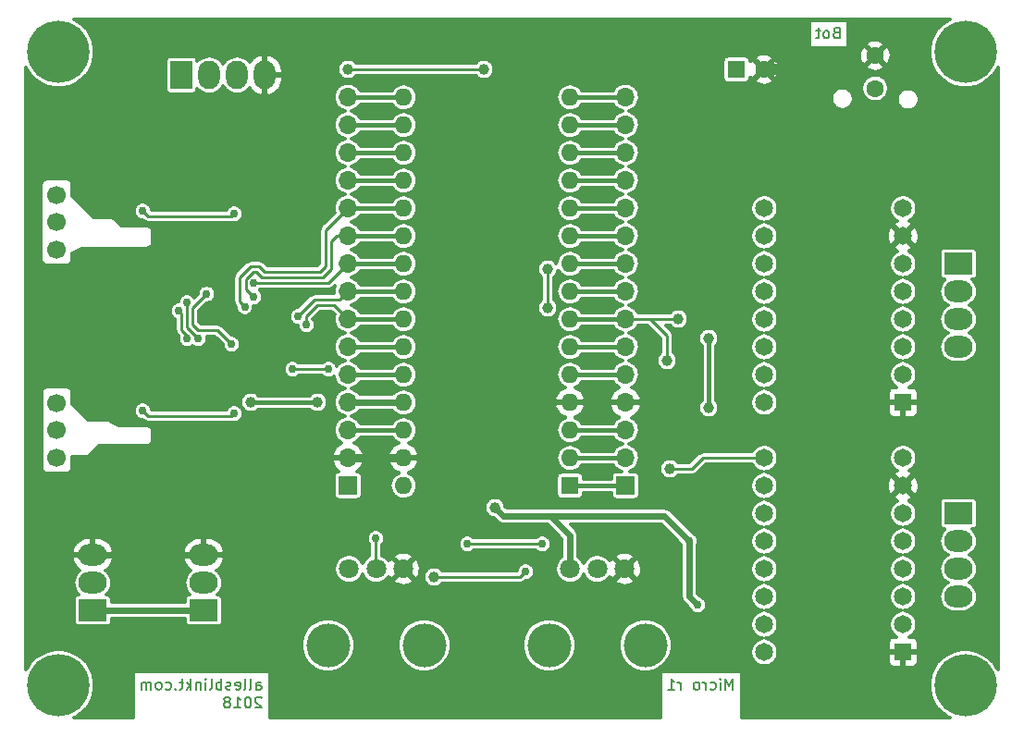
<source format=gbr>
G04 #@! TF.GenerationSoftware,KiCad,Pcbnew,(2018-01-19 revision 673f03e59)-master*
G04 #@! TF.CreationDate,2018-01-28T16:50:16+01:00*
G04 #@! TF.ProjectId,microman-kit,6D6963726F6D616E2D6B69742E6B6963,r1*
G04 #@! TF.SameCoordinates,Original*
G04 #@! TF.FileFunction,Copper,L2,Bot,Signal*
G04 #@! TF.FilePolarity,Positive*
%FSLAX46Y46*%
G04 Gerber Fmt 4.6, Leading zero omitted, Abs format (unit mm)*
G04 Created by KiCad (PCBNEW (2018-01-19 revision 673f03e59)-master) date Sun Jan 28 16:50:16 2018*
%MOMM*%
%LPD*%
G01*
G04 APERTURE LIST*
%ADD10C,0.180000*%
%ADD11R,2.000000X2.600000*%
%ADD12O,2.000000X2.600000*%
%ADD13C,1.651000*%
%ADD14R,1.500000X1.500000*%
%ADD15C,1.600000*%
%ADD16R,2.600000X2.000000*%
%ADD17O,2.600000X2.000000*%
%ADD18C,5.700000*%
%ADD19C,1.800000*%
%ADD20C,4.000000*%
%ADD21R,1.600000X1.600000*%
%ADD22C,1.699260*%
%ADD23R,1.700000X1.700000*%
%ADD24O,1.700000X1.700000*%
%ADD25O,1.600000X1.600000*%
%ADD26C,0.750000*%
%ADD27C,1.000000*%
%ADD28C,1.250000*%
%ADD29C,0.250000*%
%ADD30C,0.600000*%
%ADD31C,0.400000*%
%ADD32C,0.750000*%
%ADD33C,1.000000*%
%ADD34C,0.300000*%
G04 APERTURE END LIST*
D10*
X162204904Y-127882380D02*
X162204904Y-126882380D01*
X161871571Y-127596666D01*
X161538238Y-126882380D01*
X161538238Y-127882380D01*
X161062047Y-127882380D02*
X161062047Y-127215714D01*
X161062047Y-126882380D02*
X161109666Y-126930000D01*
X161062047Y-126977619D01*
X161014428Y-126930000D01*
X161062047Y-126882380D01*
X161062047Y-126977619D01*
X160157285Y-127834761D02*
X160252523Y-127882380D01*
X160443000Y-127882380D01*
X160538238Y-127834761D01*
X160585857Y-127787142D01*
X160633476Y-127691904D01*
X160633476Y-127406190D01*
X160585857Y-127310952D01*
X160538238Y-127263333D01*
X160443000Y-127215714D01*
X160252523Y-127215714D01*
X160157285Y-127263333D01*
X159728714Y-127882380D02*
X159728714Y-127215714D01*
X159728714Y-127406190D02*
X159681095Y-127310952D01*
X159633476Y-127263333D01*
X159538238Y-127215714D01*
X159443000Y-127215714D01*
X158966809Y-127882380D02*
X159062047Y-127834761D01*
X159109666Y-127787142D01*
X159157285Y-127691904D01*
X159157285Y-127406190D01*
X159109666Y-127310952D01*
X159062047Y-127263333D01*
X158966809Y-127215714D01*
X158823952Y-127215714D01*
X158728714Y-127263333D01*
X158681095Y-127310952D01*
X158633476Y-127406190D01*
X158633476Y-127691904D01*
X158681095Y-127787142D01*
X158728714Y-127834761D01*
X158823952Y-127882380D01*
X158966809Y-127882380D01*
X157443000Y-127882380D02*
X157443000Y-127215714D01*
X157443000Y-127406190D02*
X157395380Y-127310952D01*
X157347761Y-127263333D01*
X157252523Y-127215714D01*
X157157285Y-127215714D01*
X156300142Y-127882380D02*
X156871571Y-127882380D01*
X156585857Y-127882380D02*
X156585857Y-126882380D01*
X156681095Y-127025238D01*
X156776333Y-127120476D01*
X156871571Y-127168095D01*
X171663571Y-67728571D02*
X171520714Y-67776190D01*
X171473095Y-67823809D01*
X171425476Y-67919047D01*
X171425476Y-68061904D01*
X171473095Y-68157142D01*
X171520714Y-68204761D01*
X171615952Y-68252380D01*
X171996904Y-68252380D01*
X171996904Y-67252380D01*
X171663571Y-67252380D01*
X171568333Y-67300000D01*
X171520714Y-67347619D01*
X171473095Y-67442857D01*
X171473095Y-67538095D01*
X171520714Y-67633333D01*
X171568333Y-67680952D01*
X171663571Y-67728571D01*
X171996904Y-67728571D01*
X170854047Y-68252380D02*
X170949285Y-68204761D01*
X170996904Y-68157142D01*
X171044523Y-68061904D01*
X171044523Y-67776190D01*
X170996904Y-67680952D01*
X170949285Y-67633333D01*
X170854047Y-67585714D01*
X170711190Y-67585714D01*
X170615952Y-67633333D01*
X170568333Y-67680952D01*
X170520714Y-67776190D01*
X170520714Y-68061904D01*
X170568333Y-68157142D01*
X170615952Y-68204761D01*
X170711190Y-68252380D01*
X170854047Y-68252380D01*
X170235000Y-67585714D02*
X169854047Y-67585714D01*
X170092142Y-67252380D02*
X170092142Y-68109523D01*
X170044523Y-68204761D01*
X169949285Y-68252380D01*
X169854047Y-68252380D01*
X118596333Y-127882380D02*
X118596333Y-127358571D01*
X118643952Y-127263333D01*
X118739190Y-127215714D01*
X118929666Y-127215714D01*
X119024904Y-127263333D01*
X118596333Y-127834761D02*
X118691571Y-127882380D01*
X118929666Y-127882380D01*
X119024904Y-127834761D01*
X119072523Y-127739523D01*
X119072523Y-127644285D01*
X119024904Y-127549047D01*
X118929666Y-127501428D01*
X118691571Y-127501428D01*
X118596333Y-127453809D01*
X117977285Y-127882380D02*
X118072523Y-127834761D01*
X118120142Y-127739523D01*
X118120142Y-126882380D01*
X117453476Y-127882380D02*
X117548714Y-127834761D01*
X117596333Y-127739523D01*
X117596333Y-126882380D01*
X116691571Y-127834761D02*
X116786809Y-127882380D01*
X116977285Y-127882380D01*
X117072523Y-127834761D01*
X117120142Y-127739523D01*
X117120142Y-127358571D01*
X117072523Y-127263333D01*
X116977285Y-127215714D01*
X116786809Y-127215714D01*
X116691571Y-127263333D01*
X116643952Y-127358571D01*
X116643952Y-127453809D01*
X117120142Y-127549047D01*
X116263000Y-127834761D02*
X116167761Y-127882380D01*
X115977285Y-127882380D01*
X115882047Y-127834761D01*
X115834428Y-127739523D01*
X115834428Y-127691904D01*
X115882047Y-127596666D01*
X115977285Y-127549047D01*
X116120142Y-127549047D01*
X116215380Y-127501428D01*
X116263000Y-127406190D01*
X116263000Y-127358571D01*
X116215380Y-127263333D01*
X116120142Y-127215714D01*
X115977285Y-127215714D01*
X115882047Y-127263333D01*
X115405857Y-127882380D02*
X115405857Y-126882380D01*
X115405857Y-127263333D02*
X115310619Y-127215714D01*
X115120142Y-127215714D01*
X115024904Y-127263333D01*
X114977285Y-127310952D01*
X114929666Y-127406190D01*
X114929666Y-127691904D01*
X114977285Y-127787142D01*
X115024904Y-127834761D01*
X115120142Y-127882380D01*
X115310619Y-127882380D01*
X115405857Y-127834761D01*
X114358238Y-127882380D02*
X114453476Y-127834761D01*
X114501095Y-127739523D01*
X114501095Y-126882380D01*
X113977285Y-127882380D02*
X113977285Y-127215714D01*
X113977285Y-126882380D02*
X114024904Y-126930000D01*
X113977285Y-126977619D01*
X113929666Y-126930000D01*
X113977285Y-126882380D01*
X113977285Y-126977619D01*
X113501095Y-127215714D02*
X113501095Y-127882380D01*
X113501095Y-127310952D02*
X113453476Y-127263333D01*
X113358238Y-127215714D01*
X113215380Y-127215714D01*
X113120142Y-127263333D01*
X113072523Y-127358571D01*
X113072523Y-127882380D01*
X112596333Y-127882380D02*
X112596333Y-126882380D01*
X112501095Y-127501428D02*
X112215380Y-127882380D01*
X112215380Y-127215714D02*
X112596333Y-127596666D01*
X111929666Y-127215714D02*
X111548714Y-127215714D01*
X111786809Y-126882380D02*
X111786809Y-127739523D01*
X111739190Y-127834761D01*
X111643952Y-127882380D01*
X111548714Y-127882380D01*
X111215380Y-127787142D02*
X111167761Y-127834761D01*
X111215380Y-127882380D01*
X111263000Y-127834761D01*
X111215380Y-127787142D01*
X111215380Y-127882380D01*
X110310619Y-127834761D02*
X110405857Y-127882380D01*
X110596333Y-127882380D01*
X110691571Y-127834761D01*
X110739190Y-127787142D01*
X110786809Y-127691904D01*
X110786809Y-127406190D01*
X110739190Y-127310952D01*
X110691571Y-127263333D01*
X110596333Y-127215714D01*
X110405857Y-127215714D01*
X110310619Y-127263333D01*
X109739190Y-127882380D02*
X109834428Y-127834761D01*
X109882047Y-127787142D01*
X109929666Y-127691904D01*
X109929666Y-127406190D01*
X109882047Y-127310952D01*
X109834428Y-127263333D01*
X109739190Y-127215714D01*
X109596333Y-127215714D01*
X109501095Y-127263333D01*
X109453476Y-127310952D01*
X109405857Y-127406190D01*
X109405857Y-127691904D01*
X109453476Y-127787142D01*
X109501095Y-127834761D01*
X109596333Y-127882380D01*
X109739190Y-127882380D01*
X108977285Y-127882380D02*
X108977285Y-127215714D01*
X108977285Y-127310952D02*
X108929666Y-127263333D01*
X108834428Y-127215714D01*
X108691571Y-127215714D01*
X108596333Y-127263333D01*
X108548714Y-127358571D01*
X108548714Y-127882380D01*
X108548714Y-127358571D02*
X108501095Y-127263333D01*
X108405857Y-127215714D01*
X108263000Y-127215714D01*
X108167761Y-127263333D01*
X108120142Y-127358571D01*
X108120142Y-127882380D01*
X119072523Y-128657619D02*
X119024904Y-128610000D01*
X118929666Y-128562380D01*
X118691571Y-128562380D01*
X118596333Y-128610000D01*
X118548714Y-128657619D01*
X118501095Y-128752857D01*
X118501095Y-128848095D01*
X118548714Y-128990952D01*
X119120142Y-129562380D01*
X118501095Y-129562380D01*
X117882047Y-128562380D02*
X117786809Y-128562380D01*
X117691571Y-128610000D01*
X117643952Y-128657619D01*
X117596333Y-128752857D01*
X117548714Y-128943333D01*
X117548714Y-129181428D01*
X117596333Y-129371904D01*
X117643952Y-129467142D01*
X117691571Y-129514761D01*
X117786809Y-129562380D01*
X117882047Y-129562380D01*
X117977285Y-129514761D01*
X118024904Y-129467142D01*
X118072523Y-129371904D01*
X118120142Y-129181428D01*
X118120142Y-128943333D01*
X118072523Y-128752857D01*
X118024904Y-128657619D01*
X117977285Y-128610000D01*
X117882047Y-128562380D01*
X116596333Y-129562380D02*
X117167761Y-129562380D01*
X116882047Y-129562380D02*
X116882047Y-128562380D01*
X116977285Y-128705238D01*
X117072523Y-128800476D01*
X117167761Y-128848095D01*
X116024904Y-128990952D02*
X116120142Y-128943333D01*
X116167761Y-128895714D01*
X116215380Y-128800476D01*
X116215380Y-128752857D01*
X116167761Y-128657619D01*
X116120142Y-128610000D01*
X116024904Y-128562380D01*
X115834428Y-128562380D01*
X115739190Y-128610000D01*
X115691571Y-128657619D01*
X115643952Y-128752857D01*
X115643952Y-128800476D01*
X115691571Y-128895714D01*
X115739190Y-128943333D01*
X115834428Y-128990952D01*
X116024904Y-128990952D01*
X116120142Y-129038571D01*
X116167761Y-129086190D01*
X116215380Y-129181428D01*
X116215380Y-129371904D01*
X116167761Y-129467142D01*
X116120142Y-129514761D01*
X116024904Y-129562380D01*
X115834428Y-129562380D01*
X115739190Y-129514761D01*
X115691571Y-129467142D01*
X115643952Y-129371904D01*
X115643952Y-129181428D01*
X115691571Y-129086190D01*
X115739190Y-129038571D01*
X115834428Y-128990952D01*
D11*
X111760000Y-71628000D03*
D12*
X114300000Y-71628000D03*
X116840000Y-71628000D03*
X119380000Y-71628000D03*
D13*
X165100000Y-124460000D03*
X165100000Y-121920000D03*
X165100000Y-119380000D03*
X165100000Y-116840000D03*
X165100000Y-114300000D03*
X165100000Y-111760000D03*
X165100000Y-109220000D03*
X165100000Y-106680000D03*
X177800000Y-106680000D03*
X177800000Y-109220000D03*
X177800000Y-111760000D03*
X177800000Y-114300000D03*
X177800000Y-116840000D03*
X177800000Y-119380000D03*
X177800000Y-121920000D03*
D14*
X177800000Y-124460000D03*
D13*
X165100000Y-101600000D03*
X165100000Y-99060000D03*
X165100000Y-96520000D03*
X165100000Y-93980000D03*
X165100000Y-91440000D03*
X165100000Y-88900000D03*
X165100000Y-86360000D03*
X165100000Y-83820000D03*
X177800000Y-83820000D03*
X177800000Y-86360000D03*
X177800000Y-88900000D03*
X177800000Y-91440000D03*
X177800000Y-93980000D03*
X177800000Y-96520000D03*
X177800000Y-99060000D03*
D14*
X177800000Y-101600000D03*
D15*
X175260000Y-69850000D03*
X175260000Y-72850000D03*
D16*
X103632000Y-120650000D03*
D17*
X103632000Y-118110000D03*
X103632000Y-115570000D03*
X113792000Y-115570000D03*
X113792000Y-118110000D03*
D16*
X113792000Y-120650000D03*
D18*
X183500000Y-69500000D03*
X183500000Y-127500000D03*
X100500000Y-69500000D03*
X100500000Y-127500000D03*
D16*
X182880000Y-88900000D03*
D17*
X182880000Y-91440000D03*
X182880000Y-93980000D03*
X182880000Y-96520000D03*
D19*
X152320000Y-116840000D03*
X149820000Y-116840000D03*
X147320000Y-116840000D03*
D20*
X154220000Y-123840000D03*
X145420000Y-123840000D03*
D15*
X165060000Y-71120000D03*
D21*
X162560000Y-71120000D03*
D22*
X100330000Y-82590641D03*
X100330000Y-85090000D03*
X100330000Y-87589359D03*
X100330000Y-106639359D03*
X100330000Y-104140000D03*
X100330000Y-101640641D03*
D16*
X182880000Y-111760000D03*
D17*
X182880000Y-114300000D03*
X182880000Y-116840000D03*
X182880000Y-119380000D03*
D23*
X127000000Y-109220000D03*
D24*
X127000000Y-106680000D03*
X127000000Y-104140000D03*
X127000000Y-101600000D03*
X127000000Y-99060000D03*
X127000000Y-96520000D03*
X127000000Y-93980000D03*
X127000000Y-91440000D03*
X127000000Y-88900000D03*
X127000000Y-86360000D03*
X127000000Y-83820000D03*
X127000000Y-81280000D03*
X127000000Y-78740000D03*
X127000000Y-76200000D03*
X127000000Y-73660000D03*
D23*
X152400000Y-109220000D03*
D24*
X152400000Y-106680000D03*
X152400000Y-104140000D03*
X152400000Y-101600000D03*
X152400000Y-99060000D03*
X152400000Y-96520000D03*
X152400000Y-93980000D03*
X152400000Y-91440000D03*
X152400000Y-88900000D03*
X152400000Y-86360000D03*
X152400000Y-83820000D03*
X152400000Y-81280000D03*
X152400000Y-78740000D03*
X152400000Y-76200000D03*
X152400000Y-73660000D03*
D21*
X147320000Y-109220000D03*
D25*
X132080000Y-76200000D03*
X147320000Y-106680000D03*
X132080000Y-78740000D03*
X147320000Y-104140000D03*
X132080000Y-81280000D03*
X147320000Y-101600000D03*
X132080000Y-83820000D03*
X147320000Y-99060000D03*
X132080000Y-86360000D03*
X147320000Y-96520000D03*
X132080000Y-88900000D03*
X147320000Y-93980000D03*
X132080000Y-91440000D03*
X147320000Y-91440000D03*
X132080000Y-93980000D03*
X147320000Y-88900000D03*
X132080000Y-96520000D03*
X147320000Y-86360000D03*
X132080000Y-99060000D03*
X147320000Y-83820000D03*
X132080000Y-101600000D03*
X147320000Y-81280000D03*
X132080000Y-104140000D03*
X147320000Y-78740000D03*
X132080000Y-106680000D03*
X147320000Y-76200000D03*
X132080000Y-109220000D03*
X147320000Y-73660000D03*
X132080000Y-73660000D03*
D20*
X125180000Y-123840000D03*
X133980000Y-123840000D03*
D19*
X127080000Y-116840000D03*
X129580000Y-116840000D03*
X132080000Y-116840000D03*
D26*
X162052000Y-98044000D03*
X102616000Y-76581000D03*
X158242000Y-78740000D03*
X109865000Y-86731000D03*
X111115000Y-86731000D03*
X111115000Y-85481000D03*
X109865000Y-85481000D03*
X117094000Y-86360000D03*
X117094000Y-108204000D03*
X117094000Y-106426000D03*
X117094000Y-104648000D03*
X111115000Y-103769000D03*
X109865000Y-103769000D03*
X109865000Y-105019000D03*
X111115000Y-105019000D03*
X118364000Y-85344000D03*
D27*
X104394000Y-89662000D03*
D26*
X117856000Y-125476000D03*
X108458000Y-66802000D03*
X107188000Y-66802000D03*
X105918000Y-66802000D03*
D27*
X157734000Y-101600000D03*
X175006000Y-126492000D03*
X175006000Y-84328000D03*
X175006000Y-103632000D03*
X175006000Y-107188000D03*
D26*
X164338000Y-128270000D03*
D27*
X140970000Y-128100000D03*
X138430000Y-128100000D03*
D28*
X182118000Y-82042000D03*
D26*
X116840000Y-97790000D03*
X117094000Y-79502000D03*
X106680000Y-81026000D03*
X106680000Y-99314000D03*
X116586000Y-100838000D03*
X116586000Y-82550000D03*
D28*
X140208000Y-75946000D03*
X141478000Y-73660000D03*
X141478000Y-75946000D03*
D26*
X163576000Y-114300000D03*
X163576000Y-111760000D03*
X163576000Y-109220000D03*
X163576000Y-91440000D03*
X163576000Y-88900000D03*
X163576000Y-86360000D03*
D27*
X118110000Y-101600000D03*
X124205998Y-101600000D03*
X160020000Y-102108000D03*
X160020000Y-95757994D03*
X140462000Y-111252000D03*
D26*
X158242000Y-114300000D03*
X159004000Y-120142000D03*
D27*
X156210000Y-97790000D03*
X156464000Y-107696000D03*
X157226000Y-93980000D03*
D26*
X125222000Y-98552000D03*
X121920000Y-98552000D03*
X112268000Y-95758000D03*
X117555580Y-92849261D03*
X111506000Y-93218000D03*
X118364000Y-91948000D03*
X112268000Y-92456000D03*
X113284000Y-95758000D03*
X118364000Y-90678000D03*
X114062000Y-91678000D03*
X116332000Y-96266000D03*
X129540000Y-114046000D03*
X137921984Y-114554000D03*
X144780000Y-114554000D03*
X123190000Y-94488000D03*
X122428000Y-93726000D03*
X143256000Y-117094000D03*
D27*
X145288000Y-92964000D03*
X145288000Y-89408000D03*
X134874000Y-117602000D03*
X127000000Y-71120000D03*
X139446000Y-71120000D03*
D26*
X108204000Y-84074000D03*
X116586000Y-84328000D03*
X108204000Y-102362000D03*
X116586000Y-102616000D03*
D29*
X163576000Y-96520000D02*
X162052000Y-98044000D01*
X163576000Y-91440000D02*
X163576000Y-96520000D01*
X109865000Y-103769000D02*
X111115000Y-103769000D01*
X109865000Y-105019000D02*
X109865000Y-103769000D01*
D30*
X102362000Y-115570000D02*
X112522000Y-115570000D01*
D29*
X108458000Y-66802000D02*
X107188000Y-66802000D01*
X105918000Y-66802000D02*
X107188000Y-66802000D01*
D31*
X152400000Y-101600000D02*
X157734000Y-101600000D01*
D32*
X127000000Y-106680000D02*
X132080000Y-106680000D01*
D33*
X165060000Y-71120000D02*
X166370000Y-71120000D01*
D32*
X140208000Y-75946000D02*
X141478000Y-75946000D01*
D31*
X147320000Y-101600000D02*
X152400000Y-101600000D01*
X124205998Y-101600000D02*
X118110000Y-101600000D01*
D30*
X103632000Y-120650000D02*
X105532000Y-120650000D01*
X105532000Y-120650000D02*
X113792000Y-120650000D01*
X145542000Y-112014000D02*
X155956000Y-112014000D01*
X141224000Y-112014000D02*
X145542000Y-112014000D01*
X147320000Y-113792000D02*
X145542000Y-112014000D01*
X147320000Y-116840000D02*
X147320000Y-113792000D01*
D31*
X160020000Y-95757994D02*
X160020000Y-102108000D01*
D30*
X140462000Y-111252000D02*
X141224000Y-112014000D01*
X155956000Y-112014000D02*
X158242000Y-114300000D01*
X158242000Y-114300000D02*
X158242000Y-119380000D01*
X158242000Y-119380000D02*
X159004000Y-120142000D01*
X127000000Y-101600000D02*
X132080000Y-101600000D01*
D29*
X156210000Y-95504000D02*
X154686000Y-93980000D01*
X154686000Y-93980000D02*
X152400000Y-93980000D01*
X156210000Y-97790000D02*
X156210000Y-95504000D01*
X156464000Y-107696000D02*
X158496000Y-107696000D01*
X158496000Y-107696000D02*
X159512000Y-106680000D01*
X159512000Y-106680000D02*
X165100000Y-106680000D01*
X152400000Y-93980000D02*
X157226000Y-93980000D01*
X124206000Y-98552000D02*
X125222000Y-98552000D01*
X121920000Y-98552000D02*
X124206000Y-98552000D01*
X111760000Y-93472000D02*
X111760000Y-94996000D01*
X111506000Y-93218000D02*
X111760000Y-93472000D01*
X111760000Y-94996000D02*
X112268000Y-95504000D01*
X112268000Y-95504000D02*
X112268000Y-95758000D01*
X119380000Y-89662000D02*
X124460000Y-89662000D01*
X118872000Y-89154000D02*
X119380000Y-89662000D01*
X118110000Y-89154000D02*
X118872000Y-89154000D01*
X117094000Y-90170000D02*
X118110000Y-89154000D01*
X117094000Y-92387681D02*
X117094000Y-90170000D01*
X117555580Y-92849261D02*
X117094000Y-92387681D01*
X124460000Y-89662000D02*
X124968000Y-89154000D01*
X124968000Y-89154000D02*
X124968000Y-85852000D01*
X124968000Y-85852000D02*
X127000000Y-83820000D01*
X119126000Y-90170000D02*
X124714000Y-90170000D01*
X118618000Y-89662000D02*
X119126000Y-90170000D01*
X117663999Y-91247999D02*
X117663999Y-90341999D01*
X125476000Y-89408000D02*
X125476000Y-86868000D01*
X118343998Y-89662000D02*
X118618000Y-89662000D01*
X117663999Y-90341999D02*
X118343998Y-89662000D01*
X118364000Y-91948000D02*
X117663999Y-91247999D01*
X124714000Y-90170000D02*
X125476000Y-89408000D01*
X125476000Y-86868000D02*
X125984000Y-86360000D01*
X125984000Y-86360000D02*
X127000000Y-86360000D01*
X112268000Y-92456000D02*
X112268000Y-94742000D01*
X112268000Y-94742000D02*
X113284000Y-95758000D01*
X112776000Y-92964000D02*
X112776000Y-94488000D01*
X114062000Y-91678000D02*
X112776000Y-92964000D01*
X112776000Y-94488000D02*
X113284000Y-94996000D01*
X113284000Y-94996000D02*
X115062000Y-94996000D01*
X115062000Y-94996000D02*
X116332000Y-96266000D01*
X127000000Y-88900000D02*
X125222000Y-90678000D01*
X118894330Y-90678000D02*
X118364000Y-90678000D01*
X125222000Y-90678000D02*
X118894330Y-90678000D01*
X129540000Y-114046000D02*
X129540000Y-116800000D01*
X129540000Y-116800000D02*
X129580000Y-116840000D01*
X137922000Y-114553984D02*
X144779976Y-114553984D01*
X144779976Y-114553984D02*
X144779992Y-114554000D01*
X125730000Y-92710000D02*
X124206000Y-92710000D01*
X127000000Y-93980000D02*
X125730000Y-92710000D01*
X124206000Y-92710000D02*
X123190000Y-93726000D01*
X123190000Y-93726000D02*
X123190000Y-94488000D01*
X126238000Y-92202000D02*
X123952000Y-92202000D01*
X127000000Y-91440000D02*
X126238000Y-92202000D01*
X123952000Y-92202000D02*
X122428000Y-93726000D01*
X116332000Y-84582000D02*
X108712000Y-84582000D01*
X116586000Y-84328000D02*
X116332000Y-84582000D01*
X108712000Y-84582000D02*
X108204000Y-84074000D01*
X108712000Y-102870000D02*
X116332000Y-102870000D01*
X108204000Y-102362000D02*
X108712000Y-102870000D01*
X116332000Y-102870000D02*
X116586000Y-102616000D01*
D31*
X127000000Y-76200000D02*
X132080000Y-76200000D01*
X152400000Y-109220000D02*
X151150000Y-109220000D01*
X151150000Y-109220000D02*
X147320000Y-109220000D01*
X147320000Y-106680000D02*
X152400000Y-106680000D01*
X147320000Y-104140000D02*
X152400000Y-104140000D01*
X127000000Y-104140000D02*
X132080000Y-104140000D01*
X147320000Y-99060000D02*
X152400000Y-99060000D01*
X147320000Y-96520000D02*
X152400000Y-96520000D01*
X147320000Y-93980000D02*
X152400000Y-93980000D01*
X147320000Y-91440000D02*
X152400000Y-91440000D01*
X147320000Y-88900000D02*
X152400000Y-88900000D01*
X147320000Y-86360000D02*
X152400000Y-86360000D01*
X147320000Y-83820000D02*
X152400000Y-83820000D01*
D29*
X143256000Y-117094000D02*
X142748000Y-117602000D01*
X142748000Y-117602000D02*
X134874000Y-117602000D01*
X145288000Y-89408000D02*
X145288000Y-92964000D01*
X134874000Y-117602000D02*
X137414000Y-117602000D01*
D31*
X147320000Y-81280000D02*
X152400000Y-81280000D01*
D29*
X139446000Y-71120000D02*
X127000000Y-71120000D01*
D31*
X147320000Y-78740000D02*
X152400000Y-78740000D01*
X147320000Y-76200000D02*
X152400000Y-76200000D01*
X147320000Y-73660000D02*
X152400000Y-73660000D01*
X127000000Y-78740000D02*
X132080000Y-78740000D01*
X127000000Y-81280000D02*
X132080000Y-81280000D01*
X127000000Y-83820000D02*
X132080000Y-83820000D01*
X127000000Y-86360000D02*
X132080000Y-86360000D01*
X127000000Y-88900000D02*
X132080000Y-88900000D01*
X127000000Y-96520000D02*
X132080000Y-96520000D01*
X127000000Y-99060000D02*
X132080000Y-99060000D01*
X127000000Y-73660000D02*
X132080000Y-73660000D01*
X127000000Y-93980000D02*
X132080000Y-93980000D01*
X127000000Y-91440000D02*
X132080000Y-91440000D01*
D34*
G36*
X181936864Y-66575578D02*
X181396373Y-66936723D01*
X180936723Y-67396373D01*
X180575578Y-67936864D01*
X180326817Y-68537426D01*
X180200000Y-69174978D01*
X180200000Y-69825022D01*
X180326817Y-70462574D01*
X180575578Y-71063136D01*
X180936723Y-71603627D01*
X181396373Y-72063277D01*
X181936864Y-72424422D01*
X182537426Y-72673183D01*
X183174978Y-72800000D01*
X183825022Y-72800000D01*
X184462574Y-72673183D01*
X185063136Y-72424422D01*
X185603627Y-72063277D01*
X186063277Y-71603627D01*
X186424422Y-71063136D01*
X186475000Y-70941030D01*
X186475000Y-126058970D01*
X186424422Y-125936864D01*
X186063277Y-125396373D01*
X185603627Y-124936723D01*
X185063136Y-124575578D01*
X184462574Y-124326817D01*
X183825022Y-124200000D01*
X183174978Y-124200000D01*
X182537426Y-124326817D01*
X181936864Y-124575578D01*
X181396373Y-124936723D01*
X180936723Y-125396373D01*
X180575578Y-125936864D01*
X180326817Y-126537426D01*
X180200000Y-127174978D01*
X180200000Y-127825022D01*
X180326817Y-128462574D01*
X180575578Y-129063136D01*
X180936723Y-129603627D01*
X181396373Y-130063277D01*
X181936864Y-130424422D01*
X182058970Y-130475000D01*
X163010000Y-130475000D01*
X163010000Y-126215000D01*
X155596667Y-126215000D01*
X155596667Y-130475000D01*
X119830000Y-130475000D01*
X119830000Y-126215000D01*
X107369048Y-126215000D01*
X107369048Y-130475000D01*
X101941030Y-130475000D01*
X102063136Y-130424422D01*
X102603627Y-130063277D01*
X103063277Y-129603627D01*
X103424422Y-129063136D01*
X103673183Y-128462574D01*
X103800000Y-127825022D01*
X103800000Y-127174978D01*
X103673183Y-126537426D01*
X103424422Y-125936864D01*
X103063277Y-125396373D01*
X102603627Y-124936723D01*
X102063136Y-124575578D01*
X101462574Y-124326817D01*
X100825022Y-124200000D01*
X100174978Y-124200000D01*
X99537426Y-124326817D01*
X98936864Y-124575578D01*
X98396373Y-124936723D01*
X97936723Y-125396373D01*
X97575578Y-125936864D01*
X97525000Y-126058970D01*
X97525000Y-123598696D01*
X122730000Y-123598696D01*
X122730000Y-124081304D01*
X122824152Y-124554639D01*
X123008838Y-125000510D01*
X123276960Y-125401784D01*
X123618216Y-125743040D01*
X124019490Y-126011162D01*
X124465361Y-126195848D01*
X124938696Y-126290000D01*
X125421304Y-126290000D01*
X125894639Y-126195848D01*
X126340510Y-126011162D01*
X126741784Y-125743040D01*
X127083040Y-125401784D01*
X127351162Y-125000510D01*
X127535848Y-124554639D01*
X127630000Y-124081304D01*
X127630000Y-123598696D01*
X131530000Y-123598696D01*
X131530000Y-124081304D01*
X131624152Y-124554639D01*
X131808838Y-125000510D01*
X132076960Y-125401784D01*
X132418216Y-125743040D01*
X132819490Y-126011162D01*
X133265361Y-126195848D01*
X133738696Y-126290000D01*
X134221304Y-126290000D01*
X134694639Y-126195848D01*
X135140510Y-126011162D01*
X135541784Y-125743040D01*
X135883040Y-125401784D01*
X136151162Y-125000510D01*
X136335848Y-124554639D01*
X136430000Y-124081304D01*
X136430000Y-123598696D01*
X142970000Y-123598696D01*
X142970000Y-124081304D01*
X143064152Y-124554639D01*
X143248838Y-125000510D01*
X143516960Y-125401784D01*
X143858216Y-125743040D01*
X144259490Y-126011162D01*
X144705361Y-126195848D01*
X145178696Y-126290000D01*
X145661304Y-126290000D01*
X146134639Y-126195848D01*
X146580510Y-126011162D01*
X146981784Y-125743040D01*
X147323040Y-125401784D01*
X147591162Y-125000510D01*
X147775848Y-124554639D01*
X147870000Y-124081304D01*
X147870000Y-123598696D01*
X151770000Y-123598696D01*
X151770000Y-124081304D01*
X151864152Y-124554639D01*
X152048838Y-125000510D01*
X152316960Y-125401784D01*
X152658216Y-125743040D01*
X153059490Y-126011162D01*
X153505361Y-126195848D01*
X153978696Y-126290000D01*
X154461304Y-126290000D01*
X154934639Y-126195848D01*
X155380510Y-126011162D01*
X155781784Y-125743040D01*
X156123040Y-125401784D01*
X156391162Y-125000510D01*
X156575848Y-124554639D01*
X156670000Y-124081304D01*
X156670000Y-123598696D01*
X156575848Y-123125361D01*
X156391162Y-122679490D01*
X156123040Y-122278216D01*
X155781784Y-121936960D01*
X155380510Y-121668838D01*
X154934639Y-121484152D01*
X154461304Y-121390000D01*
X153978696Y-121390000D01*
X153505361Y-121484152D01*
X153059490Y-121668838D01*
X152658216Y-121936960D01*
X152316960Y-122278216D01*
X152048838Y-122679490D01*
X151864152Y-123125361D01*
X151770000Y-123598696D01*
X147870000Y-123598696D01*
X147775848Y-123125361D01*
X147591162Y-122679490D01*
X147323040Y-122278216D01*
X146981784Y-121936960D01*
X146580510Y-121668838D01*
X146134639Y-121484152D01*
X145661304Y-121390000D01*
X145178696Y-121390000D01*
X144705361Y-121484152D01*
X144259490Y-121668838D01*
X143858216Y-121936960D01*
X143516960Y-122278216D01*
X143248838Y-122679490D01*
X143064152Y-123125361D01*
X142970000Y-123598696D01*
X136430000Y-123598696D01*
X136335848Y-123125361D01*
X136151162Y-122679490D01*
X135883040Y-122278216D01*
X135541784Y-121936960D01*
X135140510Y-121668838D01*
X134694639Y-121484152D01*
X134221304Y-121390000D01*
X133738696Y-121390000D01*
X133265361Y-121484152D01*
X132819490Y-121668838D01*
X132418216Y-121936960D01*
X132076960Y-122278216D01*
X131808838Y-122679490D01*
X131624152Y-123125361D01*
X131530000Y-123598696D01*
X127630000Y-123598696D01*
X127535848Y-123125361D01*
X127351162Y-122679490D01*
X127083040Y-122278216D01*
X126741784Y-121936960D01*
X126340510Y-121668838D01*
X125894639Y-121484152D01*
X125421304Y-121390000D01*
X124938696Y-121390000D01*
X124465361Y-121484152D01*
X124019490Y-121668838D01*
X123618216Y-121936960D01*
X123276960Y-122278216D01*
X123008838Y-122679490D01*
X122824152Y-123125361D01*
X122730000Y-123598696D01*
X97525000Y-123598696D01*
X97525000Y-115931577D01*
X101713907Y-115931577D01*
X101760408Y-116108407D01*
X101895644Y-116404664D01*
X102086078Y-116668845D01*
X102324392Y-116890798D01*
X102444311Y-116964903D01*
X102301812Y-117081122D01*
X102121428Y-117299170D01*
X101986830Y-117548102D01*
X101903148Y-117818437D01*
X101873567Y-118099877D01*
X101899215Y-118381703D01*
X101979115Y-118653180D01*
X102110224Y-118903967D01*
X102287547Y-119124512D01*
X102374915Y-119197823D01*
X102332000Y-119197823D01*
X102243785Y-119206511D01*
X102158959Y-119232243D01*
X102080784Y-119274029D01*
X102012263Y-119330263D01*
X101956029Y-119398784D01*
X101914243Y-119476959D01*
X101888511Y-119561785D01*
X101879823Y-119650000D01*
X101879823Y-121650000D01*
X101888511Y-121738215D01*
X101914243Y-121823041D01*
X101956029Y-121901216D01*
X102012263Y-121969737D01*
X102080784Y-122025971D01*
X102158959Y-122067757D01*
X102243785Y-122093489D01*
X102332000Y-122102177D01*
X104932000Y-122102177D01*
X105020215Y-122093489D01*
X105105041Y-122067757D01*
X105183216Y-122025971D01*
X105251737Y-121969737D01*
X105307971Y-121901216D01*
X105349757Y-121823041D01*
X105375489Y-121738215D01*
X105384177Y-121650000D01*
X105384177Y-121400000D01*
X112039823Y-121400000D01*
X112039823Y-121650000D01*
X112048511Y-121738215D01*
X112074243Y-121823041D01*
X112116029Y-121901216D01*
X112172263Y-121969737D01*
X112240784Y-122025971D01*
X112318959Y-122067757D01*
X112403785Y-122093489D01*
X112492000Y-122102177D01*
X115092000Y-122102177D01*
X115180215Y-122093489D01*
X115265041Y-122067757D01*
X115343216Y-122025971D01*
X115411737Y-121969737D01*
X115467971Y-121901216D01*
X115509757Y-121823041D01*
X115535489Y-121738215D01*
X115544177Y-121650000D01*
X115544177Y-119650000D01*
X115535489Y-119561785D01*
X115509757Y-119476959D01*
X115467971Y-119398784D01*
X115411737Y-119330263D01*
X115343216Y-119274029D01*
X115265041Y-119232243D01*
X115180215Y-119206511D01*
X115092000Y-119197823D01*
X115049914Y-119197823D01*
X115122188Y-119138878D01*
X115302572Y-118920830D01*
X115437170Y-118671898D01*
X115520852Y-118401563D01*
X115550433Y-118120123D01*
X115524785Y-117838297D01*
X115444885Y-117566820D01*
X115313776Y-117316033D01*
X115136453Y-117095488D01*
X114980345Y-116964497D01*
X115099608Y-116890798D01*
X115296914Y-116707037D01*
X125730000Y-116707037D01*
X125730000Y-116972963D01*
X125781880Y-117233780D01*
X125883646Y-117479465D01*
X126031387Y-117700575D01*
X126219425Y-117888613D01*
X126440535Y-118036354D01*
X126686220Y-118138120D01*
X126947037Y-118190000D01*
X127212963Y-118190000D01*
X127473780Y-118138120D01*
X127719465Y-118036354D01*
X127940575Y-117888613D01*
X128128613Y-117700575D01*
X128276354Y-117479465D01*
X128330000Y-117349952D01*
X128383646Y-117479465D01*
X128531387Y-117700575D01*
X128719425Y-117888613D01*
X128940535Y-118036354D01*
X129186220Y-118138120D01*
X129447037Y-118190000D01*
X129712963Y-118190000D01*
X129973780Y-118138120D01*
X130219465Y-118036354D01*
X130421303Y-117901490D01*
X131165589Y-117901490D01*
X131245970Y-118164879D01*
X131520467Y-118302133D01*
X131816467Y-118383198D01*
X132122593Y-118404959D01*
X132427083Y-118366579D01*
X132718235Y-118269534D01*
X132914030Y-118164879D01*
X132994411Y-117901490D01*
X132080000Y-116987078D01*
X131165589Y-117901490D01*
X130421303Y-117901490D01*
X130440575Y-117888613D01*
X130628613Y-117700575D01*
X130706780Y-117583590D01*
X130755121Y-117674030D01*
X131018510Y-117754411D01*
X131932922Y-116840000D01*
X132227078Y-116840000D01*
X133141490Y-117754411D01*
X133404879Y-117674030D01*
X133487680Y-117508433D01*
X133924000Y-117508433D01*
X133924000Y-117695567D01*
X133960508Y-117879105D01*
X134032121Y-118051994D01*
X134136087Y-118207590D01*
X134268410Y-118339913D01*
X134424006Y-118443879D01*
X134596895Y-118515492D01*
X134780433Y-118552000D01*
X134967567Y-118552000D01*
X135151105Y-118515492D01*
X135323994Y-118443879D01*
X135479590Y-118339913D01*
X135611913Y-118207590D01*
X135632353Y-118177000D01*
X142748000Y-118177000D01*
X142800867Y-118171816D01*
X142853772Y-118167188D01*
X142856677Y-118166344D01*
X142859685Y-118166049D01*
X142910490Y-118150710D01*
X142961536Y-118135880D01*
X142964223Y-118134487D01*
X142967115Y-118133614D01*
X143013969Y-118108701D01*
X143061168Y-118084236D01*
X143063533Y-118082348D01*
X143066200Y-118080930D01*
X143107361Y-118047360D01*
X143148870Y-118014223D01*
X143153073Y-118010078D01*
X143153165Y-118010003D01*
X143153235Y-118009918D01*
X143154586Y-118008586D01*
X143244172Y-117919000D01*
X143337255Y-117919000D01*
X143496644Y-117887296D01*
X143646784Y-117825106D01*
X143781907Y-117734819D01*
X143896819Y-117619907D01*
X143987106Y-117484784D01*
X144049296Y-117334644D01*
X144081000Y-117175255D01*
X144081000Y-117012745D01*
X144049296Y-116853356D01*
X143987106Y-116703216D01*
X143896819Y-116568093D01*
X143781907Y-116453181D01*
X143646784Y-116362894D01*
X143496644Y-116300704D01*
X143337255Y-116269000D01*
X143174745Y-116269000D01*
X143015356Y-116300704D01*
X142865216Y-116362894D01*
X142730093Y-116453181D01*
X142615181Y-116568093D01*
X142524894Y-116703216D01*
X142462704Y-116853356D01*
X142431000Y-117012745D01*
X142431000Y-117027000D01*
X135632353Y-117027000D01*
X135611913Y-116996410D01*
X135479590Y-116864087D01*
X135323994Y-116760121D01*
X135151105Y-116688508D01*
X134967567Y-116652000D01*
X134780433Y-116652000D01*
X134596895Y-116688508D01*
X134424006Y-116760121D01*
X134268410Y-116864087D01*
X134136087Y-116996410D01*
X134032121Y-117152006D01*
X133960508Y-117324895D01*
X133924000Y-117508433D01*
X133487680Y-117508433D01*
X133542133Y-117399533D01*
X133623198Y-117103533D01*
X133644959Y-116797407D01*
X133606579Y-116492917D01*
X133509534Y-116201765D01*
X133404879Y-116005970D01*
X133141490Y-115925589D01*
X132227078Y-116840000D01*
X131932922Y-116840000D01*
X131018510Y-115925589D01*
X130755121Y-116005970D01*
X130708564Y-116099080D01*
X130628613Y-115979425D01*
X130440575Y-115791387D01*
X130421304Y-115778510D01*
X131165589Y-115778510D01*
X132080000Y-116692922D01*
X132994411Y-115778510D01*
X132914030Y-115515121D01*
X132639533Y-115377867D01*
X132343533Y-115296802D01*
X132037407Y-115275041D01*
X131732917Y-115313421D01*
X131441765Y-115410466D01*
X131245970Y-115515121D01*
X131165589Y-115778510D01*
X130421304Y-115778510D01*
X130219465Y-115643646D01*
X130115000Y-115600375D01*
X130115000Y-114637726D01*
X130180819Y-114571907D01*
X130247077Y-114472745D01*
X137096984Y-114472745D01*
X137096984Y-114635255D01*
X137128688Y-114794644D01*
X137190878Y-114944784D01*
X137281165Y-115079907D01*
X137396077Y-115194819D01*
X137531200Y-115285106D01*
X137681340Y-115347296D01*
X137840729Y-115379000D01*
X138003239Y-115379000D01*
X138162628Y-115347296D01*
X138312768Y-115285106D01*
X138447891Y-115194819D01*
X138513726Y-115128984D01*
X144188258Y-115128984D01*
X144254093Y-115194819D01*
X144389216Y-115285106D01*
X144539356Y-115347296D01*
X144698745Y-115379000D01*
X144861255Y-115379000D01*
X145020644Y-115347296D01*
X145170784Y-115285106D01*
X145305907Y-115194819D01*
X145420819Y-115079907D01*
X145511106Y-114944784D01*
X145573296Y-114794644D01*
X145605000Y-114635255D01*
X145605000Y-114472745D01*
X145573296Y-114313356D01*
X145511106Y-114163216D01*
X145420819Y-114028093D01*
X145305907Y-113913181D01*
X145170784Y-113822894D01*
X145020644Y-113760704D01*
X144861255Y-113729000D01*
X144698745Y-113729000D01*
X144539356Y-113760704D01*
X144389216Y-113822894D01*
X144254093Y-113913181D01*
X144188290Y-113978984D01*
X138513694Y-113978984D01*
X138447891Y-113913181D01*
X138312768Y-113822894D01*
X138162628Y-113760704D01*
X138003239Y-113729000D01*
X137840729Y-113729000D01*
X137681340Y-113760704D01*
X137531200Y-113822894D01*
X137396077Y-113913181D01*
X137281165Y-114028093D01*
X137190878Y-114163216D01*
X137128688Y-114313356D01*
X137096984Y-114472745D01*
X130247077Y-114472745D01*
X130271106Y-114436784D01*
X130333296Y-114286644D01*
X130365000Y-114127255D01*
X130365000Y-113964745D01*
X130333296Y-113805356D01*
X130271106Y-113655216D01*
X130180819Y-113520093D01*
X130065907Y-113405181D01*
X129930784Y-113314894D01*
X129780644Y-113252704D01*
X129621255Y-113221000D01*
X129458745Y-113221000D01*
X129299356Y-113252704D01*
X129149216Y-113314894D01*
X129014093Y-113405181D01*
X128899181Y-113520093D01*
X128808894Y-113655216D01*
X128746704Y-113805356D01*
X128715000Y-113964745D01*
X128715000Y-114127255D01*
X128746704Y-114286644D01*
X128808894Y-114436784D01*
X128899181Y-114571907D01*
X128965000Y-114637726D01*
X128965000Y-115633512D01*
X128940535Y-115643646D01*
X128719425Y-115791387D01*
X128531387Y-115979425D01*
X128383646Y-116200535D01*
X128330000Y-116330048D01*
X128276354Y-116200535D01*
X128128613Y-115979425D01*
X127940575Y-115791387D01*
X127719465Y-115643646D01*
X127473780Y-115541880D01*
X127212963Y-115490000D01*
X126947037Y-115490000D01*
X126686220Y-115541880D01*
X126440535Y-115643646D01*
X126219425Y-115791387D01*
X126031387Y-115979425D01*
X125883646Y-116200535D01*
X125781880Y-116446220D01*
X125730000Y-116707037D01*
X115296914Y-116707037D01*
X115337922Y-116668845D01*
X115528356Y-116404664D01*
X115663592Y-116108407D01*
X115710093Y-115931577D01*
X115581875Y-115674000D01*
X113896000Y-115674000D01*
X113896000Y-115694000D01*
X113688000Y-115694000D01*
X113688000Y-115674000D01*
X112002125Y-115674000D01*
X111873907Y-115931577D01*
X111920408Y-116108407D01*
X112055644Y-116404664D01*
X112246078Y-116668845D01*
X112484392Y-116890798D01*
X112604311Y-116964903D01*
X112461812Y-117081122D01*
X112281428Y-117299170D01*
X112146830Y-117548102D01*
X112063148Y-117818437D01*
X112033567Y-118099877D01*
X112059215Y-118381703D01*
X112139115Y-118653180D01*
X112270224Y-118903967D01*
X112447547Y-119124512D01*
X112534915Y-119197823D01*
X112492000Y-119197823D01*
X112403785Y-119206511D01*
X112318959Y-119232243D01*
X112240784Y-119274029D01*
X112172263Y-119330263D01*
X112116029Y-119398784D01*
X112074243Y-119476959D01*
X112048511Y-119561785D01*
X112039823Y-119650000D01*
X112039823Y-119900000D01*
X105384177Y-119900000D01*
X105384177Y-119650000D01*
X105375489Y-119561785D01*
X105349757Y-119476959D01*
X105307971Y-119398784D01*
X105251737Y-119330263D01*
X105183216Y-119274029D01*
X105105041Y-119232243D01*
X105020215Y-119206511D01*
X104932000Y-119197823D01*
X104889914Y-119197823D01*
X104962188Y-119138878D01*
X105142572Y-118920830D01*
X105277170Y-118671898D01*
X105360852Y-118401563D01*
X105390433Y-118120123D01*
X105364785Y-117838297D01*
X105284885Y-117566820D01*
X105153776Y-117316033D01*
X104976453Y-117095488D01*
X104820345Y-116964497D01*
X104939608Y-116890798D01*
X105177922Y-116668845D01*
X105368356Y-116404664D01*
X105503592Y-116108407D01*
X105550093Y-115931577D01*
X105421875Y-115674000D01*
X103736000Y-115674000D01*
X103736000Y-115694000D01*
X103528000Y-115694000D01*
X103528000Y-115674000D01*
X101842125Y-115674000D01*
X101713907Y-115931577D01*
X97525000Y-115931577D01*
X97525000Y-115208423D01*
X101713907Y-115208423D01*
X101842125Y-115466000D01*
X103528000Y-115466000D01*
X103528000Y-113912000D01*
X103736000Y-113912000D01*
X103736000Y-115466000D01*
X105421875Y-115466000D01*
X105550093Y-115208423D01*
X111873907Y-115208423D01*
X112002125Y-115466000D01*
X113688000Y-115466000D01*
X113688000Y-113912000D01*
X113896000Y-113912000D01*
X113896000Y-115466000D01*
X115581875Y-115466000D01*
X115710093Y-115208423D01*
X115663592Y-115031593D01*
X115528356Y-114735336D01*
X115337922Y-114471155D01*
X115099608Y-114249202D01*
X114822572Y-114078006D01*
X114517461Y-113964147D01*
X114196000Y-113912000D01*
X113896000Y-113912000D01*
X113688000Y-113912000D01*
X113388000Y-113912000D01*
X113066539Y-113964147D01*
X112761428Y-114078006D01*
X112484392Y-114249202D01*
X112246078Y-114471155D01*
X112055644Y-114735336D01*
X111920408Y-115031593D01*
X111873907Y-115208423D01*
X105550093Y-115208423D01*
X105503592Y-115031593D01*
X105368356Y-114735336D01*
X105177922Y-114471155D01*
X104939608Y-114249202D01*
X104662572Y-114078006D01*
X104357461Y-113964147D01*
X104036000Y-113912000D01*
X103736000Y-113912000D01*
X103528000Y-113912000D01*
X103228000Y-113912000D01*
X102906539Y-113964147D01*
X102601428Y-114078006D01*
X102324392Y-114249202D01*
X102086078Y-114471155D01*
X101895644Y-114735336D01*
X101760408Y-115031593D01*
X101713907Y-115208423D01*
X97525000Y-115208423D01*
X97525000Y-111158433D01*
X139512000Y-111158433D01*
X139512000Y-111345567D01*
X139548508Y-111529105D01*
X139620121Y-111701994D01*
X139724087Y-111857590D01*
X139856410Y-111989913D01*
X140012006Y-112093879D01*
X140184895Y-112165492D01*
X140347096Y-112197756D01*
X140693670Y-112544330D01*
X140747160Y-112588267D01*
X140800275Y-112632835D01*
X140803733Y-112634736D01*
X140806779Y-112637238D01*
X140867807Y-112669961D01*
X140928544Y-112703352D01*
X140932304Y-112704545D01*
X140935779Y-112706408D01*
X141002032Y-112726664D01*
X141068066Y-112747611D01*
X141071984Y-112748050D01*
X141075757Y-112749204D01*
X141144716Y-112756209D01*
X141213528Y-112763927D01*
X141221231Y-112763981D01*
X141221382Y-112763996D01*
X141221522Y-112763983D01*
X141224000Y-112764000D01*
X145231340Y-112764000D01*
X146570000Y-114102660D01*
X146570000Y-115717503D01*
X146459425Y-115791387D01*
X146271387Y-115979425D01*
X146123646Y-116200535D01*
X146021880Y-116446220D01*
X145970000Y-116707037D01*
X145970000Y-116972963D01*
X146021880Y-117233780D01*
X146123646Y-117479465D01*
X146271387Y-117700575D01*
X146459425Y-117888613D01*
X146680535Y-118036354D01*
X146926220Y-118138120D01*
X147187037Y-118190000D01*
X147452963Y-118190000D01*
X147713780Y-118138120D01*
X147959465Y-118036354D01*
X148180575Y-117888613D01*
X148368613Y-117700575D01*
X148516354Y-117479465D01*
X148570000Y-117349952D01*
X148623646Y-117479465D01*
X148771387Y-117700575D01*
X148959425Y-117888613D01*
X149180535Y-118036354D01*
X149426220Y-118138120D01*
X149687037Y-118190000D01*
X149952963Y-118190000D01*
X150213780Y-118138120D01*
X150459465Y-118036354D01*
X150661303Y-117901490D01*
X151405589Y-117901490D01*
X151485970Y-118164879D01*
X151760467Y-118302133D01*
X152056467Y-118383198D01*
X152362593Y-118404959D01*
X152667083Y-118366579D01*
X152958235Y-118269534D01*
X153154030Y-118164879D01*
X153234411Y-117901490D01*
X152320000Y-116987078D01*
X151405589Y-117901490D01*
X150661303Y-117901490D01*
X150680575Y-117888613D01*
X150868613Y-117700575D01*
X150946780Y-117583590D01*
X150995121Y-117674030D01*
X151258510Y-117754411D01*
X152172922Y-116840000D01*
X152467078Y-116840000D01*
X153381490Y-117754411D01*
X153644879Y-117674030D01*
X153782133Y-117399533D01*
X153863198Y-117103533D01*
X153884959Y-116797407D01*
X153846579Y-116492917D01*
X153749534Y-116201765D01*
X153644879Y-116005970D01*
X153381490Y-115925589D01*
X152467078Y-116840000D01*
X152172922Y-116840000D01*
X151258510Y-115925589D01*
X150995121Y-116005970D01*
X150948564Y-116099080D01*
X150868613Y-115979425D01*
X150680575Y-115791387D01*
X150661304Y-115778510D01*
X151405589Y-115778510D01*
X152320000Y-116692922D01*
X153234411Y-115778510D01*
X153154030Y-115515121D01*
X152879533Y-115377867D01*
X152583533Y-115296802D01*
X152277407Y-115275041D01*
X151972917Y-115313421D01*
X151681765Y-115410466D01*
X151485970Y-115515121D01*
X151405589Y-115778510D01*
X150661304Y-115778510D01*
X150459465Y-115643646D01*
X150213780Y-115541880D01*
X149952963Y-115490000D01*
X149687037Y-115490000D01*
X149426220Y-115541880D01*
X149180535Y-115643646D01*
X148959425Y-115791387D01*
X148771387Y-115979425D01*
X148623646Y-116200535D01*
X148570000Y-116330048D01*
X148516354Y-116200535D01*
X148368613Y-115979425D01*
X148180575Y-115791387D01*
X148070000Y-115717503D01*
X148070000Y-113792000D01*
X148063243Y-113723089D01*
X148057201Y-113654037D01*
X148056101Y-113650251D01*
X148055716Y-113646324D01*
X148035691Y-113579997D01*
X148016365Y-113513474D01*
X148014550Y-113509972D01*
X148013410Y-113506197D01*
X147980901Y-113445057D01*
X147949004Y-113383521D01*
X147946542Y-113380436D01*
X147944691Y-113376956D01*
X147900895Y-113323257D01*
X147857683Y-113269127D01*
X147852273Y-113263640D01*
X147852178Y-113263524D01*
X147852070Y-113263435D01*
X147850330Y-113261670D01*
X147352660Y-112764000D01*
X155645340Y-112764000D01*
X157467598Y-114586258D01*
X157492000Y-114645170D01*
X157492000Y-119380000D01*
X157498757Y-119448907D01*
X157504799Y-119517964D01*
X157505899Y-119521751D01*
X157506284Y-119525676D01*
X157526315Y-119592024D01*
X157545636Y-119658527D01*
X157547450Y-119662026D01*
X157548590Y-119665803D01*
X157581129Y-119727000D01*
X157612997Y-119788479D01*
X157615457Y-119791560D01*
X157617309Y-119795044D01*
X157661107Y-119848746D01*
X157704317Y-119902874D01*
X157709728Y-119908361D01*
X157709822Y-119908476D01*
X157709928Y-119908564D01*
X157711670Y-119910330D01*
X158229598Y-120428258D01*
X158272894Y-120532784D01*
X158363181Y-120667907D01*
X158478093Y-120782819D01*
X158613216Y-120873106D01*
X158763356Y-120935296D01*
X158922745Y-120967000D01*
X159085255Y-120967000D01*
X159244644Y-120935296D01*
X159394784Y-120873106D01*
X159529907Y-120782819D01*
X159644819Y-120667907D01*
X159735106Y-120532784D01*
X159797296Y-120382644D01*
X159829000Y-120223255D01*
X159829000Y-120060745D01*
X159797296Y-119901356D01*
X159735106Y-119751216D01*
X159644819Y-119616093D01*
X159529907Y-119501181D01*
X159394784Y-119410894D01*
X159290258Y-119367598D01*
X158992000Y-119069340D01*
X158992000Y-114645170D01*
X159035296Y-114540644D01*
X159067000Y-114381255D01*
X159067000Y-114218745D01*
X159035296Y-114059356D01*
X158973106Y-113909216D01*
X158882819Y-113774093D01*
X158767907Y-113659181D01*
X158632784Y-113568894D01*
X158528258Y-113525598D01*
X156486330Y-111483670D01*
X156432840Y-111439733D01*
X156379725Y-111395165D01*
X156376267Y-111393264D01*
X156373221Y-111390762D01*
X156312174Y-111358028D01*
X156251456Y-111324648D01*
X156247698Y-111323456D01*
X156244222Y-111321592D01*
X156177954Y-111301332D01*
X156111934Y-111280389D01*
X156108016Y-111279950D01*
X156104243Y-111278796D01*
X156035284Y-111271791D01*
X155966472Y-111264073D01*
X155958769Y-111264019D01*
X155958618Y-111264004D01*
X155958478Y-111264017D01*
X155956000Y-111264000D01*
X141534660Y-111264000D01*
X141407756Y-111137096D01*
X141375492Y-110974895D01*
X141303879Y-110802006D01*
X141199913Y-110646410D01*
X141067590Y-110514087D01*
X140911994Y-110410121D01*
X140739105Y-110338508D01*
X140555567Y-110302000D01*
X140368433Y-110302000D01*
X140184895Y-110338508D01*
X140012006Y-110410121D01*
X139856410Y-110514087D01*
X139724087Y-110646410D01*
X139620121Y-110802006D01*
X139548508Y-110974895D01*
X139512000Y-111158433D01*
X97525000Y-111158433D01*
X97525000Y-100584000D01*
X98932959Y-100584000D01*
X98932959Y-107696000D01*
X98944377Y-107753403D01*
X98976893Y-107802066D01*
X99230893Y-108056066D01*
X99279556Y-108088582D01*
X99336959Y-108100000D01*
X101368959Y-108100000D01*
X101426362Y-108088582D01*
X101475025Y-108056066D01*
X101729025Y-107802066D01*
X101762556Y-107750888D01*
X101772934Y-107693289D01*
X101760728Y-107018061D01*
X125530381Y-107018061D01*
X125590237Y-107215390D01*
X125721775Y-107480134D01*
X125902434Y-107714129D01*
X126125272Y-107908383D01*
X126142947Y-107918518D01*
X126061785Y-107926511D01*
X125976959Y-107952243D01*
X125898784Y-107994029D01*
X125830263Y-108050263D01*
X125774029Y-108118784D01*
X125732243Y-108196959D01*
X125706511Y-108281785D01*
X125697823Y-108370000D01*
X125697823Y-110070000D01*
X125706511Y-110158215D01*
X125732243Y-110243041D01*
X125774029Y-110321216D01*
X125830263Y-110389737D01*
X125898784Y-110445971D01*
X125976959Y-110487757D01*
X126061785Y-110513489D01*
X126150000Y-110522177D01*
X127850000Y-110522177D01*
X127938215Y-110513489D01*
X128023041Y-110487757D01*
X128101216Y-110445971D01*
X128169737Y-110389737D01*
X128225971Y-110321216D01*
X128267757Y-110243041D01*
X128293489Y-110158215D01*
X128302177Y-110070000D01*
X128302177Y-108370000D01*
X128293489Y-108281785D01*
X128267757Y-108196959D01*
X128225971Y-108118784D01*
X128169737Y-108050263D01*
X128101216Y-107994029D01*
X128023041Y-107952243D01*
X127938215Y-107926511D01*
X127857053Y-107918518D01*
X127874728Y-107908383D01*
X128097566Y-107714129D01*
X128278225Y-107480134D01*
X128409763Y-107215390D01*
X128469619Y-107018061D01*
X128465259Y-107010220D01*
X130659888Y-107010220D01*
X130715755Y-107194405D01*
X130842324Y-107450672D01*
X131016456Y-107677322D01*
X131231460Y-107865646D01*
X131479073Y-108008406D01*
X131622199Y-108056894D01*
X131597614Y-108064317D01*
X131382213Y-108178848D01*
X131193159Y-108333037D01*
X131037655Y-108521009D01*
X130921623Y-108735606D01*
X130849483Y-108968653D01*
X130823982Y-109211273D01*
X130846093Y-109454227D01*
X130914972Y-109688258D01*
X131027997Y-109904454D01*
X131180861Y-110094579D01*
X131367743Y-110251392D01*
X131581525Y-110368919D01*
X131814062Y-110442685D01*
X132056499Y-110469878D01*
X132073952Y-110470000D01*
X132086048Y-110470000D01*
X132328841Y-110446194D01*
X132562386Y-110375683D01*
X132777787Y-110261152D01*
X132966841Y-110106963D01*
X133122345Y-109918991D01*
X133238377Y-109704394D01*
X133310517Y-109471347D01*
X133336018Y-109228727D01*
X133313907Y-108985773D01*
X133245028Y-108751742D01*
X133132003Y-108535546D01*
X132979139Y-108345421D01*
X132792257Y-108188608D01*
X132578475Y-108071081D01*
X132535844Y-108057557D01*
X132680927Y-108008406D01*
X132928540Y-107865646D01*
X133143544Y-107677322D01*
X133317676Y-107450672D01*
X133444245Y-107194405D01*
X133500112Y-107010220D01*
X133369312Y-106784000D01*
X132184000Y-106784000D01*
X132184000Y-106804000D01*
X131976000Y-106804000D01*
X131976000Y-106784000D01*
X130790688Y-106784000D01*
X130659888Y-107010220D01*
X128465259Y-107010220D01*
X128339469Y-106784000D01*
X127104000Y-106784000D01*
X127104000Y-106804000D01*
X126896000Y-106804000D01*
X126896000Y-106784000D01*
X125660531Y-106784000D01*
X125530381Y-107018061D01*
X101760728Y-107018061D01*
X101752736Y-106576000D01*
X103124000Y-106576000D01*
X103181403Y-106564582D01*
X103230066Y-106532066D01*
X104202132Y-105560000D01*
X108712000Y-105560000D01*
X108769403Y-105548582D01*
X108818066Y-105516066D01*
X109072066Y-105262066D01*
X109104582Y-105213403D01*
X109116000Y-105156000D01*
X109116000Y-104140000D01*
X109104582Y-104082597D01*
X109072066Y-104033934D01*
X108818066Y-103779934D01*
X108769403Y-103747418D01*
X108712000Y-103736000D01*
X105963417Y-103736000D01*
X105239205Y-103253192D01*
X105156000Y-103228000D01*
X103186800Y-103228000D01*
X102253816Y-102280745D01*
X107379000Y-102280745D01*
X107379000Y-102443255D01*
X107410704Y-102602644D01*
X107472894Y-102752784D01*
X107563181Y-102887907D01*
X107678093Y-103002819D01*
X107813216Y-103093106D01*
X107963356Y-103155296D01*
X108122745Y-103187000D01*
X108215827Y-103187000D01*
X108305413Y-103276586D01*
X108346473Y-103310313D01*
X108387144Y-103344440D01*
X108389793Y-103345896D01*
X108392130Y-103347816D01*
X108438923Y-103372906D01*
X108485483Y-103398503D01*
X108488368Y-103399418D01*
X108491029Y-103400845D01*
X108541800Y-103416368D01*
X108592451Y-103432435D01*
X108595454Y-103432772D01*
X108598346Y-103433656D01*
X108651169Y-103439021D01*
X108703972Y-103444944D01*
X108709887Y-103444985D01*
X108709993Y-103444996D01*
X108710092Y-103444987D01*
X108712000Y-103445000D01*
X116332000Y-103445000D01*
X116384867Y-103439816D01*
X116437772Y-103435188D01*
X116440677Y-103434344D01*
X116443685Y-103434049D01*
X116454057Y-103430918D01*
X116504745Y-103441000D01*
X116667255Y-103441000D01*
X116826644Y-103409296D01*
X116976784Y-103347106D01*
X117111907Y-103256819D01*
X117226819Y-103141907D01*
X117317106Y-103006784D01*
X117379296Y-102856644D01*
X117411000Y-102697255D01*
X117411000Y-102534745D01*
X117379296Y-102375356D01*
X117317106Y-102225216D01*
X117226819Y-102090093D01*
X117111907Y-101975181D01*
X116976784Y-101884894D01*
X116826644Y-101822704D01*
X116667255Y-101791000D01*
X116504745Y-101791000D01*
X116345356Y-101822704D01*
X116195216Y-101884894D01*
X116060093Y-101975181D01*
X115945181Y-102090093D01*
X115854894Y-102225216D01*
X115825989Y-102295000D01*
X109029000Y-102295000D01*
X109029000Y-102280745D01*
X108997296Y-102121356D01*
X108935106Y-101971216D01*
X108844819Y-101836093D01*
X108729907Y-101721181D01*
X108594784Y-101630894D01*
X108444644Y-101568704D01*
X108285255Y-101537000D01*
X108122745Y-101537000D01*
X107963356Y-101568704D01*
X107813216Y-101630894D01*
X107678093Y-101721181D01*
X107563181Y-101836093D01*
X107472894Y-101971216D01*
X107410704Y-102121356D01*
X107379000Y-102280745D01*
X102253816Y-102280745D01*
X101772959Y-101792534D01*
X101772959Y-101506433D01*
X117160000Y-101506433D01*
X117160000Y-101693567D01*
X117196508Y-101877105D01*
X117268121Y-102049994D01*
X117372087Y-102205590D01*
X117504410Y-102337913D01*
X117660006Y-102441879D01*
X117832895Y-102513492D01*
X118016433Y-102550000D01*
X118203567Y-102550000D01*
X118387105Y-102513492D01*
X118559994Y-102441879D01*
X118715590Y-102337913D01*
X118803503Y-102250000D01*
X123512495Y-102250000D01*
X123600408Y-102337913D01*
X123756004Y-102441879D01*
X123928893Y-102513492D01*
X124112431Y-102550000D01*
X124299565Y-102550000D01*
X124483103Y-102513492D01*
X124655992Y-102441879D01*
X124811588Y-102337913D01*
X124943911Y-102205590D01*
X125047877Y-102049994D01*
X125119490Y-101877105D01*
X125155998Y-101693567D01*
X125155998Y-101506433D01*
X125119490Y-101322895D01*
X125047877Y-101150006D01*
X124943911Y-100994410D01*
X124811588Y-100862087D01*
X124655992Y-100758121D01*
X124483103Y-100686508D01*
X124299565Y-100650000D01*
X124112431Y-100650000D01*
X123928893Y-100686508D01*
X123756004Y-100758121D01*
X123600408Y-100862087D01*
X123512495Y-100950000D01*
X118803503Y-100950000D01*
X118715590Y-100862087D01*
X118559994Y-100758121D01*
X118387105Y-100686508D01*
X118203567Y-100650000D01*
X118016433Y-100650000D01*
X117832895Y-100686508D01*
X117660006Y-100758121D01*
X117504410Y-100862087D01*
X117372087Y-100994410D01*
X117268121Y-101150006D01*
X117196508Y-101322895D01*
X117160000Y-101506433D01*
X101772959Y-101506433D01*
X101772959Y-100584000D01*
X101761541Y-100526597D01*
X101729025Y-100477934D01*
X101475025Y-100223934D01*
X101426362Y-100191418D01*
X101368959Y-100180000D01*
X99336959Y-100180000D01*
X99279556Y-100191418D01*
X99230893Y-100223934D01*
X98976893Y-100477934D01*
X98944377Y-100526597D01*
X98932959Y-100584000D01*
X97525000Y-100584000D01*
X97525000Y-93136745D01*
X110681000Y-93136745D01*
X110681000Y-93299255D01*
X110712704Y-93458644D01*
X110774894Y-93608784D01*
X110865181Y-93743907D01*
X110980093Y-93858819D01*
X111115216Y-93949106D01*
X111185000Y-93978011D01*
X111185000Y-94996000D01*
X111190184Y-95048867D01*
X111194812Y-95101772D01*
X111195656Y-95104677D01*
X111195951Y-95107685D01*
X111211290Y-95158490D01*
X111226120Y-95209536D01*
X111227513Y-95212223D01*
X111228386Y-95215115D01*
X111253299Y-95261969D01*
X111277764Y-95309168D01*
X111279652Y-95311533D01*
X111281070Y-95314200D01*
X111314640Y-95355361D01*
X111347777Y-95396870D01*
X111351922Y-95401073D01*
X111351997Y-95401165D01*
X111352082Y-95401235D01*
X111353414Y-95402586D01*
X111473622Y-95522794D01*
X111443000Y-95676745D01*
X111443000Y-95839255D01*
X111474704Y-95998644D01*
X111536894Y-96148784D01*
X111627181Y-96283907D01*
X111742093Y-96398819D01*
X111877216Y-96489106D01*
X112027356Y-96551296D01*
X112186745Y-96583000D01*
X112349255Y-96583000D01*
X112508644Y-96551296D01*
X112658784Y-96489106D01*
X112776000Y-96410784D01*
X112893216Y-96489106D01*
X113043356Y-96551296D01*
X113202745Y-96583000D01*
X113365255Y-96583000D01*
X113524644Y-96551296D01*
X113674784Y-96489106D01*
X113809907Y-96398819D01*
X113924819Y-96283907D01*
X114015106Y-96148784D01*
X114077296Y-95998644D01*
X114109000Y-95839255D01*
X114109000Y-95676745D01*
X114087966Y-95571000D01*
X114823828Y-95571000D01*
X115507000Y-96254173D01*
X115507000Y-96347255D01*
X115538704Y-96506644D01*
X115600894Y-96656784D01*
X115691181Y-96791907D01*
X115806093Y-96906819D01*
X115941216Y-96997106D01*
X116091356Y-97059296D01*
X116250745Y-97091000D01*
X116413255Y-97091000D01*
X116572644Y-97059296D01*
X116722784Y-96997106D01*
X116857907Y-96906819D01*
X116972819Y-96791907D01*
X117063106Y-96656784D01*
X117125296Y-96506644D01*
X117157000Y-96347255D01*
X117157000Y-96184745D01*
X117125296Y-96025356D01*
X117063106Y-95875216D01*
X116972819Y-95740093D01*
X116857907Y-95625181D01*
X116722784Y-95534894D01*
X116572644Y-95472704D01*
X116413255Y-95441000D01*
X116320173Y-95441000D01*
X115468586Y-94589414D01*
X115427552Y-94555708D01*
X115386856Y-94521560D01*
X115384207Y-94520104D01*
X115381870Y-94518184D01*
X115335061Y-94493085D01*
X115288517Y-94467497D01*
X115285634Y-94466583D01*
X115282970Y-94465154D01*
X115232180Y-94449626D01*
X115181549Y-94433565D01*
X115178544Y-94433228D01*
X115175653Y-94432344D01*
X115122791Y-94426974D01*
X115070028Y-94421056D01*
X115064123Y-94421015D01*
X115064007Y-94421003D01*
X115063899Y-94421013D01*
X115062000Y-94421000D01*
X113522173Y-94421000D01*
X113351000Y-94249828D01*
X113351000Y-93202172D01*
X114050173Y-92503000D01*
X114143255Y-92503000D01*
X114302644Y-92471296D01*
X114452784Y-92409106D01*
X114587907Y-92318819D01*
X114702819Y-92203907D01*
X114793106Y-92068784D01*
X114855296Y-91918644D01*
X114887000Y-91759255D01*
X114887000Y-91596745D01*
X114855296Y-91437356D01*
X114793106Y-91287216D01*
X114702819Y-91152093D01*
X114587907Y-91037181D01*
X114452784Y-90946894D01*
X114302644Y-90884704D01*
X114143255Y-90853000D01*
X113980745Y-90853000D01*
X113821356Y-90884704D01*
X113671216Y-90946894D01*
X113536093Y-91037181D01*
X113421181Y-91152093D01*
X113330894Y-91287216D01*
X113268704Y-91437356D01*
X113237000Y-91596745D01*
X113237000Y-91689827D01*
X112944033Y-91982794D01*
X112908819Y-91930093D01*
X112793907Y-91815181D01*
X112658784Y-91724894D01*
X112508644Y-91662704D01*
X112349255Y-91631000D01*
X112186745Y-91631000D01*
X112027356Y-91662704D01*
X111877216Y-91724894D01*
X111742093Y-91815181D01*
X111627181Y-91930093D01*
X111536894Y-92065216D01*
X111474704Y-92215356D01*
X111443000Y-92374745D01*
X111443000Y-92393000D01*
X111424745Y-92393000D01*
X111265356Y-92424704D01*
X111115216Y-92486894D01*
X110980093Y-92577181D01*
X110865181Y-92692093D01*
X110774894Y-92827216D01*
X110712704Y-92977356D01*
X110681000Y-93136745D01*
X97525000Y-93136745D01*
X97525000Y-90170000D01*
X116519000Y-90170000D01*
X116519000Y-92387681D01*
X116524184Y-92440548D01*
X116528812Y-92493453D01*
X116529656Y-92496358D01*
X116529951Y-92499366D01*
X116545290Y-92550171D01*
X116560120Y-92601217D01*
X116561513Y-92603904D01*
X116562386Y-92606796D01*
X116587299Y-92653650D01*
X116611764Y-92700849D01*
X116613652Y-92703214D01*
X116615070Y-92705881D01*
X116648640Y-92747042D01*
X116681777Y-92788551D01*
X116685922Y-92792754D01*
X116685997Y-92792846D01*
X116686082Y-92792916D01*
X116687414Y-92794267D01*
X116730580Y-92837433D01*
X116730580Y-92930516D01*
X116762284Y-93089905D01*
X116824474Y-93240045D01*
X116914761Y-93375168D01*
X117029673Y-93490080D01*
X117164796Y-93580367D01*
X117314936Y-93642557D01*
X117474325Y-93674261D01*
X117636835Y-93674261D01*
X117796224Y-93642557D01*
X117946364Y-93580367D01*
X118081487Y-93490080D01*
X118196399Y-93375168D01*
X118286686Y-93240045D01*
X118348876Y-93089905D01*
X118380580Y-92930516D01*
X118380580Y-92773000D01*
X118445255Y-92773000D01*
X118604644Y-92741296D01*
X118754784Y-92679106D01*
X118889907Y-92588819D01*
X119004819Y-92473907D01*
X119095106Y-92338784D01*
X119157296Y-92188644D01*
X119189000Y-92029255D01*
X119189000Y-91866745D01*
X119157296Y-91707356D01*
X119095106Y-91557216D01*
X119004819Y-91422093D01*
X118895726Y-91313000D01*
X118955726Y-91253000D01*
X125222000Y-91253000D01*
X125274867Y-91247816D01*
X125327772Y-91243188D01*
X125330677Y-91242344D01*
X125333685Y-91242049D01*
X125384490Y-91226710D01*
X125435536Y-91211880D01*
X125438223Y-91210487D01*
X125441115Y-91209614D01*
X125487969Y-91184701D01*
X125535168Y-91160236D01*
X125537533Y-91158348D01*
X125540200Y-91156930D01*
X125581361Y-91123360D01*
X125622870Y-91090223D01*
X125627073Y-91086078D01*
X125627165Y-91086003D01*
X125627235Y-91085918D01*
X125628586Y-91084586D01*
X125816885Y-90896287D01*
X125795288Y-90936230D01*
X125720262Y-91178599D01*
X125693742Y-91430924D01*
X125711586Y-91627000D01*
X123952000Y-91627000D01*
X123899087Y-91632188D01*
X123846228Y-91636813D01*
X123843328Y-91637656D01*
X123840315Y-91637951D01*
X123789435Y-91653313D01*
X123738463Y-91668121D01*
X123735779Y-91669512D01*
X123732885Y-91670386D01*
X123685974Y-91695329D01*
X123638832Y-91719765D01*
X123636471Y-91721650D01*
X123633800Y-91723070D01*
X123592611Y-91756663D01*
X123551130Y-91789777D01*
X123546922Y-91793926D01*
X123546835Y-91793997D01*
X123546768Y-91794078D01*
X123545413Y-91795414D01*
X122439828Y-92901000D01*
X122346745Y-92901000D01*
X122187356Y-92932704D01*
X122037216Y-92994894D01*
X121902093Y-93085181D01*
X121787181Y-93200093D01*
X121696894Y-93335216D01*
X121634704Y-93485356D01*
X121603000Y-93644745D01*
X121603000Y-93807255D01*
X121634704Y-93966644D01*
X121696894Y-94116784D01*
X121787181Y-94251907D01*
X121902093Y-94366819D01*
X122037216Y-94457106D01*
X122187356Y-94519296D01*
X122346745Y-94551000D01*
X122365000Y-94551000D01*
X122365000Y-94569255D01*
X122396704Y-94728644D01*
X122458894Y-94878784D01*
X122549181Y-95013907D01*
X122664093Y-95128819D01*
X122799216Y-95219106D01*
X122949356Y-95281296D01*
X123108745Y-95313000D01*
X123271255Y-95313000D01*
X123430644Y-95281296D01*
X123580784Y-95219106D01*
X123715907Y-95128819D01*
X123830819Y-95013907D01*
X123921106Y-94878784D01*
X123983296Y-94728644D01*
X124015000Y-94569255D01*
X124015000Y-94406745D01*
X123983296Y-94247356D01*
X123921106Y-94097216D01*
X123830819Y-93962093D01*
X123798949Y-93930223D01*
X124444172Y-93285000D01*
X125491828Y-93285000D01*
X125768759Y-93561931D01*
X125720262Y-93718599D01*
X125693742Y-93970924D01*
X125716737Y-94223596D01*
X125788371Y-94466989D01*
X125905916Y-94691832D01*
X126064896Y-94889562D01*
X126259253Y-95052648D01*
X126481586Y-95174876D01*
X126721057Y-95250841D01*
X126498319Y-95318090D01*
X126274301Y-95437202D01*
X126077686Y-95597558D01*
X125915961Y-95793049D01*
X125795288Y-96016230D01*
X125720262Y-96258599D01*
X125693742Y-96510924D01*
X125716737Y-96763596D01*
X125788371Y-97006989D01*
X125905916Y-97231832D01*
X126064896Y-97429562D01*
X126259253Y-97592648D01*
X126481586Y-97714876D01*
X126721057Y-97790841D01*
X126498319Y-97858090D01*
X126274301Y-97977202D01*
X126077686Y-98137558D01*
X125988141Y-98245799D01*
X125953106Y-98161216D01*
X125862819Y-98026093D01*
X125747907Y-97911181D01*
X125612784Y-97820894D01*
X125462644Y-97758704D01*
X125303255Y-97727000D01*
X125140745Y-97727000D01*
X124981356Y-97758704D01*
X124831216Y-97820894D01*
X124696093Y-97911181D01*
X124630274Y-97977000D01*
X122511726Y-97977000D01*
X122445907Y-97911181D01*
X122310784Y-97820894D01*
X122160644Y-97758704D01*
X122001255Y-97727000D01*
X121838745Y-97727000D01*
X121679356Y-97758704D01*
X121529216Y-97820894D01*
X121394093Y-97911181D01*
X121279181Y-98026093D01*
X121188894Y-98161216D01*
X121126704Y-98311356D01*
X121095000Y-98470745D01*
X121095000Y-98633255D01*
X121126704Y-98792644D01*
X121188894Y-98942784D01*
X121279181Y-99077907D01*
X121394093Y-99192819D01*
X121529216Y-99283106D01*
X121679356Y-99345296D01*
X121838745Y-99377000D01*
X122001255Y-99377000D01*
X122160644Y-99345296D01*
X122310784Y-99283106D01*
X122445907Y-99192819D01*
X122511726Y-99127000D01*
X124630274Y-99127000D01*
X124696093Y-99192819D01*
X124831216Y-99283106D01*
X124981356Y-99345296D01*
X125140745Y-99377000D01*
X125303255Y-99377000D01*
X125462644Y-99345296D01*
X125612784Y-99283106D01*
X125709020Y-99218803D01*
X125716737Y-99303596D01*
X125788371Y-99546989D01*
X125905916Y-99771832D01*
X126064896Y-99969562D01*
X126259253Y-100132648D01*
X126481586Y-100254876D01*
X126721057Y-100330841D01*
X126498319Y-100398090D01*
X126274301Y-100517202D01*
X126077686Y-100677558D01*
X125915961Y-100873049D01*
X125795288Y-101096230D01*
X125720262Y-101338599D01*
X125693742Y-101590924D01*
X125716737Y-101843596D01*
X125788371Y-102086989D01*
X125905916Y-102311832D01*
X126064896Y-102509562D01*
X126259253Y-102672648D01*
X126481586Y-102794876D01*
X126721057Y-102870841D01*
X126498319Y-102938090D01*
X126274301Y-103057202D01*
X126077686Y-103217558D01*
X125915961Y-103413049D01*
X125795288Y-103636230D01*
X125720262Y-103878599D01*
X125693742Y-104130924D01*
X125716737Y-104383596D01*
X125788371Y-104626989D01*
X125905916Y-104851832D01*
X126064896Y-105049562D01*
X126259253Y-105212648D01*
X126409484Y-105295238D01*
X126381725Y-105304569D01*
X126125272Y-105451617D01*
X125902434Y-105645871D01*
X125721775Y-105879866D01*
X125590237Y-106144610D01*
X125530381Y-106341939D01*
X125660531Y-106576000D01*
X126896000Y-106576000D01*
X126896000Y-106556000D01*
X127104000Y-106556000D01*
X127104000Y-106576000D01*
X128339469Y-106576000D01*
X128469619Y-106341939D01*
X128409763Y-106144610D01*
X128278225Y-105879866D01*
X128097566Y-105645871D01*
X127874728Y-105451617D01*
X127618275Y-105304569D01*
X127589868Y-105295020D01*
X127725699Y-105222798D01*
X127922314Y-105062442D01*
X128084039Y-104866951D01*
X128125646Y-104790000D01*
X131009985Y-104790000D01*
X131027997Y-104824454D01*
X131180861Y-105014579D01*
X131367743Y-105171392D01*
X131581525Y-105288919D01*
X131624156Y-105302443D01*
X131479073Y-105351594D01*
X131231460Y-105494354D01*
X131016456Y-105682678D01*
X130842324Y-105909328D01*
X130715755Y-106165595D01*
X130659888Y-106349780D01*
X130790688Y-106576000D01*
X131976000Y-106576000D01*
X131976000Y-106556000D01*
X132184000Y-106556000D01*
X132184000Y-106576000D01*
X133369312Y-106576000D01*
X133500112Y-106349780D01*
X133444245Y-106165595D01*
X133317676Y-105909328D01*
X133143544Y-105682678D01*
X132928540Y-105494354D01*
X132680927Y-105351594D01*
X132537801Y-105303106D01*
X132562386Y-105295683D01*
X132777787Y-105181152D01*
X132966841Y-105026963D01*
X133122345Y-104838991D01*
X133238377Y-104624394D01*
X133310517Y-104391347D01*
X133336018Y-104148727D01*
X133313907Y-103905773D01*
X133245028Y-103671742D01*
X133132003Y-103455546D01*
X132979139Y-103265421D01*
X132792257Y-103108608D01*
X132578475Y-102991081D01*
X132345938Y-102917315D01*
X132103501Y-102890122D01*
X132086048Y-102890000D01*
X132073952Y-102890000D01*
X131831159Y-102913806D01*
X131597614Y-102984317D01*
X131382213Y-103098848D01*
X131193159Y-103253037D01*
X131037655Y-103441009D01*
X131011166Y-103490000D01*
X128126409Y-103490000D01*
X128094084Y-103428168D01*
X127935104Y-103230438D01*
X127740747Y-103067352D01*
X127518414Y-102945124D01*
X127278943Y-102869159D01*
X127501681Y-102801910D01*
X127725699Y-102682798D01*
X127922314Y-102522442D01*
X128064971Y-102350000D01*
X131080697Y-102350000D01*
X131180861Y-102474579D01*
X131367743Y-102631392D01*
X131581525Y-102748919D01*
X131814062Y-102822685D01*
X132056499Y-102849878D01*
X132073952Y-102850000D01*
X132086048Y-102850000D01*
X132328841Y-102826194D01*
X132562386Y-102755683D01*
X132777787Y-102641152D01*
X132966841Y-102486963D01*
X133122345Y-102298991D01*
X133238377Y-102084394D01*
X133286101Y-101930220D01*
X145899888Y-101930220D01*
X145955755Y-102114405D01*
X146082324Y-102370672D01*
X146256456Y-102597322D01*
X146471460Y-102785646D01*
X146719073Y-102928406D01*
X146862199Y-102976894D01*
X146837614Y-102984317D01*
X146622213Y-103098848D01*
X146433159Y-103253037D01*
X146277655Y-103441009D01*
X146161623Y-103655606D01*
X146089483Y-103888653D01*
X146063982Y-104131273D01*
X146086093Y-104374227D01*
X146154972Y-104608258D01*
X146267997Y-104824454D01*
X146420861Y-105014579D01*
X146607743Y-105171392D01*
X146821525Y-105288919D01*
X147054062Y-105362685D01*
X147296499Y-105389878D01*
X147313952Y-105390000D01*
X147326048Y-105390000D01*
X147568841Y-105366194D01*
X147802386Y-105295683D01*
X148017787Y-105181152D01*
X148206841Y-105026963D01*
X148362345Y-104838991D01*
X148388834Y-104790000D01*
X151273591Y-104790000D01*
X151305916Y-104851832D01*
X151464896Y-105049562D01*
X151659253Y-105212648D01*
X151881586Y-105334876D01*
X152121057Y-105410841D01*
X151898319Y-105478090D01*
X151674301Y-105597202D01*
X151477686Y-105757558D01*
X151315961Y-105953049D01*
X151274354Y-106030000D01*
X148390015Y-106030000D01*
X148372003Y-105995546D01*
X148219139Y-105805421D01*
X148032257Y-105648608D01*
X147818475Y-105531081D01*
X147585938Y-105457315D01*
X147343501Y-105430122D01*
X147326048Y-105430000D01*
X147313952Y-105430000D01*
X147071159Y-105453806D01*
X146837614Y-105524317D01*
X146622213Y-105638848D01*
X146433159Y-105793037D01*
X146277655Y-105981009D01*
X146161623Y-106195606D01*
X146089483Y-106428653D01*
X146063982Y-106671273D01*
X146086093Y-106914227D01*
X146154972Y-107148258D01*
X146267997Y-107364454D01*
X146420861Y-107554579D01*
X146607743Y-107711392D01*
X146821525Y-107828919D01*
X147054062Y-107902685D01*
X147296499Y-107929878D01*
X147313952Y-107930000D01*
X147326048Y-107930000D01*
X147568841Y-107906194D01*
X147802386Y-107835683D01*
X148017787Y-107721152D01*
X148206841Y-107566963D01*
X148362345Y-107378991D01*
X148388834Y-107330000D01*
X151273591Y-107330000D01*
X151305916Y-107391832D01*
X151464896Y-107589562D01*
X151659253Y-107752648D01*
X151881586Y-107874876D01*
X152016972Y-107917823D01*
X151550000Y-107917823D01*
X151461785Y-107926511D01*
X151376959Y-107952243D01*
X151298784Y-107994029D01*
X151230263Y-108050263D01*
X151174029Y-108118784D01*
X151132243Y-108196959D01*
X151106511Y-108281785D01*
X151097823Y-108370000D01*
X151097823Y-108570000D01*
X148572177Y-108570000D01*
X148572177Y-108420000D01*
X148563489Y-108331785D01*
X148537757Y-108246959D01*
X148495971Y-108168784D01*
X148439737Y-108100263D01*
X148371216Y-108044029D01*
X148293041Y-108002243D01*
X148208215Y-107976511D01*
X148120000Y-107967823D01*
X146520000Y-107967823D01*
X146431785Y-107976511D01*
X146346959Y-108002243D01*
X146268784Y-108044029D01*
X146200263Y-108100263D01*
X146144029Y-108168784D01*
X146102243Y-108246959D01*
X146076511Y-108331785D01*
X146067823Y-108420000D01*
X146067823Y-110020000D01*
X146076511Y-110108215D01*
X146102243Y-110193041D01*
X146144029Y-110271216D01*
X146200263Y-110339737D01*
X146268784Y-110395971D01*
X146346959Y-110437757D01*
X146431785Y-110463489D01*
X146520000Y-110472177D01*
X148120000Y-110472177D01*
X148208215Y-110463489D01*
X148293041Y-110437757D01*
X148371216Y-110395971D01*
X148439737Y-110339737D01*
X148495971Y-110271216D01*
X148537757Y-110193041D01*
X148563489Y-110108215D01*
X148572177Y-110020000D01*
X148572177Y-109870000D01*
X151097823Y-109870000D01*
X151097823Y-110070000D01*
X151106511Y-110158215D01*
X151132243Y-110243041D01*
X151174029Y-110321216D01*
X151230263Y-110389737D01*
X151298784Y-110445971D01*
X151376959Y-110487757D01*
X151461785Y-110513489D01*
X151550000Y-110522177D01*
X153250000Y-110522177D01*
X153338215Y-110513489D01*
X153423041Y-110487757D01*
X153501216Y-110445971D01*
X153569737Y-110389737D01*
X153625971Y-110321216D01*
X153667757Y-110243041D01*
X153693489Y-110158215D01*
X153702177Y-110070000D01*
X153702177Y-108370000D01*
X153693489Y-108281785D01*
X153667757Y-108196959D01*
X153625971Y-108118784D01*
X153569737Y-108050263D01*
X153501216Y-107994029D01*
X153423041Y-107952243D01*
X153338215Y-107926511D01*
X153250000Y-107917823D01*
X152782732Y-107917823D01*
X152901681Y-107881910D01*
X153125699Y-107762798D01*
X153322314Y-107602442D01*
X153322321Y-107602433D01*
X155514000Y-107602433D01*
X155514000Y-107789567D01*
X155550508Y-107973105D01*
X155622121Y-108145994D01*
X155726087Y-108301590D01*
X155858410Y-108433913D01*
X156014006Y-108537879D01*
X156186895Y-108609492D01*
X156370433Y-108646000D01*
X156557567Y-108646000D01*
X156741105Y-108609492D01*
X156913994Y-108537879D01*
X157069590Y-108433913D01*
X157201913Y-108301590D01*
X157222353Y-108271000D01*
X158496000Y-108271000D01*
X158548867Y-108265816D01*
X158601772Y-108261188D01*
X158604677Y-108260344D01*
X158607685Y-108260049D01*
X158658490Y-108244710D01*
X158709536Y-108229880D01*
X158712223Y-108228487D01*
X158715115Y-108227614D01*
X158761969Y-108202701D01*
X158809168Y-108178236D01*
X158811533Y-108176348D01*
X158814200Y-108174930D01*
X158855361Y-108141360D01*
X158896870Y-108108223D01*
X158901073Y-108104078D01*
X158901165Y-108104003D01*
X158901235Y-108103918D01*
X158902586Y-108102586D01*
X159750172Y-107255000D01*
X163957581Y-107255000D01*
X163969666Y-107284176D01*
X164109254Y-107493084D01*
X164286916Y-107670746D01*
X164495824Y-107810334D01*
X164727950Y-107906484D01*
X164946723Y-107950000D01*
X164727950Y-107993516D01*
X164495824Y-108089666D01*
X164286916Y-108229254D01*
X164109254Y-108406916D01*
X163969666Y-108615824D01*
X163873516Y-108847950D01*
X163824500Y-109094374D01*
X163824500Y-109345626D01*
X163873516Y-109592050D01*
X163969666Y-109824176D01*
X164109254Y-110033084D01*
X164286916Y-110210746D01*
X164495824Y-110350334D01*
X164727950Y-110446484D01*
X164946723Y-110490000D01*
X164727950Y-110533516D01*
X164495824Y-110629666D01*
X164286916Y-110769254D01*
X164109254Y-110946916D01*
X163969666Y-111155824D01*
X163873516Y-111387950D01*
X163824500Y-111634374D01*
X163824500Y-111885626D01*
X163873516Y-112132050D01*
X163969666Y-112364176D01*
X164109254Y-112573084D01*
X164286916Y-112750746D01*
X164495824Y-112890334D01*
X164727950Y-112986484D01*
X164946723Y-113030000D01*
X164727950Y-113073516D01*
X164495824Y-113169666D01*
X164286916Y-113309254D01*
X164109254Y-113486916D01*
X163969666Y-113695824D01*
X163873516Y-113927950D01*
X163824500Y-114174374D01*
X163824500Y-114425626D01*
X163873516Y-114672050D01*
X163969666Y-114904176D01*
X164109254Y-115113084D01*
X164286916Y-115290746D01*
X164495824Y-115430334D01*
X164727950Y-115526484D01*
X164946723Y-115570000D01*
X164727950Y-115613516D01*
X164495824Y-115709666D01*
X164286916Y-115849254D01*
X164109254Y-116026916D01*
X163969666Y-116235824D01*
X163873516Y-116467950D01*
X163824500Y-116714374D01*
X163824500Y-116965626D01*
X163873516Y-117212050D01*
X163969666Y-117444176D01*
X164109254Y-117653084D01*
X164286916Y-117830746D01*
X164495824Y-117970334D01*
X164727950Y-118066484D01*
X164946723Y-118110000D01*
X164727950Y-118153516D01*
X164495824Y-118249666D01*
X164286916Y-118389254D01*
X164109254Y-118566916D01*
X163969666Y-118775824D01*
X163873516Y-119007950D01*
X163824500Y-119254374D01*
X163824500Y-119505626D01*
X163873516Y-119752050D01*
X163969666Y-119984176D01*
X164109254Y-120193084D01*
X164286916Y-120370746D01*
X164495824Y-120510334D01*
X164727950Y-120606484D01*
X164946723Y-120650000D01*
X164727950Y-120693516D01*
X164495824Y-120789666D01*
X164286916Y-120929254D01*
X164109254Y-121106916D01*
X163969666Y-121315824D01*
X163873516Y-121547950D01*
X163824500Y-121794374D01*
X163824500Y-122045626D01*
X163873516Y-122292050D01*
X163969666Y-122524176D01*
X164109254Y-122733084D01*
X164286916Y-122910746D01*
X164495824Y-123050334D01*
X164727950Y-123146484D01*
X164946723Y-123190000D01*
X164727950Y-123233516D01*
X164495824Y-123329666D01*
X164286916Y-123469254D01*
X164109254Y-123646916D01*
X163969666Y-123855824D01*
X163873516Y-124087950D01*
X163824500Y-124334374D01*
X163824500Y-124585626D01*
X163873516Y-124832050D01*
X163969666Y-125064176D01*
X164109254Y-125273084D01*
X164286916Y-125450746D01*
X164495824Y-125590334D01*
X164727950Y-125686484D01*
X164974374Y-125735500D01*
X165225626Y-125735500D01*
X165472050Y-125686484D01*
X165704176Y-125590334D01*
X165913084Y-125450746D01*
X166090746Y-125273084D01*
X166230334Y-125064176D01*
X166326484Y-124832050D01*
X166347081Y-124728500D01*
X176392000Y-124728500D01*
X176392000Y-125274808D01*
X176417287Y-125401932D01*
X176466888Y-125521680D01*
X176538898Y-125629451D01*
X176630550Y-125721102D01*
X176738320Y-125793112D01*
X176858069Y-125842713D01*
X176985193Y-125868000D01*
X177531500Y-125868000D01*
X177696000Y-125703500D01*
X177696000Y-124564000D01*
X177904000Y-124564000D01*
X177904000Y-125703500D01*
X178068500Y-125868000D01*
X178614807Y-125868000D01*
X178741931Y-125842713D01*
X178861680Y-125793112D01*
X178969450Y-125721102D01*
X179061102Y-125629451D01*
X179133112Y-125521680D01*
X179182713Y-125401932D01*
X179208000Y-125274808D01*
X179208000Y-124728500D01*
X179043500Y-124564000D01*
X177904000Y-124564000D01*
X177696000Y-124564000D01*
X176556500Y-124564000D01*
X176392000Y-124728500D01*
X166347081Y-124728500D01*
X166375500Y-124585626D01*
X166375500Y-124334374D01*
X166326484Y-124087950D01*
X166230334Y-123855824D01*
X166090746Y-123646916D01*
X166089022Y-123645192D01*
X176392000Y-123645192D01*
X176392000Y-124191500D01*
X176556500Y-124356000D01*
X177696000Y-124356000D01*
X177696000Y-124336000D01*
X177904000Y-124336000D01*
X177904000Y-124356000D01*
X179043500Y-124356000D01*
X179208000Y-124191500D01*
X179208000Y-123645192D01*
X179182713Y-123518068D01*
X179133112Y-123398320D01*
X179061102Y-123290549D01*
X178969450Y-123198898D01*
X178861680Y-123126888D01*
X178741931Y-123077287D01*
X178614807Y-123052000D01*
X178400154Y-123052000D01*
X178404176Y-123050334D01*
X178613084Y-122910746D01*
X178790746Y-122733084D01*
X178930334Y-122524176D01*
X179026484Y-122292050D01*
X179075500Y-122045626D01*
X179075500Y-121794374D01*
X179026484Y-121547950D01*
X178930334Y-121315824D01*
X178790746Y-121106916D01*
X178613084Y-120929254D01*
X178404176Y-120789666D01*
X178172050Y-120693516D01*
X177953277Y-120650000D01*
X178172050Y-120606484D01*
X178404176Y-120510334D01*
X178613084Y-120370746D01*
X178790746Y-120193084D01*
X178930334Y-119984176D01*
X179026484Y-119752050D01*
X179075500Y-119505626D01*
X179075500Y-119254374D01*
X179026484Y-119007950D01*
X178930334Y-118775824D01*
X178790746Y-118566916D01*
X178613084Y-118389254D01*
X178404176Y-118249666D01*
X178172050Y-118153516D01*
X177953277Y-118110000D01*
X178172050Y-118066484D01*
X178404176Y-117970334D01*
X178613084Y-117830746D01*
X178790746Y-117653084D01*
X178930334Y-117444176D01*
X179026484Y-117212050D01*
X179075500Y-116965626D01*
X179075500Y-116714374D01*
X179026484Y-116467950D01*
X178930334Y-116235824D01*
X178790746Y-116026916D01*
X178613084Y-115849254D01*
X178404176Y-115709666D01*
X178172050Y-115613516D01*
X177953277Y-115570000D01*
X178172050Y-115526484D01*
X178404176Y-115430334D01*
X178613084Y-115290746D01*
X178790746Y-115113084D01*
X178930334Y-114904176D01*
X179026484Y-114672050D01*
X179075500Y-114425626D01*
X179075500Y-114289877D01*
X181121567Y-114289877D01*
X181147215Y-114571703D01*
X181227115Y-114843180D01*
X181358224Y-115093967D01*
X181535547Y-115314512D01*
X181752330Y-115496415D01*
X181886198Y-115570009D01*
X181769114Y-115632264D01*
X181549812Y-115811122D01*
X181369428Y-116029170D01*
X181234830Y-116278102D01*
X181151148Y-116548437D01*
X181121567Y-116829877D01*
X181147215Y-117111703D01*
X181227115Y-117383180D01*
X181358224Y-117633967D01*
X181535547Y-117854512D01*
X181752330Y-118036415D01*
X181886198Y-118110009D01*
X181769114Y-118172264D01*
X181549812Y-118351122D01*
X181369428Y-118569170D01*
X181234830Y-118818102D01*
X181151148Y-119088437D01*
X181121567Y-119369877D01*
X181147215Y-119651703D01*
X181227115Y-119923180D01*
X181358224Y-120173967D01*
X181535547Y-120394512D01*
X181752330Y-120576415D01*
X182000316Y-120712746D01*
X182270060Y-120798314D01*
X182551287Y-120829859D01*
X182571532Y-120830000D01*
X183188468Y-120830000D01*
X183470108Y-120802385D01*
X183741020Y-120720592D01*
X183990886Y-120587736D01*
X184210188Y-120408878D01*
X184390572Y-120190830D01*
X184525170Y-119941898D01*
X184608852Y-119671563D01*
X184638433Y-119390123D01*
X184612785Y-119108297D01*
X184532885Y-118836820D01*
X184401776Y-118586033D01*
X184224453Y-118365488D01*
X184007670Y-118183585D01*
X183873802Y-118109991D01*
X183990886Y-118047736D01*
X184210188Y-117868878D01*
X184390572Y-117650830D01*
X184525170Y-117401898D01*
X184608852Y-117131563D01*
X184638433Y-116850123D01*
X184612785Y-116568297D01*
X184532885Y-116296820D01*
X184401776Y-116046033D01*
X184224453Y-115825488D01*
X184007670Y-115643585D01*
X183873802Y-115569991D01*
X183990886Y-115507736D01*
X184210188Y-115328878D01*
X184390572Y-115110830D01*
X184525170Y-114861898D01*
X184608852Y-114591563D01*
X184638433Y-114310123D01*
X184612785Y-114028297D01*
X184532885Y-113756820D01*
X184401776Y-113506033D01*
X184224453Y-113285488D01*
X184137085Y-113212177D01*
X184180000Y-113212177D01*
X184268215Y-113203489D01*
X184353041Y-113177757D01*
X184431216Y-113135971D01*
X184499737Y-113079737D01*
X184555971Y-113011216D01*
X184597757Y-112933041D01*
X184623489Y-112848215D01*
X184632177Y-112760000D01*
X184632177Y-110760000D01*
X184623489Y-110671785D01*
X184597757Y-110586959D01*
X184555971Y-110508784D01*
X184499737Y-110440263D01*
X184431216Y-110384029D01*
X184353041Y-110342243D01*
X184268215Y-110316511D01*
X184180000Y-110307823D01*
X181580000Y-110307823D01*
X181491785Y-110316511D01*
X181406959Y-110342243D01*
X181328784Y-110384029D01*
X181260263Y-110440263D01*
X181204029Y-110508784D01*
X181162243Y-110586959D01*
X181136511Y-110671785D01*
X181127823Y-110760000D01*
X181127823Y-112760000D01*
X181136511Y-112848215D01*
X181162243Y-112933041D01*
X181204029Y-113011216D01*
X181260263Y-113079737D01*
X181328784Y-113135971D01*
X181406959Y-113177757D01*
X181491785Y-113203489D01*
X181580000Y-113212177D01*
X181622086Y-113212177D01*
X181549812Y-113271122D01*
X181369428Y-113489170D01*
X181234830Y-113738102D01*
X181151148Y-114008437D01*
X181121567Y-114289877D01*
X179075500Y-114289877D01*
X179075500Y-114174374D01*
X179026484Y-113927950D01*
X178930334Y-113695824D01*
X178790746Y-113486916D01*
X178613084Y-113309254D01*
X178404176Y-113169666D01*
X178172050Y-113073516D01*
X177953277Y-113030000D01*
X178172050Y-112986484D01*
X178404176Y-112890334D01*
X178613084Y-112750746D01*
X178790746Y-112573084D01*
X178930334Y-112364176D01*
X179026484Y-112132050D01*
X179075500Y-111885626D01*
X179075500Y-111634374D01*
X179026484Y-111387950D01*
X178930334Y-111155824D01*
X178790746Y-110946916D01*
X178613084Y-110769254D01*
X178404176Y-110629666D01*
X178340546Y-110603310D01*
X178412264Y-110579138D01*
X178589926Y-110484175D01*
X178661323Y-110228401D01*
X177800000Y-109367078D01*
X176938677Y-110228401D01*
X177010074Y-110484175D01*
X177254486Y-110605367D01*
X177195824Y-110629666D01*
X176986916Y-110769254D01*
X176809254Y-110946916D01*
X176669666Y-111155824D01*
X176573516Y-111387950D01*
X176524500Y-111634374D01*
X176524500Y-111885626D01*
X176573516Y-112132050D01*
X176669666Y-112364176D01*
X176809254Y-112573084D01*
X176986916Y-112750746D01*
X177195824Y-112890334D01*
X177427950Y-112986484D01*
X177646723Y-113030000D01*
X177427950Y-113073516D01*
X177195824Y-113169666D01*
X176986916Y-113309254D01*
X176809254Y-113486916D01*
X176669666Y-113695824D01*
X176573516Y-113927950D01*
X176524500Y-114174374D01*
X176524500Y-114425626D01*
X176573516Y-114672050D01*
X176669666Y-114904176D01*
X176809254Y-115113084D01*
X176986916Y-115290746D01*
X177195824Y-115430334D01*
X177427950Y-115526484D01*
X177646723Y-115570000D01*
X177427950Y-115613516D01*
X177195824Y-115709666D01*
X176986916Y-115849254D01*
X176809254Y-116026916D01*
X176669666Y-116235824D01*
X176573516Y-116467950D01*
X176524500Y-116714374D01*
X176524500Y-116965626D01*
X176573516Y-117212050D01*
X176669666Y-117444176D01*
X176809254Y-117653084D01*
X176986916Y-117830746D01*
X177195824Y-117970334D01*
X177427950Y-118066484D01*
X177646723Y-118110000D01*
X177427950Y-118153516D01*
X177195824Y-118249666D01*
X176986916Y-118389254D01*
X176809254Y-118566916D01*
X176669666Y-118775824D01*
X176573516Y-119007950D01*
X176524500Y-119254374D01*
X176524500Y-119505626D01*
X176573516Y-119752050D01*
X176669666Y-119984176D01*
X176809254Y-120193084D01*
X176986916Y-120370746D01*
X177195824Y-120510334D01*
X177427950Y-120606484D01*
X177646723Y-120650000D01*
X177427950Y-120693516D01*
X177195824Y-120789666D01*
X176986916Y-120929254D01*
X176809254Y-121106916D01*
X176669666Y-121315824D01*
X176573516Y-121547950D01*
X176524500Y-121794374D01*
X176524500Y-122045626D01*
X176573516Y-122292050D01*
X176669666Y-122524176D01*
X176809254Y-122733084D01*
X176986916Y-122910746D01*
X177195824Y-123050334D01*
X177199846Y-123052000D01*
X176985193Y-123052000D01*
X176858069Y-123077287D01*
X176738320Y-123126888D01*
X176630550Y-123198898D01*
X176538898Y-123290549D01*
X176466888Y-123398320D01*
X176417287Y-123518068D01*
X176392000Y-123645192D01*
X166089022Y-123645192D01*
X165913084Y-123469254D01*
X165704176Y-123329666D01*
X165472050Y-123233516D01*
X165253277Y-123190000D01*
X165472050Y-123146484D01*
X165704176Y-123050334D01*
X165913084Y-122910746D01*
X166090746Y-122733084D01*
X166230334Y-122524176D01*
X166326484Y-122292050D01*
X166375500Y-122045626D01*
X166375500Y-121794374D01*
X166326484Y-121547950D01*
X166230334Y-121315824D01*
X166090746Y-121106916D01*
X165913084Y-120929254D01*
X165704176Y-120789666D01*
X165472050Y-120693516D01*
X165253277Y-120650000D01*
X165472050Y-120606484D01*
X165704176Y-120510334D01*
X165913084Y-120370746D01*
X166090746Y-120193084D01*
X166230334Y-119984176D01*
X166326484Y-119752050D01*
X166375500Y-119505626D01*
X166375500Y-119254374D01*
X166326484Y-119007950D01*
X166230334Y-118775824D01*
X166090746Y-118566916D01*
X165913084Y-118389254D01*
X165704176Y-118249666D01*
X165472050Y-118153516D01*
X165253277Y-118110000D01*
X165472050Y-118066484D01*
X165704176Y-117970334D01*
X165913084Y-117830746D01*
X166090746Y-117653084D01*
X166230334Y-117444176D01*
X166326484Y-117212050D01*
X166375500Y-116965626D01*
X166375500Y-116714374D01*
X166326484Y-116467950D01*
X166230334Y-116235824D01*
X166090746Y-116026916D01*
X165913084Y-115849254D01*
X165704176Y-115709666D01*
X165472050Y-115613516D01*
X165253277Y-115570000D01*
X165472050Y-115526484D01*
X165704176Y-115430334D01*
X165913084Y-115290746D01*
X166090746Y-115113084D01*
X166230334Y-114904176D01*
X166326484Y-114672050D01*
X166375500Y-114425626D01*
X166375500Y-114174374D01*
X166326484Y-113927950D01*
X166230334Y-113695824D01*
X166090746Y-113486916D01*
X165913084Y-113309254D01*
X165704176Y-113169666D01*
X165472050Y-113073516D01*
X165253277Y-113030000D01*
X165472050Y-112986484D01*
X165704176Y-112890334D01*
X165913084Y-112750746D01*
X166090746Y-112573084D01*
X166230334Y-112364176D01*
X166326484Y-112132050D01*
X166375500Y-111885626D01*
X166375500Y-111634374D01*
X166326484Y-111387950D01*
X166230334Y-111155824D01*
X166090746Y-110946916D01*
X165913084Y-110769254D01*
X165704176Y-110629666D01*
X165472050Y-110533516D01*
X165253277Y-110490000D01*
X165472050Y-110446484D01*
X165704176Y-110350334D01*
X165913084Y-110210746D01*
X166090746Y-110033084D01*
X166230334Y-109824176D01*
X166326484Y-109592050D01*
X166375500Y-109345626D01*
X166375500Y-109265538D01*
X176310016Y-109265538D01*
X176347530Y-109555345D01*
X176440862Y-109832264D01*
X176535825Y-110009926D01*
X176791599Y-110081323D01*
X177652922Y-109220000D01*
X177947078Y-109220000D01*
X178808401Y-110081323D01*
X179064175Y-110009926D01*
X179193992Y-109748120D01*
X179270238Y-109466018D01*
X179289984Y-109174462D01*
X179252470Y-108884655D01*
X179159138Y-108607736D01*
X179064175Y-108430074D01*
X178808401Y-108358677D01*
X177947078Y-109220000D01*
X177652922Y-109220000D01*
X176791599Y-108358677D01*
X176535825Y-108430074D01*
X176406008Y-108691880D01*
X176329762Y-108973982D01*
X176310016Y-109265538D01*
X166375500Y-109265538D01*
X166375500Y-109094374D01*
X166326484Y-108847950D01*
X166230334Y-108615824D01*
X166090746Y-108406916D01*
X165913084Y-108229254D01*
X165704176Y-108089666D01*
X165472050Y-107993516D01*
X165253277Y-107950000D01*
X165472050Y-107906484D01*
X165704176Y-107810334D01*
X165913084Y-107670746D01*
X166090746Y-107493084D01*
X166230334Y-107284176D01*
X166326484Y-107052050D01*
X166375500Y-106805626D01*
X166375500Y-106554374D01*
X176524500Y-106554374D01*
X176524500Y-106805626D01*
X176573516Y-107052050D01*
X176669666Y-107284176D01*
X176809254Y-107493084D01*
X176986916Y-107670746D01*
X177195824Y-107810334D01*
X177259454Y-107836690D01*
X177187736Y-107860862D01*
X177010074Y-107955825D01*
X176938677Y-108211599D01*
X177800000Y-109072922D01*
X178661323Y-108211599D01*
X178589926Y-107955825D01*
X178345514Y-107834633D01*
X178404176Y-107810334D01*
X178613084Y-107670746D01*
X178790746Y-107493084D01*
X178930334Y-107284176D01*
X179026484Y-107052050D01*
X179075500Y-106805626D01*
X179075500Y-106554374D01*
X179026484Y-106307950D01*
X178930334Y-106075824D01*
X178790746Y-105866916D01*
X178613084Y-105689254D01*
X178404176Y-105549666D01*
X178172050Y-105453516D01*
X177925626Y-105404500D01*
X177674374Y-105404500D01*
X177427950Y-105453516D01*
X177195824Y-105549666D01*
X176986916Y-105689254D01*
X176809254Y-105866916D01*
X176669666Y-106075824D01*
X176573516Y-106307950D01*
X176524500Y-106554374D01*
X166375500Y-106554374D01*
X166326484Y-106307950D01*
X166230334Y-106075824D01*
X166090746Y-105866916D01*
X165913084Y-105689254D01*
X165704176Y-105549666D01*
X165472050Y-105453516D01*
X165225626Y-105404500D01*
X164974374Y-105404500D01*
X164727950Y-105453516D01*
X164495824Y-105549666D01*
X164286916Y-105689254D01*
X164109254Y-105866916D01*
X163969666Y-106075824D01*
X163957581Y-106105000D01*
X159512000Y-106105000D01*
X159459133Y-106110184D01*
X159406228Y-106114812D01*
X159403323Y-106115656D01*
X159400315Y-106115951D01*
X159349510Y-106131290D01*
X159298464Y-106146120D01*
X159295777Y-106147513D01*
X159292885Y-106148386D01*
X159246031Y-106173299D01*
X159198832Y-106197764D01*
X159196467Y-106199652D01*
X159193800Y-106201070D01*
X159152639Y-106234640D01*
X159111130Y-106267777D01*
X159106927Y-106271922D01*
X159106835Y-106271997D01*
X159106765Y-106272082D01*
X159105414Y-106273414D01*
X158257828Y-107121000D01*
X157222353Y-107121000D01*
X157201913Y-107090410D01*
X157069590Y-106958087D01*
X156913994Y-106854121D01*
X156741105Y-106782508D01*
X156557567Y-106746000D01*
X156370433Y-106746000D01*
X156186895Y-106782508D01*
X156014006Y-106854121D01*
X155858410Y-106958087D01*
X155726087Y-107090410D01*
X155622121Y-107246006D01*
X155550508Y-107418895D01*
X155514000Y-107602433D01*
X153322321Y-107602433D01*
X153484039Y-107406951D01*
X153604712Y-107183770D01*
X153679738Y-106941401D01*
X153706258Y-106689076D01*
X153683263Y-106436404D01*
X153611629Y-106193011D01*
X153494084Y-105968168D01*
X153335104Y-105770438D01*
X153140747Y-105607352D01*
X152918414Y-105485124D01*
X152678943Y-105409159D01*
X152901681Y-105341910D01*
X153125699Y-105222798D01*
X153322314Y-105062442D01*
X153484039Y-104866951D01*
X153604712Y-104643770D01*
X153679738Y-104401401D01*
X153706258Y-104149076D01*
X153683263Y-103896404D01*
X153611629Y-103653011D01*
X153494084Y-103428168D01*
X153335104Y-103230438D01*
X153140747Y-103067352D01*
X152990516Y-102984762D01*
X153018275Y-102975431D01*
X153274728Y-102828383D01*
X153497566Y-102634129D01*
X153678225Y-102400134D01*
X153809763Y-102135390D01*
X153869619Y-101938061D01*
X153739469Y-101704000D01*
X152504000Y-101704000D01*
X152504000Y-101724000D01*
X152296000Y-101724000D01*
X152296000Y-101704000D01*
X151060531Y-101704000D01*
X150930381Y-101938061D01*
X150990237Y-102135390D01*
X151121775Y-102400134D01*
X151302434Y-102634129D01*
X151525272Y-102828383D01*
X151781725Y-102975431D01*
X151810132Y-102984980D01*
X151674301Y-103057202D01*
X151477686Y-103217558D01*
X151315961Y-103413049D01*
X151274354Y-103490000D01*
X148390015Y-103490000D01*
X148372003Y-103455546D01*
X148219139Y-103265421D01*
X148032257Y-103108608D01*
X147818475Y-102991081D01*
X147775844Y-102977557D01*
X147920927Y-102928406D01*
X148168540Y-102785646D01*
X148383544Y-102597322D01*
X148557676Y-102370672D01*
X148684245Y-102114405D01*
X148740112Y-101930220D01*
X148609312Y-101704000D01*
X147424000Y-101704000D01*
X147424000Y-101724000D01*
X147216000Y-101724000D01*
X147216000Y-101704000D01*
X146030688Y-101704000D01*
X145899888Y-101930220D01*
X133286101Y-101930220D01*
X133310517Y-101851347D01*
X133336018Y-101608727D01*
X133313907Y-101365773D01*
X133245028Y-101131742D01*
X133132003Y-100915546D01*
X132979139Y-100725421D01*
X132792257Y-100568608D01*
X132578475Y-100451081D01*
X132345938Y-100377315D01*
X132103501Y-100350122D01*
X132086048Y-100350000D01*
X132073952Y-100350000D01*
X131831159Y-100373806D01*
X131597614Y-100444317D01*
X131382213Y-100558848D01*
X131193159Y-100713037D01*
X131079853Y-100850000D01*
X128063396Y-100850000D01*
X127935104Y-100690438D01*
X127740747Y-100527352D01*
X127518414Y-100405124D01*
X127278943Y-100329159D01*
X127501681Y-100261910D01*
X127725699Y-100142798D01*
X127922314Y-99982442D01*
X128084039Y-99786951D01*
X128125646Y-99710000D01*
X131009985Y-99710000D01*
X131027997Y-99744454D01*
X131180861Y-99934579D01*
X131367743Y-100091392D01*
X131581525Y-100208919D01*
X131814062Y-100282685D01*
X132056499Y-100309878D01*
X132073952Y-100310000D01*
X132086048Y-100310000D01*
X132328841Y-100286194D01*
X132562386Y-100215683D01*
X132777787Y-100101152D01*
X132966841Y-99946963D01*
X133122345Y-99758991D01*
X133238377Y-99544394D01*
X133310517Y-99311347D01*
X133336018Y-99068727D01*
X133313907Y-98825773D01*
X133245028Y-98591742D01*
X133132003Y-98375546D01*
X132979139Y-98185421D01*
X132792257Y-98028608D01*
X132578475Y-97911081D01*
X132345938Y-97837315D01*
X132103501Y-97810122D01*
X132086048Y-97810000D01*
X132073952Y-97810000D01*
X131831159Y-97833806D01*
X131597614Y-97904317D01*
X131382213Y-98018848D01*
X131193159Y-98173037D01*
X131037655Y-98361009D01*
X131011166Y-98410000D01*
X128126409Y-98410000D01*
X128094084Y-98348168D01*
X127935104Y-98150438D01*
X127740747Y-97987352D01*
X127518414Y-97865124D01*
X127278943Y-97789159D01*
X127501681Y-97721910D01*
X127725699Y-97602798D01*
X127922314Y-97442442D01*
X128084039Y-97246951D01*
X128125646Y-97170000D01*
X131009985Y-97170000D01*
X131027997Y-97204454D01*
X131180861Y-97394579D01*
X131367743Y-97551392D01*
X131581525Y-97668919D01*
X131814062Y-97742685D01*
X132056499Y-97769878D01*
X132073952Y-97770000D01*
X132086048Y-97770000D01*
X132328841Y-97746194D01*
X132562386Y-97675683D01*
X132777787Y-97561152D01*
X132966841Y-97406963D01*
X133122345Y-97218991D01*
X133238377Y-97004394D01*
X133310517Y-96771347D01*
X133336018Y-96528727D01*
X133313907Y-96285773D01*
X133245028Y-96051742D01*
X133132003Y-95835546D01*
X132979139Y-95645421D01*
X132792257Y-95488608D01*
X132578475Y-95371081D01*
X132345938Y-95297315D01*
X132103501Y-95270122D01*
X132086048Y-95270000D01*
X132073952Y-95270000D01*
X131831159Y-95293806D01*
X131597614Y-95364317D01*
X131382213Y-95478848D01*
X131193159Y-95633037D01*
X131037655Y-95821009D01*
X131011166Y-95870000D01*
X128126409Y-95870000D01*
X128094084Y-95808168D01*
X127935104Y-95610438D01*
X127740747Y-95447352D01*
X127518414Y-95325124D01*
X127278943Y-95249159D01*
X127501681Y-95181910D01*
X127725699Y-95062798D01*
X127922314Y-94902442D01*
X128084039Y-94706951D01*
X128125646Y-94630000D01*
X131009985Y-94630000D01*
X131027997Y-94664454D01*
X131180861Y-94854579D01*
X131367743Y-95011392D01*
X131581525Y-95128919D01*
X131814062Y-95202685D01*
X132056499Y-95229878D01*
X132073952Y-95230000D01*
X132086048Y-95230000D01*
X132328841Y-95206194D01*
X132562386Y-95135683D01*
X132777787Y-95021152D01*
X132966841Y-94866963D01*
X133122345Y-94678991D01*
X133238377Y-94464394D01*
X133310517Y-94231347D01*
X133336018Y-93988727D01*
X133313907Y-93745773D01*
X133245028Y-93511742D01*
X133132003Y-93295546D01*
X132979139Y-93105421D01*
X132792257Y-92948608D01*
X132578475Y-92831081D01*
X132345938Y-92757315D01*
X132103501Y-92730122D01*
X132086048Y-92730000D01*
X132073952Y-92730000D01*
X131831159Y-92753806D01*
X131597614Y-92824317D01*
X131382213Y-92938848D01*
X131193159Y-93093037D01*
X131037655Y-93281009D01*
X131011166Y-93330000D01*
X128126409Y-93330000D01*
X128094084Y-93268168D01*
X127935104Y-93070438D01*
X127740747Y-92907352D01*
X127518414Y-92785124D01*
X127278943Y-92709159D01*
X127501681Y-92641910D01*
X127725699Y-92522798D01*
X127922314Y-92362442D01*
X128084039Y-92166951D01*
X128125646Y-92090000D01*
X131009985Y-92090000D01*
X131027997Y-92124454D01*
X131180861Y-92314579D01*
X131367743Y-92471392D01*
X131581525Y-92588919D01*
X131814062Y-92662685D01*
X132056499Y-92689878D01*
X132073952Y-92690000D01*
X132086048Y-92690000D01*
X132328841Y-92666194D01*
X132562386Y-92595683D01*
X132777787Y-92481152D01*
X132966841Y-92326963D01*
X133122345Y-92138991D01*
X133238377Y-91924394D01*
X133310517Y-91691347D01*
X133336018Y-91448727D01*
X133313907Y-91205773D01*
X133245028Y-90971742D01*
X133132003Y-90755546D01*
X132979139Y-90565421D01*
X132792257Y-90408608D01*
X132578475Y-90291081D01*
X132345938Y-90217315D01*
X132103501Y-90190122D01*
X132086048Y-90190000D01*
X132073952Y-90190000D01*
X131831159Y-90213806D01*
X131597614Y-90284317D01*
X131382213Y-90398848D01*
X131193159Y-90553037D01*
X131037655Y-90741009D01*
X131011166Y-90790000D01*
X128126409Y-90790000D01*
X128094084Y-90728168D01*
X127935104Y-90530438D01*
X127740747Y-90367352D01*
X127518414Y-90245124D01*
X127278943Y-90169159D01*
X127501681Y-90101910D01*
X127725699Y-89982798D01*
X127922314Y-89822442D01*
X128084039Y-89626951D01*
X128125646Y-89550000D01*
X131009985Y-89550000D01*
X131027997Y-89584454D01*
X131180861Y-89774579D01*
X131367743Y-89931392D01*
X131581525Y-90048919D01*
X131814062Y-90122685D01*
X132056499Y-90149878D01*
X132073952Y-90150000D01*
X132086048Y-90150000D01*
X132328841Y-90126194D01*
X132562386Y-90055683D01*
X132777787Y-89941152D01*
X132966841Y-89786963D01*
X133122345Y-89598991D01*
X133238377Y-89384394D01*
X133260033Y-89314433D01*
X144338000Y-89314433D01*
X144338000Y-89501567D01*
X144374508Y-89685105D01*
X144446121Y-89857994D01*
X144550087Y-90013590D01*
X144682410Y-90145913D01*
X144713000Y-90166353D01*
X144713000Y-92205647D01*
X144682410Y-92226087D01*
X144550087Y-92358410D01*
X144446121Y-92514006D01*
X144374508Y-92686895D01*
X144338000Y-92870433D01*
X144338000Y-93057567D01*
X144374508Y-93241105D01*
X144446121Y-93413994D01*
X144550087Y-93569590D01*
X144682410Y-93701913D01*
X144838006Y-93805879D01*
X145010895Y-93877492D01*
X145194433Y-93914000D01*
X145381567Y-93914000D01*
X145565105Y-93877492D01*
X145737994Y-93805879D01*
X145893590Y-93701913D01*
X146025913Y-93569590D01*
X146129879Y-93413994D01*
X146201492Y-93241105D01*
X146238000Y-93057567D01*
X146238000Y-92870433D01*
X146201492Y-92686895D01*
X146129879Y-92514006D01*
X146025913Y-92358410D01*
X145893590Y-92226087D01*
X145863000Y-92205647D01*
X145863000Y-90166353D01*
X145893590Y-90145913D01*
X146025913Y-90013590D01*
X146129879Y-89857994D01*
X146201492Y-89685105D01*
X146234325Y-89520045D01*
X146267997Y-89584454D01*
X146420861Y-89774579D01*
X146607743Y-89931392D01*
X146821525Y-90048919D01*
X147054062Y-90122685D01*
X147296499Y-90149878D01*
X147313952Y-90150000D01*
X147326048Y-90150000D01*
X147568841Y-90126194D01*
X147802386Y-90055683D01*
X148017787Y-89941152D01*
X148206841Y-89786963D01*
X148362345Y-89598991D01*
X148388834Y-89550000D01*
X151273591Y-89550000D01*
X151305916Y-89611832D01*
X151464896Y-89809562D01*
X151659253Y-89972648D01*
X151881586Y-90094876D01*
X152121057Y-90170841D01*
X151898319Y-90238090D01*
X151674301Y-90357202D01*
X151477686Y-90517558D01*
X151315961Y-90713049D01*
X151274354Y-90790000D01*
X148390015Y-90790000D01*
X148372003Y-90755546D01*
X148219139Y-90565421D01*
X148032257Y-90408608D01*
X147818475Y-90291081D01*
X147585938Y-90217315D01*
X147343501Y-90190122D01*
X147326048Y-90190000D01*
X147313952Y-90190000D01*
X147071159Y-90213806D01*
X146837614Y-90284317D01*
X146622213Y-90398848D01*
X146433159Y-90553037D01*
X146277655Y-90741009D01*
X146161623Y-90955606D01*
X146089483Y-91188653D01*
X146063982Y-91431273D01*
X146086093Y-91674227D01*
X146154972Y-91908258D01*
X146267997Y-92124454D01*
X146420861Y-92314579D01*
X146607743Y-92471392D01*
X146821525Y-92588919D01*
X147054062Y-92662685D01*
X147296499Y-92689878D01*
X147313952Y-92690000D01*
X147326048Y-92690000D01*
X147568841Y-92666194D01*
X147802386Y-92595683D01*
X148017787Y-92481152D01*
X148206841Y-92326963D01*
X148362345Y-92138991D01*
X148388834Y-92090000D01*
X151273591Y-92090000D01*
X151305916Y-92151832D01*
X151464896Y-92349562D01*
X151659253Y-92512648D01*
X151881586Y-92634876D01*
X152121057Y-92710841D01*
X151898319Y-92778090D01*
X151674301Y-92897202D01*
X151477686Y-93057558D01*
X151315961Y-93253049D01*
X151274354Y-93330000D01*
X148390015Y-93330000D01*
X148372003Y-93295546D01*
X148219139Y-93105421D01*
X148032257Y-92948608D01*
X147818475Y-92831081D01*
X147585938Y-92757315D01*
X147343501Y-92730122D01*
X147326048Y-92730000D01*
X147313952Y-92730000D01*
X147071159Y-92753806D01*
X146837614Y-92824317D01*
X146622213Y-92938848D01*
X146433159Y-93093037D01*
X146277655Y-93281009D01*
X146161623Y-93495606D01*
X146089483Y-93728653D01*
X146063982Y-93971273D01*
X146086093Y-94214227D01*
X146154972Y-94448258D01*
X146267997Y-94664454D01*
X146420861Y-94854579D01*
X146607743Y-95011392D01*
X146821525Y-95128919D01*
X147054062Y-95202685D01*
X147296499Y-95229878D01*
X147313952Y-95230000D01*
X147326048Y-95230000D01*
X147568841Y-95206194D01*
X147802386Y-95135683D01*
X148017787Y-95021152D01*
X148206841Y-94866963D01*
X148362345Y-94678991D01*
X148388834Y-94630000D01*
X151273591Y-94630000D01*
X151305916Y-94691832D01*
X151464896Y-94889562D01*
X151659253Y-95052648D01*
X151881586Y-95174876D01*
X152121057Y-95250841D01*
X151898319Y-95318090D01*
X151674301Y-95437202D01*
X151477686Y-95597558D01*
X151315961Y-95793049D01*
X151274354Y-95870000D01*
X148390015Y-95870000D01*
X148372003Y-95835546D01*
X148219139Y-95645421D01*
X148032257Y-95488608D01*
X147818475Y-95371081D01*
X147585938Y-95297315D01*
X147343501Y-95270122D01*
X147326048Y-95270000D01*
X147313952Y-95270000D01*
X147071159Y-95293806D01*
X146837614Y-95364317D01*
X146622213Y-95478848D01*
X146433159Y-95633037D01*
X146277655Y-95821009D01*
X146161623Y-96035606D01*
X146089483Y-96268653D01*
X146063982Y-96511273D01*
X146086093Y-96754227D01*
X146154972Y-96988258D01*
X146267997Y-97204454D01*
X146420861Y-97394579D01*
X146607743Y-97551392D01*
X146821525Y-97668919D01*
X147054062Y-97742685D01*
X147296499Y-97769878D01*
X147313952Y-97770000D01*
X147326048Y-97770000D01*
X147568841Y-97746194D01*
X147802386Y-97675683D01*
X148017787Y-97561152D01*
X148206841Y-97406963D01*
X148362345Y-97218991D01*
X148388834Y-97170000D01*
X151273591Y-97170000D01*
X151305916Y-97231832D01*
X151464896Y-97429562D01*
X151659253Y-97592648D01*
X151881586Y-97714876D01*
X152121057Y-97790841D01*
X151898319Y-97858090D01*
X151674301Y-97977202D01*
X151477686Y-98137558D01*
X151315961Y-98333049D01*
X151274354Y-98410000D01*
X148390015Y-98410000D01*
X148372003Y-98375546D01*
X148219139Y-98185421D01*
X148032257Y-98028608D01*
X147818475Y-97911081D01*
X147585938Y-97837315D01*
X147343501Y-97810122D01*
X147326048Y-97810000D01*
X147313952Y-97810000D01*
X147071159Y-97833806D01*
X146837614Y-97904317D01*
X146622213Y-98018848D01*
X146433159Y-98173037D01*
X146277655Y-98361009D01*
X146161623Y-98575606D01*
X146089483Y-98808653D01*
X146063982Y-99051273D01*
X146086093Y-99294227D01*
X146154972Y-99528258D01*
X146267997Y-99744454D01*
X146420861Y-99934579D01*
X146607743Y-100091392D01*
X146821525Y-100208919D01*
X146864156Y-100222443D01*
X146719073Y-100271594D01*
X146471460Y-100414354D01*
X146256456Y-100602678D01*
X146082324Y-100829328D01*
X145955755Y-101085595D01*
X145899888Y-101269780D01*
X146030688Y-101496000D01*
X147216000Y-101496000D01*
X147216000Y-101476000D01*
X147424000Y-101476000D01*
X147424000Y-101496000D01*
X148609312Y-101496000D01*
X148740112Y-101269780D01*
X148684245Y-101085595D01*
X148557676Y-100829328D01*
X148383544Y-100602678D01*
X148168540Y-100414354D01*
X147920927Y-100271594D01*
X147777801Y-100223106D01*
X147802386Y-100215683D01*
X148017787Y-100101152D01*
X148206841Y-99946963D01*
X148362345Y-99758991D01*
X148388834Y-99710000D01*
X151273591Y-99710000D01*
X151305916Y-99771832D01*
X151464896Y-99969562D01*
X151659253Y-100132648D01*
X151809484Y-100215238D01*
X151781725Y-100224569D01*
X151525272Y-100371617D01*
X151302434Y-100565871D01*
X151121775Y-100799866D01*
X150990237Y-101064610D01*
X150930381Y-101261939D01*
X151060531Y-101496000D01*
X152296000Y-101496000D01*
X152296000Y-101476000D01*
X152504000Y-101476000D01*
X152504000Y-101496000D01*
X153739469Y-101496000D01*
X153869619Y-101261939D01*
X153809763Y-101064610D01*
X153678225Y-100799866D01*
X153497566Y-100565871D01*
X153274728Y-100371617D01*
X153018275Y-100224569D01*
X152989868Y-100215020D01*
X153125699Y-100142798D01*
X153322314Y-99982442D01*
X153484039Y-99786951D01*
X153604712Y-99563770D01*
X153679738Y-99321401D01*
X153706258Y-99069076D01*
X153683263Y-98816404D01*
X153611629Y-98573011D01*
X153494084Y-98348168D01*
X153335104Y-98150438D01*
X153140747Y-97987352D01*
X152918414Y-97865124D01*
X152678943Y-97789159D01*
X152901681Y-97721910D01*
X153125699Y-97602798D01*
X153322314Y-97442442D01*
X153484039Y-97246951D01*
X153604712Y-97023770D01*
X153679738Y-96781401D01*
X153706258Y-96529076D01*
X153683263Y-96276404D01*
X153611629Y-96033011D01*
X153494084Y-95808168D01*
X153335104Y-95610438D01*
X153140747Y-95447352D01*
X152918414Y-95325124D01*
X152678943Y-95249159D01*
X152901681Y-95181910D01*
X153125699Y-95062798D01*
X153322314Y-94902442D01*
X153484039Y-94706951D01*
X153566198Y-94555000D01*
X154447828Y-94555000D01*
X155635000Y-95742173D01*
X155635000Y-97031647D01*
X155604410Y-97052087D01*
X155472087Y-97184410D01*
X155368121Y-97340006D01*
X155296508Y-97512895D01*
X155260000Y-97696433D01*
X155260000Y-97883567D01*
X155296508Y-98067105D01*
X155368121Y-98239994D01*
X155472087Y-98395590D01*
X155604410Y-98527913D01*
X155760006Y-98631879D01*
X155932895Y-98703492D01*
X156116433Y-98740000D01*
X156303567Y-98740000D01*
X156487105Y-98703492D01*
X156659994Y-98631879D01*
X156815590Y-98527913D01*
X156947913Y-98395590D01*
X157051879Y-98239994D01*
X157123492Y-98067105D01*
X157160000Y-97883567D01*
X157160000Y-97696433D01*
X157123492Y-97512895D01*
X157051879Y-97340006D01*
X156947913Y-97184410D01*
X156815590Y-97052087D01*
X156785000Y-97031647D01*
X156785000Y-95664427D01*
X159070000Y-95664427D01*
X159070000Y-95851561D01*
X159106508Y-96035099D01*
X159178121Y-96207988D01*
X159282087Y-96363584D01*
X159370000Y-96451497D01*
X159370000Y-101414497D01*
X159282087Y-101502410D01*
X159178121Y-101658006D01*
X159106508Y-101830895D01*
X159070000Y-102014433D01*
X159070000Y-102201567D01*
X159106508Y-102385105D01*
X159178121Y-102557994D01*
X159282087Y-102713590D01*
X159414410Y-102845913D01*
X159570006Y-102949879D01*
X159742895Y-103021492D01*
X159926433Y-103058000D01*
X160113567Y-103058000D01*
X160297105Y-103021492D01*
X160469994Y-102949879D01*
X160625590Y-102845913D01*
X160757913Y-102713590D01*
X160861879Y-102557994D01*
X160933492Y-102385105D01*
X160970000Y-102201567D01*
X160970000Y-102014433D01*
X160933492Y-101830895D01*
X160861879Y-101658006D01*
X160757913Y-101502410D01*
X160670000Y-101414497D01*
X160670000Y-96451497D01*
X160757913Y-96363584D01*
X160861879Y-96207988D01*
X160933492Y-96035099D01*
X160970000Y-95851561D01*
X160970000Y-95664427D01*
X160933492Y-95480889D01*
X160861879Y-95308000D01*
X160757913Y-95152404D01*
X160625590Y-95020081D01*
X160469994Y-94916115D01*
X160297105Y-94844502D01*
X160113567Y-94807994D01*
X159926433Y-94807994D01*
X159742895Y-94844502D01*
X159570006Y-94916115D01*
X159414410Y-95020081D01*
X159282087Y-95152404D01*
X159178121Y-95308000D01*
X159106508Y-95480889D01*
X159070000Y-95664427D01*
X156785000Y-95664427D01*
X156785000Y-95504000D01*
X156779812Y-95451087D01*
X156775187Y-95398228D01*
X156774344Y-95395328D01*
X156774049Y-95392315D01*
X156758687Y-95341435D01*
X156743879Y-95290463D01*
X156742488Y-95287779D01*
X156741614Y-95284885D01*
X156716671Y-95237974D01*
X156692235Y-95190832D01*
X156690350Y-95188471D01*
X156688930Y-95185800D01*
X156655337Y-95144611D01*
X156622223Y-95103130D01*
X156618074Y-95098922D01*
X156618003Y-95098835D01*
X156617922Y-95098768D01*
X156616586Y-95097413D01*
X156074173Y-94555000D01*
X156467647Y-94555000D01*
X156488087Y-94585590D01*
X156620410Y-94717913D01*
X156776006Y-94821879D01*
X156948895Y-94893492D01*
X157132433Y-94930000D01*
X157319567Y-94930000D01*
X157503105Y-94893492D01*
X157675994Y-94821879D01*
X157831590Y-94717913D01*
X157963913Y-94585590D01*
X158067879Y-94429994D01*
X158139492Y-94257105D01*
X158176000Y-94073567D01*
X158176000Y-93886433D01*
X158139492Y-93702895D01*
X158067879Y-93530006D01*
X157963913Y-93374410D01*
X157831590Y-93242087D01*
X157675994Y-93138121D01*
X157503105Y-93066508D01*
X157319567Y-93030000D01*
X157132433Y-93030000D01*
X156948895Y-93066508D01*
X156776006Y-93138121D01*
X156620410Y-93242087D01*
X156488087Y-93374410D01*
X156467647Y-93405000D01*
X153565618Y-93405000D01*
X153494084Y-93268168D01*
X153335104Y-93070438D01*
X153140747Y-92907352D01*
X152918414Y-92785124D01*
X152678943Y-92709159D01*
X152901681Y-92641910D01*
X153125699Y-92522798D01*
X153322314Y-92362442D01*
X153484039Y-92166951D01*
X153604712Y-91943770D01*
X153679738Y-91701401D01*
X153706258Y-91449076D01*
X153683263Y-91196404D01*
X153611629Y-90953011D01*
X153494084Y-90728168D01*
X153335104Y-90530438D01*
X153140747Y-90367352D01*
X152918414Y-90245124D01*
X152678943Y-90169159D01*
X152901681Y-90101910D01*
X153125699Y-89982798D01*
X153322314Y-89822442D01*
X153484039Y-89626951D01*
X153604712Y-89403770D01*
X153679738Y-89161401D01*
X153706258Y-88909076D01*
X153683263Y-88656404D01*
X153611629Y-88413011D01*
X153494084Y-88188168D01*
X153335104Y-87990438D01*
X153140747Y-87827352D01*
X152918414Y-87705124D01*
X152678943Y-87629159D01*
X152901681Y-87561910D01*
X153125699Y-87442798D01*
X153322314Y-87282442D01*
X153484039Y-87086951D01*
X153604712Y-86863770D01*
X153679738Y-86621401D01*
X153706258Y-86369076D01*
X153683263Y-86116404D01*
X153611629Y-85873011D01*
X153494084Y-85648168D01*
X153335104Y-85450438D01*
X153140747Y-85287352D01*
X152918414Y-85165124D01*
X152678943Y-85089159D01*
X152901681Y-85021910D01*
X153125699Y-84902798D01*
X153322314Y-84742442D01*
X153484039Y-84546951D01*
X153604712Y-84323770D01*
X153679738Y-84081401D01*
X153706258Y-83829076D01*
X153694000Y-83694374D01*
X163824500Y-83694374D01*
X163824500Y-83945626D01*
X163873516Y-84192050D01*
X163969666Y-84424176D01*
X164109254Y-84633084D01*
X164286916Y-84810746D01*
X164495824Y-84950334D01*
X164727950Y-85046484D01*
X164946723Y-85090000D01*
X164727950Y-85133516D01*
X164495824Y-85229666D01*
X164286916Y-85369254D01*
X164109254Y-85546916D01*
X163969666Y-85755824D01*
X163873516Y-85987950D01*
X163824500Y-86234374D01*
X163824500Y-86485626D01*
X163873516Y-86732050D01*
X163969666Y-86964176D01*
X164109254Y-87173084D01*
X164286916Y-87350746D01*
X164495824Y-87490334D01*
X164727950Y-87586484D01*
X164946723Y-87630000D01*
X164727950Y-87673516D01*
X164495824Y-87769666D01*
X164286916Y-87909254D01*
X164109254Y-88086916D01*
X163969666Y-88295824D01*
X163873516Y-88527950D01*
X163824500Y-88774374D01*
X163824500Y-89025626D01*
X163873516Y-89272050D01*
X163969666Y-89504176D01*
X164109254Y-89713084D01*
X164286916Y-89890746D01*
X164495824Y-90030334D01*
X164727950Y-90126484D01*
X164946723Y-90170000D01*
X164727950Y-90213516D01*
X164495824Y-90309666D01*
X164286916Y-90449254D01*
X164109254Y-90626916D01*
X163969666Y-90835824D01*
X163873516Y-91067950D01*
X163824500Y-91314374D01*
X163824500Y-91565626D01*
X163873516Y-91812050D01*
X163969666Y-92044176D01*
X164109254Y-92253084D01*
X164286916Y-92430746D01*
X164495824Y-92570334D01*
X164727950Y-92666484D01*
X164946723Y-92710000D01*
X164727950Y-92753516D01*
X164495824Y-92849666D01*
X164286916Y-92989254D01*
X164109254Y-93166916D01*
X163969666Y-93375824D01*
X163873516Y-93607950D01*
X163824500Y-93854374D01*
X163824500Y-94105626D01*
X163873516Y-94352050D01*
X163969666Y-94584176D01*
X164109254Y-94793084D01*
X164286916Y-94970746D01*
X164495824Y-95110334D01*
X164727950Y-95206484D01*
X164946723Y-95250000D01*
X164727950Y-95293516D01*
X164495824Y-95389666D01*
X164286916Y-95529254D01*
X164109254Y-95706916D01*
X163969666Y-95915824D01*
X163873516Y-96147950D01*
X163824500Y-96394374D01*
X163824500Y-96645626D01*
X163873516Y-96892050D01*
X163969666Y-97124176D01*
X164109254Y-97333084D01*
X164286916Y-97510746D01*
X164495824Y-97650334D01*
X164727950Y-97746484D01*
X164946723Y-97790000D01*
X164727950Y-97833516D01*
X164495824Y-97929666D01*
X164286916Y-98069254D01*
X164109254Y-98246916D01*
X163969666Y-98455824D01*
X163873516Y-98687950D01*
X163824500Y-98934374D01*
X163824500Y-99185626D01*
X163873516Y-99432050D01*
X163969666Y-99664176D01*
X164109254Y-99873084D01*
X164286916Y-100050746D01*
X164495824Y-100190334D01*
X164727950Y-100286484D01*
X164946723Y-100330000D01*
X164727950Y-100373516D01*
X164495824Y-100469666D01*
X164286916Y-100609254D01*
X164109254Y-100786916D01*
X163969666Y-100995824D01*
X163873516Y-101227950D01*
X163824500Y-101474374D01*
X163824500Y-101725626D01*
X163873516Y-101972050D01*
X163969666Y-102204176D01*
X164109254Y-102413084D01*
X164286916Y-102590746D01*
X164495824Y-102730334D01*
X164727950Y-102826484D01*
X164974374Y-102875500D01*
X165225626Y-102875500D01*
X165472050Y-102826484D01*
X165704176Y-102730334D01*
X165913084Y-102590746D01*
X166090746Y-102413084D01*
X166230334Y-102204176D01*
X166326484Y-101972050D01*
X166347081Y-101868500D01*
X176392000Y-101868500D01*
X176392000Y-102414808D01*
X176417287Y-102541932D01*
X176466888Y-102661680D01*
X176538898Y-102769451D01*
X176630550Y-102861102D01*
X176738320Y-102933112D01*
X176858069Y-102982713D01*
X176985193Y-103008000D01*
X177531500Y-103008000D01*
X177696000Y-102843500D01*
X177696000Y-101704000D01*
X177904000Y-101704000D01*
X177904000Y-102843500D01*
X178068500Y-103008000D01*
X178614807Y-103008000D01*
X178741931Y-102982713D01*
X178861680Y-102933112D01*
X178969450Y-102861102D01*
X179061102Y-102769451D01*
X179133112Y-102661680D01*
X179182713Y-102541932D01*
X179208000Y-102414808D01*
X179208000Y-101868500D01*
X179043500Y-101704000D01*
X177904000Y-101704000D01*
X177696000Y-101704000D01*
X176556500Y-101704000D01*
X176392000Y-101868500D01*
X166347081Y-101868500D01*
X166375500Y-101725626D01*
X166375500Y-101474374D01*
X166326484Y-101227950D01*
X166230334Y-100995824D01*
X166090746Y-100786916D01*
X166089022Y-100785192D01*
X176392000Y-100785192D01*
X176392000Y-101331500D01*
X176556500Y-101496000D01*
X177696000Y-101496000D01*
X177696000Y-101476000D01*
X177904000Y-101476000D01*
X177904000Y-101496000D01*
X179043500Y-101496000D01*
X179208000Y-101331500D01*
X179208000Y-100785192D01*
X179182713Y-100658068D01*
X179133112Y-100538320D01*
X179061102Y-100430549D01*
X178969450Y-100338898D01*
X178861680Y-100266888D01*
X178741931Y-100217287D01*
X178614807Y-100192000D01*
X178400154Y-100192000D01*
X178404176Y-100190334D01*
X178613084Y-100050746D01*
X178790746Y-99873084D01*
X178930334Y-99664176D01*
X179026484Y-99432050D01*
X179075500Y-99185626D01*
X179075500Y-98934374D01*
X179026484Y-98687950D01*
X178930334Y-98455824D01*
X178790746Y-98246916D01*
X178613084Y-98069254D01*
X178404176Y-97929666D01*
X178172050Y-97833516D01*
X177953277Y-97790000D01*
X178172050Y-97746484D01*
X178404176Y-97650334D01*
X178613084Y-97510746D01*
X178790746Y-97333084D01*
X178930334Y-97124176D01*
X179026484Y-96892050D01*
X179075500Y-96645626D01*
X179075500Y-96394374D01*
X179026484Y-96147950D01*
X178930334Y-95915824D01*
X178790746Y-95706916D01*
X178613084Y-95529254D01*
X178404176Y-95389666D01*
X178172050Y-95293516D01*
X177953277Y-95250000D01*
X178172050Y-95206484D01*
X178404176Y-95110334D01*
X178613084Y-94970746D01*
X178790746Y-94793084D01*
X178930334Y-94584176D01*
X179026484Y-94352050D01*
X179075500Y-94105626D01*
X179075500Y-93854374D01*
X179026484Y-93607950D01*
X178930334Y-93375824D01*
X178790746Y-93166916D01*
X178613084Y-92989254D01*
X178404176Y-92849666D01*
X178172050Y-92753516D01*
X177953277Y-92710000D01*
X178172050Y-92666484D01*
X178404176Y-92570334D01*
X178613084Y-92430746D01*
X178790746Y-92253084D01*
X178930334Y-92044176D01*
X179026484Y-91812050D01*
X179075500Y-91565626D01*
X179075500Y-91429877D01*
X181121567Y-91429877D01*
X181147215Y-91711703D01*
X181227115Y-91983180D01*
X181358224Y-92233967D01*
X181535547Y-92454512D01*
X181752330Y-92636415D01*
X181886198Y-92710009D01*
X181769114Y-92772264D01*
X181549812Y-92951122D01*
X181369428Y-93169170D01*
X181234830Y-93418102D01*
X181151148Y-93688437D01*
X181121567Y-93969877D01*
X181147215Y-94251703D01*
X181227115Y-94523180D01*
X181358224Y-94773967D01*
X181535547Y-94994512D01*
X181752330Y-95176415D01*
X181886198Y-95250009D01*
X181769114Y-95312264D01*
X181549812Y-95491122D01*
X181369428Y-95709170D01*
X181234830Y-95958102D01*
X181151148Y-96228437D01*
X181121567Y-96509877D01*
X181147215Y-96791703D01*
X181227115Y-97063180D01*
X181358224Y-97313967D01*
X181535547Y-97534512D01*
X181752330Y-97716415D01*
X182000316Y-97852746D01*
X182270060Y-97938314D01*
X182551287Y-97969859D01*
X182571532Y-97970000D01*
X183188468Y-97970000D01*
X183470108Y-97942385D01*
X183741020Y-97860592D01*
X183990886Y-97727736D01*
X184210188Y-97548878D01*
X184390572Y-97330830D01*
X184525170Y-97081898D01*
X184608852Y-96811563D01*
X184638433Y-96530123D01*
X184612785Y-96248297D01*
X184532885Y-95976820D01*
X184401776Y-95726033D01*
X184224453Y-95505488D01*
X184007670Y-95323585D01*
X183873802Y-95249991D01*
X183990886Y-95187736D01*
X184210188Y-95008878D01*
X184390572Y-94790830D01*
X184525170Y-94541898D01*
X184608852Y-94271563D01*
X184638433Y-93990123D01*
X184612785Y-93708297D01*
X184532885Y-93436820D01*
X184401776Y-93186033D01*
X184224453Y-92965488D01*
X184007670Y-92783585D01*
X183873802Y-92709991D01*
X183990886Y-92647736D01*
X184210188Y-92468878D01*
X184390572Y-92250830D01*
X184525170Y-92001898D01*
X184608852Y-91731563D01*
X184638433Y-91450123D01*
X184612785Y-91168297D01*
X184532885Y-90896820D01*
X184401776Y-90646033D01*
X184224453Y-90425488D01*
X184137085Y-90352177D01*
X184180000Y-90352177D01*
X184268215Y-90343489D01*
X184353041Y-90317757D01*
X184431216Y-90275971D01*
X184499737Y-90219737D01*
X184555971Y-90151216D01*
X184597757Y-90073041D01*
X184623489Y-89988215D01*
X184632177Y-89900000D01*
X184632177Y-87900000D01*
X184623489Y-87811785D01*
X184597757Y-87726959D01*
X184555971Y-87648784D01*
X184499737Y-87580263D01*
X184431216Y-87524029D01*
X184353041Y-87482243D01*
X184268215Y-87456511D01*
X184180000Y-87447823D01*
X181580000Y-87447823D01*
X181491785Y-87456511D01*
X181406959Y-87482243D01*
X181328784Y-87524029D01*
X181260263Y-87580263D01*
X181204029Y-87648784D01*
X181162243Y-87726959D01*
X181136511Y-87811785D01*
X181127823Y-87900000D01*
X181127823Y-89900000D01*
X181136511Y-89988215D01*
X181162243Y-90073041D01*
X181204029Y-90151216D01*
X181260263Y-90219737D01*
X181328784Y-90275971D01*
X181406959Y-90317757D01*
X181491785Y-90343489D01*
X181580000Y-90352177D01*
X181622086Y-90352177D01*
X181549812Y-90411122D01*
X181369428Y-90629170D01*
X181234830Y-90878102D01*
X181151148Y-91148437D01*
X181121567Y-91429877D01*
X179075500Y-91429877D01*
X179075500Y-91314374D01*
X179026484Y-91067950D01*
X178930334Y-90835824D01*
X178790746Y-90626916D01*
X178613084Y-90449254D01*
X178404176Y-90309666D01*
X178172050Y-90213516D01*
X177953277Y-90170000D01*
X178172050Y-90126484D01*
X178404176Y-90030334D01*
X178613084Y-89890746D01*
X178790746Y-89713084D01*
X178930334Y-89504176D01*
X179026484Y-89272050D01*
X179075500Y-89025626D01*
X179075500Y-88774374D01*
X179026484Y-88527950D01*
X178930334Y-88295824D01*
X178790746Y-88086916D01*
X178613084Y-87909254D01*
X178404176Y-87769666D01*
X178340546Y-87743310D01*
X178412264Y-87719138D01*
X178589926Y-87624175D01*
X178661323Y-87368401D01*
X177800000Y-86507078D01*
X176938677Y-87368401D01*
X177010074Y-87624175D01*
X177254486Y-87745367D01*
X177195824Y-87769666D01*
X176986916Y-87909254D01*
X176809254Y-88086916D01*
X176669666Y-88295824D01*
X176573516Y-88527950D01*
X176524500Y-88774374D01*
X176524500Y-89025626D01*
X176573516Y-89272050D01*
X176669666Y-89504176D01*
X176809254Y-89713084D01*
X176986916Y-89890746D01*
X177195824Y-90030334D01*
X177427950Y-90126484D01*
X177646723Y-90170000D01*
X177427950Y-90213516D01*
X177195824Y-90309666D01*
X176986916Y-90449254D01*
X176809254Y-90626916D01*
X176669666Y-90835824D01*
X176573516Y-91067950D01*
X176524500Y-91314374D01*
X176524500Y-91565626D01*
X176573516Y-91812050D01*
X176669666Y-92044176D01*
X176809254Y-92253084D01*
X176986916Y-92430746D01*
X177195824Y-92570334D01*
X177427950Y-92666484D01*
X177646723Y-92710000D01*
X177427950Y-92753516D01*
X177195824Y-92849666D01*
X176986916Y-92989254D01*
X176809254Y-93166916D01*
X176669666Y-93375824D01*
X176573516Y-93607950D01*
X176524500Y-93854374D01*
X176524500Y-94105626D01*
X176573516Y-94352050D01*
X176669666Y-94584176D01*
X176809254Y-94793084D01*
X176986916Y-94970746D01*
X177195824Y-95110334D01*
X177427950Y-95206484D01*
X177646723Y-95250000D01*
X177427950Y-95293516D01*
X177195824Y-95389666D01*
X176986916Y-95529254D01*
X176809254Y-95706916D01*
X176669666Y-95915824D01*
X176573516Y-96147950D01*
X176524500Y-96394374D01*
X176524500Y-96645626D01*
X176573516Y-96892050D01*
X176669666Y-97124176D01*
X176809254Y-97333084D01*
X176986916Y-97510746D01*
X177195824Y-97650334D01*
X177427950Y-97746484D01*
X177646723Y-97790000D01*
X177427950Y-97833516D01*
X177195824Y-97929666D01*
X176986916Y-98069254D01*
X176809254Y-98246916D01*
X176669666Y-98455824D01*
X176573516Y-98687950D01*
X176524500Y-98934374D01*
X176524500Y-99185626D01*
X176573516Y-99432050D01*
X176669666Y-99664176D01*
X176809254Y-99873084D01*
X176986916Y-100050746D01*
X177195824Y-100190334D01*
X177199846Y-100192000D01*
X176985193Y-100192000D01*
X176858069Y-100217287D01*
X176738320Y-100266888D01*
X176630550Y-100338898D01*
X176538898Y-100430549D01*
X176466888Y-100538320D01*
X176417287Y-100658068D01*
X176392000Y-100785192D01*
X166089022Y-100785192D01*
X165913084Y-100609254D01*
X165704176Y-100469666D01*
X165472050Y-100373516D01*
X165253277Y-100330000D01*
X165472050Y-100286484D01*
X165704176Y-100190334D01*
X165913084Y-100050746D01*
X166090746Y-99873084D01*
X166230334Y-99664176D01*
X166326484Y-99432050D01*
X166375500Y-99185626D01*
X166375500Y-98934374D01*
X166326484Y-98687950D01*
X166230334Y-98455824D01*
X166090746Y-98246916D01*
X165913084Y-98069254D01*
X165704176Y-97929666D01*
X165472050Y-97833516D01*
X165253277Y-97790000D01*
X165472050Y-97746484D01*
X165704176Y-97650334D01*
X165913084Y-97510746D01*
X166090746Y-97333084D01*
X166230334Y-97124176D01*
X166326484Y-96892050D01*
X166375500Y-96645626D01*
X166375500Y-96394374D01*
X166326484Y-96147950D01*
X166230334Y-95915824D01*
X166090746Y-95706916D01*
X165913084Y-95529254D01*
X165704176Y-95389666D01*
X165472050Y-95293516D01*
X165253277Y-95250000D01*
X165472050Y-95206484D01*
X165704176Y-95110334D01*
X165913084Y-94970746D01*
X166090746Y-94793084D01*
X166230334Y-94584176D01*
X166326484Y-94352050D01*
X166375500Y-94105626D01*
X166375500Y-93854374D01*
X166326484Y-93607950D01*
X166230334Y-93375824D01*
X166090746Y-93166916D01*
X165913084Y-92989254D01*
X165704176Y-92849666D01*
X165472050Y-92753516D01*
X165253277Y-92710000D01*
X165472050Y-92666484D01*
X165704176Y-92570334D01*
X165913084Y-92430746D01*
X166090746Y-92253084D01*
X166230334Y-92044176D01*
X166326484Y-91812050D01*
X166375500Y-91565626D01*
X166375500Y-91314374D01*
X166326484Y-91067950D01*
X166230334Y-90835824D01*
X166090746Y-90626916D01*
X165913084Y-90449254D01*
X165704176Y-90309666D01*
X165472050Y-90213516D01*
X165253277Y-90170000D01*
X165472050Y-90126484D01*
X165704176Y-90030334D01*
X165913084Y-89890746D01*
X166090746Y-89713084D01*
X166230334Y-89504176D01*
X166326484Y-89272050D01*
X166375500Y-89025626D01*
X166375500Y-88774374D01*
X166326484Y-88527950D01*
X166230334Y-88295824D01*
X166090746Y-88086916D01*
X165913084Y-87909254D01*
X165704176Y-87769666D01*
X165472050Y-87673516D01*
X165253277Y-87630000D01*
X165472050Y-87586484D01*
X165704176Y-87490334D01*
X165913084Y-87350746D01*
X166090746Y-87173084D01*
X166230334Y-86964176D01*
X166326484Y-86732050D01*
X166375500Y-86485626D01*
X166375500Y-86405538D01*
X176310016Y-86405538D01*
X176347530Y-86695345D01*
X176440862Y-86972264D01*
X176535825Y-87149926D01*
X176791599Y-87221323D01*
X177652922Y-86360000D01*
X177947078Y-86360000D01*
X178808401Y-87221323D01*
X179064175Y-87149926D01*
X179193992Y-86888120D01*
X179270238Y-86606018D01*
X179289984Y-86314462D01*
X179252470Y-86024655D01*
X179159138Y-85747736D01*
X179064175Y-85570074D01*
X178808401Y-85498677D01*
X177947078Y-86360000D01*
X177652922Y-86360000D01*
X176791599Y-85498677D01*
X176535825Y-85570074D01*
X176406008Y-85831880D01*
X176329762Y-86113982D01*
X176310016Y-86405538D01*
X166375500Y-86405538D01*
X166375500Y-86234374D01*
X166326484Y-85987950D01*
X166230334Y-85755824D01*
X166090746Y-85546916D01*
X165913084Y-85369254D01*
X165704176Y-85229666D01*
X165472050Y-85133516D01*
X165253277Y-85090000D01*
X165472050Y-85046484D01*
X165704176Y-84950334D01*
X165913084Y-84810746D01*
X166090746Y-84633084D01*
X166230334Y-84424176D01*
X166326484Y-84192050D01*
X166375500Y-83945626D01*
X166375500Y-83694374D01*
X176524500Y-83694374D01*
X176524500Y-83945626D01*
X176573516Y-84192050D01*
X176669666Y-84424176D01*
X176809254Y-84633084D01*
X176986916Y-84810746D01*
X177195824Y-84950334D01*
X177259454Y-84976690D01*
X177187736Y-85000862D01*
X177010074Y-85095825D01*
X176938677Y-85351599D01*
X177800000Y-86212922D01*
X178661323Y-85351599D01*
X178589926Y-85095825D01*
X178345514Y-84974633D01*
X178404176Y-84950334D01*
X178613084Y-84810746D01*
X178790746Y-84633084D01*
X178930334Y-84424176D01*
X179026484Y-84192050D01*
X179075500Y-83945626D01*
X179075500Y-83694374D01*
X179026484Y-83447950D01*
X178930334Y-83215824D01*
X178790746Y-83006916D01*
X178613084Y-82829254D01*
X178404176Y-82689666D01*
X178172050Y-82593516D01*
X177925626Y-82544500D01*
X177674374Y-82544500D01*
X177427950Y-82593516D01*
X177195824Y-82689666D01*
X176986916Y-82829254D01*
X176809254Y-83006916D01*
X176669666Y-83215824D01*
X176573516Y-83447950D01*
X176524500Y-83694374D01*
X166375500Y-83694374D01*
X166326484Y-83447950D01*
X166230334Y-83215824D01*
X166090746Y-83006916D01*
X165913084Y-82829254D01*
X165704176Y-82689666D01*
X165472050Y-82593516D01*
X165225626Y-82544500D01*
X164974374Y-82544500D01*
X164727950Y-82593516D01*
X164495824Y-82689666D01*
X164286916Y-82829254D01*
X164109254Y-83006916D01*
X163969666Y-83215824D01*
X163873516Y-83447950D01*
X163824500Y-83694374D01*
X153694000Y-83694374D01*
X153683263Y-83576404D01*
X153611629Y-83333011D01*
X153494084Y-83108168D01*
X153335104Y-82910438D01*
X153140747Y-82747352D01*
X152918414Y-82625124D01*
X152678943Y-82549159D01*
X152901681Y-82481910D01*
X153125699Y-82362798D01*
X153322314Y-82202442D01*
X153484039Y-82006951D01*
X153604712Y-81783770D01*
X153679738Y-81541401D01*
X153706258Y-81289076D01*
X153683263Y-81036404D01*
X153611629Y-80793011D01*
X153494084Y-80568168D01*
X153335104Y-80370438D01*
X153140747Y-80207352D01*
X152918414Y-80085124D01*
X152678943Y-80009159D01*
X152901681Y-79941910D01*
X153125699Y-79822798D01*
X153322314Y-79662442D01*
X153484039Y-79466951D01*
X153604712Y-79243770D01*
X153679738Y-79001401D01*
X153706258Y-78749076D01*
X153683263Y-78496404D01*
X153611629Y-78253011D01*
X153494084Y-78028168D01*
X153335104Y-77830438D01*
X153140747Y-77667352D01*
X152918414Y-77545124D01*
X152678943Y-77469159D01*
X152901681Y-77401910D01*
X153125699Y-77282798D01*
X153322314Y-77122442D01*
X153484039Y-76926951D01*
X153604712Y-76703770D01*
X153679738Y-76461401D01*
X153706258Y-76209076D01*
X153683263Y-75956404D01*
X153611629Y-75713011D01*
X153494084Y-75488168D01*
X153335104Y-75290438D01*
X153140747Y-75127352D01*
X152918414Y-75005124D01*
X152678943Y-74929159D01*
X152901681Y-74861910D01*
X153125699Y-74742798D01*
X153322314Y-74582442D01*
X153484039Y-74386951D01*
X153604712Y-74163770D01*
X153679738Y-73921401D01*
X153703900Y-73691509D01*
X171260000Y-73691509D01*
X171260000Y-73888491D01*
X171298429Y-74081689D01*
X171373811Y-74263678D01*
X171483249Y-74427463D01*
X171622537Y-74566751D01*
X171786322Y-74676189D01*
X171968311Y-74751571D01*
X172161509Y-74790000D01*
X172358491Y-74790000D01*
X172551689Y-74751571D01*
X172733678Y-74676189D01*
X172897463Y-74566751D01*
X173036751Y-74427463D01*
X173146189Y-74263678D01*
X173221571Y-74081689D01*
X173260000Y-73888491D01*
X173260000Y-73691509D01*
X173221571Y-73498311D01*
X173146189Y-73316322D01*
X173036751Y-73152537D01*
X172897463Y-73013249D01*
X172733678Y-72903811D01*
X172551689Y-72828429D01*
X172358491Y-72790000D01*
X172161509Y-72790000D01*
X171968311Y-72828429D01*
X171786322Y-72903811D01*
X171622537Y-73013249D01*
X171483249Y-73152537D01*
X171373811Y-73316322D01*
X171298429Y-73498311D01*
X171260000Y-73691509D01*
X153703900Y-73691509D01*
X153706258Y-73669076D01*
X153683263Y-73416404D01*
X153611629Y-73173011D01*
X153494084Y-72948168D01*
X153335104Y-72750438D01*
X153307037Y-72726886D01*
X174010000Y-72726886D01*
X174010000Y-72973114D01*
X174058037Y-73214611D01*
X174152265Y-73442097D01*
X174289062Y-73646828D01*
X174463172Y-73820938D01*
X174667903Y-73957735D01*
X174895389Y-74051963D01*
X175136886Y-74100000D01*
X175383114Y-74100000D01*
X175624611Y-74051963D01*
X175852097Y-73957735D01*
X176056828Y-73820938D01*
X176126257Y-73751509D01*
X177260000Y-73751509D01*
X177260000Y-73948491D01*
X177298429Y-74141689D01*
X177373811Y-74323678D01*
X177483249Y-74487463D01*
X177622537Y-74626751D01*
X177786322Y-74736189D01*
X177968311Y-74811571D01*
X178161509Y-74850000D01*
X178358491Y-74850000D01*
X178551689Y-74811571D01*
X178733678Y-74736189D01*
X178897463Y-74626751D01*
X179036751Y-74487463D01*
X179146189Y-74323678D01*
X179221571Y-74141689D01*
X179260000Y-73948491D01*
X179260000Y-73751509D01*
X179221571Y-73558311D01*
X179146189Y-73376322D01*
X179036751Y-73212537D01*
X178897463Y-73073249D01*
X178733678Y-72963811D01*
X178551689Y-72888429D01*
X178358491Y-72850000D01*
X178161509Y-72850000D01*
X177968311Y-72888429D01*
X177786322Y-72963811D01*
X177622537Y-73073249D01*
X177483249Y-73212537D01*
X177373811Y-73376322D01*
X177298429Y-73558311D01*
X177260000Y-73751509D01*
X176126257Y-73751509D01*
X176230938Y-73646828D01*
X176367735Y-73442097D01*
X176461963Y-73214611D01*
X176510000Y-72973114D01*
X176510000Y-72726886D01*
X176461963Y-72485389D01*
X176367735Y-72257903D01*
X176230938Y-72053172D01*
X176056828Y-71879062D01*
X175852097Y-71742265D01*
X175624611Y-71648037D01*
X175383114Y-71600000D01*
X175136886Y-71600000D01*
X174895389Y-71648037D01*
X174667903Y-71742265D01*
X174463172Y-71879062D01*
X174289062Y-72053172D01*
X174152265Y-72257903D01*
X174058037Y-72485389D01*
X174010000Y-72726886D01*
X153307037Y-72726886D01*
X153140747Y-72587352D01*
X152918414Y-72465124D01*
X152676575Y-72388408D01*
X152424441Y-72360127D01*
X152406290Y-72360000D01*
X152393710Y-72360000D01*
X152141205Y-72384758D01*
X151898319Y-72458090D01*
X151674301Y-72577202D01*
X151477686Y-72737558D01*
X151315961Y-72933049D01*
X151274354Y-73010000D01*
X148390015Y-73010000D01*
X148372003Y-72975546D01*
X148219139Y-72785421D01*
X148032257Y-72628608D01*
X147818475Y-72511081D01*
X147585938Y-72437315D01*
X147343501Y-72410122D01*
X147326048Y-72410000D01*
X147313952Y-72410000D01*
X147071159Y-72433806D01*
X146837614Y-72504317D01*
X146622213Y-72618848D01*
X146433159Y-72773037D01*
X146277655Y-72961009D01*
X146161623Y-73175606D01*
X146089483Y-73408653D01*
X146063982Y-73651273D01*
X146086093Y-73894227D01*
X146154972Y-74128258D01*
X146267997Y-74344454D01*
X146420861Y-74534579D01*
X146607743Y-74691392D01*
X146821525Y-74808919D01*
X147054062Y-74882685D01*
X147296499Y-74909878D01*
X147313952Y-74910000D01*
X147326048Y-74910000D01*
X147568841Y-74886194D01*
X147802386Y-74815683D01*
X148017787Y-74701152D01*
X148206841Y-74546963D01*
X148362345Y-74358991D01*
X148388834Y-74310000D01*
X151273591Y-74310000D01*
X151305916Y-74371832D01*
X151464896Y-74569562D01*
X151659253Y-74732648D01*
X151881586Y-74854876D01*
X152121057Y-74930841D01*
X151898319Y-74998090D01*
X151674301Y-75117202D01*
X151477686Y-75277558D01*
X151315961Y-75473049D01*
X151274354Y-75550000D01*
X148390015Y-75550000D01*
X148372003Y-75515546D01*
X148219139Y-75325421D01*
X148032257Y-75168608D01*
X147818475Y-75051081D01*
X147585938Y-74977315D01*
X147343501Y-74950122D01*
X147326048Y-74950000D01*
X147313952Y-74950000D01*
X147071159Y-74973806D01*
X146837614Y-75044317D01*
X146622213Y-75158848D01*
X146433159Y-75313037D01*
X146277655Y-75501009D01*
X146161623Y-75715606D01*
X146089483Y-75948653D01*
X146063982Y-76191273D01*
X146086093Y-76434227D01*
X146154972Y-76668258D01*
X146267997Y-76884454D01*
X146420861Y-77074579D01*
X146607743Y-77231392D01*
X146821525Y-77348919D01*
X147054062Y-77422685D01*
X147296499Y-77449878D01*
X147313952Y-77450000D01*
X147326048Y-77450000D01*
X147568841Y-77426194D01*
X147802386Y-77355683D01*
X148017787Y-77241152D01*
X148206841Y-77086963D01*
X148362345Y-76898991D01*
X148388834Y-76850000D01*
X151273591Y-76850000D01*
X151305916Y-76911832D01*
X151464896Y-77109562D01*
X151659253Y-77272648D01*
X151881586Y-77394876D01*
X152121057Y-77470841D01*
X151898319Y-77538090D01*
X151674301Y-77657202D01*
X151477686Y-77817558D01*
X151315961Y-78013049D01*
X151274354Y-78090000D01*
X148390015Y-78090000D01*
X148372003Y-78055546D01*
X148219139Y-77865421D01*
X148032257Y-77708608D01*
X147818475Y-77591081D01*
X147585938Y-77517315D01*
X147343501Y-77490122D01*
X147326048Y-77490000D01*
X147313952Y-77490000D01*
X147071159Y-77513806D01*
X146837614Y-77584317D01*
X146622213Y-77698848D01*
X146433159Y-77853037D01*
X146277655Y-78041009D01*
X146161623Y-78255606D01*
X146089483Y-78488653D01*
X146063982Y-78731273D01*
X146086093Y-78974227D01*
X146154972Y-79208258D01*
X146267997Y-79424454D01*
X146420861Y-79614579D01*
X146607743Y-79771392D01*
X146821525Y-79888919D01*
X147054062Y-79962685D01*
X147296499Y-79989878D01*
X147313952Y-79990000D01*
X147326048Y-79990000D01*
X147568841Y-79966194D01*
X147802386Y-79895683D01*
X148017787Y-79781152D01*
X148206841Y-79626963D01*
X148362345Y-79438991D01*
X148388834Y-79390000D01*
X151273591Y-79390000D01*
X151305916Y-79451832D01*
X151464896Y-79649562D01*
X151659253Y-79812648D01*
X151881586Y-79934876D01*
X152121057Y-80010841D01*
X151898319Y-80078090D01*
X151674301Y-80197202D01*
X151477686Y-80357558D01*
X151315961Y-80553049D01*
X151274354Y-80630000D01*
X148390015Y-80630000D01*
X148372003Y-80595546D01*
X148219139Y-80405421D01*
X148032257Y-80248608D01*
X147818475Y-80131081D01*
X147585938Y-80057315D01*
X147343501Y-80030122D01*
X147326048Y-80030000D01*
X147313952Y-80030000D01*
X147071159Y-80053806D01*
X146837614Y-80124317D01*
X146622213Y-80238848D01*
X146433159Y-80393037D01*
X146277655Y-80581009D01*
X146161623Y-80795606D01*
X146089483Y-81028653D01*
X146063982Y-81271273D01*
X146086093Y-81514227D01*
X146154972Y-81748258D01*
X146267997Y-81964454D01*
X146420861Y-82154579D01*
X146607743Y-82311392D01*
X146821525Y-82428919D01*
X147054062Y-82502685D01*
X147296499Y-82529878D01*
X147313952Y-82530000D01*
X147326048Y-82530000D01*
X147568841Y-82506194D01*
X147802386Y-82435683D01*
X148017787Y-82321152D01*
X148206841Y-82166963D01*
X148362345Y-81978991D01*
X148388834Y-81930000D01*
X151273591Y-81930000D01*
X151305916Y-81991832D01*
X151464896Y-82189562D01*
X151659253Y-82352648D01*
X151881586Y-82474876D01*
X152121057Y-82550841D01*
X151898319Y-82618090D01*
X151674301Y-82737202D01*
X151477686Y-82897558D01*
X151315961Y-83093049D01*
X151274354Y-83170000D01*
X148390015Y-83170000D01*
X148372003Y-83135546D01*
X148219139Y-82945421D01*
X148032257Y-82788608D01*
X147818475Y-82671081D01*
X147585938Y-82597315D01*
X147343501Y-82570122D01*
X147326048Y-82570000D01*
X147313952Y-82570000D01*
X147071159Y-82593806D01*
X146837614Y-82664317D01*
X146622213Y-82778848D01*
X146433159Y-82933037D01*
X146277655Y-83121009D01*
X146161623Y-83335606D01*
X146089483Y-83568653D01*
X146063982Y-83811273D01*
X146086093Y-84054227D01*
X146154972Y-84288258D01*
X146267997Y-84504454D01*
X146420861Y-84694579D01*
X146607743Y-84851392D01*
X146821525Y-84968919D01*
X147054062Y-85042685D01*
X147296499Y-85069878D01*
X147313952Y-85070000D01*
X147326048Y-85070000D01*
X147568841Y-85046194D01*
X147802386Y-84975683D01*
X148017787Y-84861152D01*
X148206841Y-84706963D01*
X148362345Y-84518991D01*
X148388834Y-84470000D01*
X151273591Y-84470000D01*
X151305916Y-84531832D01*
X151464896Y-84729562D01*
X151659253Y-84892648D01*
X151881586Y-85014876D01*
X152121057Y-85090841D01*
X151898319Y-85158090D01*
X151674301Y-85277202D01*
X151477686Y-85437558D01*
X151315961Y-85633049D01*
X151274354Y-85710000D01*
X148390015Y-85710000D01*
X148372003Y-85675546D01*
X148219139Y-85485421D01*
X148032257Y-85328608D01*
X147818475Y-85211081D01*
X147585938Y-85137315D01*
X147343501Y-85110122D01*
X147326048Y-85110000D01*
X147313952Y-85110000D01*
X147071159Y-85133806D01*
X146837614Y-85204317D01*
X146622213Y-85318848D01*
X146433159Y-85473037D01*
X146277655Y-85661009D01*
X146161623Y-85875606D01*
X146089483Y-86108653D01*
X146063982Y-86351273D01*
X146086093Y-86594227D01*
X146154972Y-86828258D01*
X146267997Y-87044454D01*
X146420861Y-87234579D01*
X146607743Y-87391392D01*
X146821525Y-87508919D01*
X147054062Y-87582685D01*
X147296499Y-87609878D01*
X147313952Y-87610000D01*
X147326048Y-87610000D01*
X147568841Y-87586194D01*
X147802386Y-87515683D01*
X148017787Y-87401152D01*
X148206841Y-87246963D01*
X148362345Y-87058991D01*
X148388834Y-87010000D01*
X151273591Y-87010000D01*
X151305916Y-87071832D01*
X151464896Y-87269562D01*
X151659253Y-87432648D01*
X151881586Y-87554876D01*
X152121057Y-87630841D01*
X151898319Y-87698090D01*
X151674301Y-87817202D01*
X151477686Y-87977558D01*
X151315961Y-88173049D01*
X151274354Y-88250000D01*
X148390015Y-88250000D01*
X148372003Y-88215546D01*
X148219139Y-88025421D01*
X148032257Y-87868608D01*
X147818475Y-87751081D01*
X147585938Y-87677315D01*
X147343501Y-87650122D01*
X147326048Y-87650000D01*
X147313952Y-87650000D01*
X147071159Y-87673806D01*
X146837614Y-87744317D01*
X146622213Y-87858848D01*
X146433159Y-88013037D01*
X146277655Y-88201009D01*
X146161623Y-88415606D01*
X146089483Y-88648653D01*
X146066878Y-88863719D01*
X146025913Y-88802410D01*
X145893590Y-88670087D01*
X145737994Y-88566121D01*
X145565105Y-88494508D01*
X145381567Y-88458000D01*
X145194433Y-88458000D01*
X145010895Y-88494508D01*
X144838006Y-88566121D01*
X144682410Y-88670087D01*
X144550087Y-88802410D01*
X144446121Y-88958006D01*
X144374508Y-89130895D01*
X144338000Y-89314433D01*
X133260033Y-89314433D01*
X133310517Y-89151347D01*
X133336018Y-88908727D01*
X133313907Y-88665773D01*
X133245028Y-88431742D01*
X133132003Y-88215546D01*
X132979139Y-88025421D01*
X132792257Y-87868608D01*
X132578475Y-87751081D01*
X132345938Y-87677315D01*
X132103501Y-87650122D01*
X132086048Y-87650000D01*
X132073952Y-87650000D01*
X131831159Y-87673806D01*
X131597614Y-87744317D01*
X131382213Y-87858848D01*
X131193159Y-88013037D01*
X131037655Y-88201009D01*
X131011166Y-88250000D01*
X128126409Y-88250000D01*
X128094084Y-88188168D01*
X127935104Y-87990438D01*
X127740747Y-87827352D01*
X127518414Y-87705124D01*
X127278943Y-87629159D01*
X127501681Y-87561910D01*
X127725699Y-87442798D01*
X127922314Y-87282442D01*
X128084039Y-87086951D01*
X128125646Y-87010000D01*
X131009985Y-87010000D01*
X131027997Y-87044454D01*
X131180861Y-87234579D01*
X131367743Y-87391392D01*
X131581525Y-87508919D01*
X131814062Y-87582685D01*
X132056499Y-87609878D01*
X132073952Y-87610000D01*
X132086048Y-87610000D01*
X132328841Y-87586194D01*
X132562386Y-87515683D01*
X132777787Y-87401152D01*
X132966841Y-87246963D01*
X133122345Y-87058991D01*
X133238377Y-86844394D01*
X133310517Y-86611347D01*
X133336018Y-86368727D01*
X133313907Y-86125773D01*
X133245028Y-85891742D01*
X133132003Y-85675546D01*
X132979139Y-85485421D01*
X132792257Y-85328608D01*
X132578475Y-85211081D01*
X132345938Y-85137315D01*
X132103501Y-85110122D01*
X132086048Y-85110000D01*
X132073952Y-85110000D01*
X131831159Y-85133806D01*
X131597614Y-85204317D01*
X131382213Y-85318848D01*
X131193159Y-85473037D01*
X131037655Y-85661009D01*
X131011166Y-85710000D01*
X128126409Y-85710000D01*
X128094084Y-85648168D01*
X127935104Y-85450438D01*
X127740747Y-85287352D01*
X127518414Y-85165124D01*
X127278943Y-85089159D01*
X127501681Y-85021910D01*
X127725699Y-84902798D01*
X127922314Y-84742442D01*
X128084039Y-84546951D01*
X128125646Y-84470000D01*
X131009985Y-84470000D01*
X131027997Y-84504454D01*
X131180861Y-84694579D01*
X131367743Y-84851392D01*
X131581525Y-84968919D01*
X131814062Y-85042685D01*
X132056499Y-85069878D01*
X132073952Y-85070000D01*
X132086048Y-85070000D01*
X132328841Y-85046194D01*
X132562386Y-84975683D01*
X132777787Y-84861152D01*
X132966841Y-84706963D01*
X133122345Y-84518991D01*
X133238377Y-84304394D01*
X133310517Y-84071347D01*
X133336018Y-83828727D01*
X133313907Y-83585773D01*
X133245028Y-83351742D01*
X133132003Y-83135546D01*
X132979139Y-82945421D01*
X132792257Y-82788608D01*
X132578475Y-82671081D01*
X132345938Y-82597315D01*
X132103501Y-82570122D01*
X132086048Y-82570000D01*
X132073952Y-82570000D01*
X131831159Y-82593806D01*
X131597614Y-82664317D01*
X131382213Y-82778848D01*
X131193159Y-82933037D01*
X131037655Y-83121009D01*
X131011166Y-83170000D01*
X128126409Y-83170000D01*
X128094084Y-83108168D01*
X127935104Y-82910438D01*
X127740747Y-82747352D01*
X127518414Y-82625124D01*
X127278943Y-82549159D01*
X127501681Y-82481910D01*
X127725699Y-82362798D01*
X127922314Y-82202442D01*
X128084039Y-82006951D01*
X128125646Y-81930000D01*
X131009985Y-81930000D01*
X131027997Y-81964454D01*
X131180861Y-82154579D01*
X131367743Y-82311392D01*
X131581525Y-82428919D01*
X131814062Y-82502685D01*
X132056499Y-82529878D01*
X132073952Y-82530000D01*
X132086048Y-82530000D01*
X132328841Y-82506194D01*
X132562386Y-82435683D01*
X132777787Y-82321152D01*
X132966841Y-82166963D01*
X133122345Y-81978991D01*
X133238377Y-81764394D01*
X133310517Y-81531347D01*
X133336018Y-81288727D01*
X133313907Y-81045773D01*
X133245028Y-80811742D01*
X133132003Y-80595546D01*
X132979139Y-80405421D01*
X132792257Y-80248608D01*
X132578475Y-80131081D01*
X132345938Y-80057315D01*
X132103501Y-80030122D01*
X132086048Y-80030000D01*
X132073952Y-80030000D01*
X131831159Y-80053806D01*
X131597614Y-80124317D01*
X131382213Y-80238848D01*
X131193159Y-80393037D01*
X131037655Y-80581009D01*
X131011166Y-80630000D01*
X128126409Y-80630000D01*
X128094084Y-80568168D01*
X127935104Y-80370438D01*
X127740747Y-80207352D01*
X127518414Y-80085124D01*
X127278943Y-80009159D01*
X127501681Y-79941910D01*
X127725699Y-79822798D01*
X127922314Y-79662442D01*
X128084039Y-79466951D01*
X128125646Y-79390000D01*
X131009985Y-79390000D01*
X131027997Y-79424454D01*
X131180861Y-79614579D01*
X131367743Y-79771392D01*
X131581525Y-79888919D01*
X131814062Y-79962685D01*
X132056499Y-79989878D01*
X132073952Y-79990000D01*
X132086048Y-79990000D01*
X132328841Y-79966194D01*
X132562386Y-79895683D01*
X132777787Y-79781152D01*
X132966841Y-79626963D01*
X133122345Y-79438991D01*
X133238377Y-79224394D01*
X133310517Y-78991347D01*
X133336018Y-78748727D01*
X133313907Y-78505773D01*
X133245028Y-78271742D01*
X133132003Y-78055546D01*
X132979139Y-77865421D01*
X132792257Y-77708608D01*
X132578475Y-77591081D01*
X132345938Y-77517315D01*
X132103501Y-77490122D01*
X132086048Y-77490000D01*
X132073952Y-77490000D01*
X131831159Y-77513806D01*
X131597614Y-77584317D01*
X131382213Y-77698848D01*
X131193159Y-77853037D01*
X131037655Y-78041009D01*
X131011166Y-78090000D01*
X128126409Y-78090000D01*
X128094084Y-78028168D01*
X127935104Y-77830438D01*
X127740747Y-77667352D01*
X127518414Y-77545124D01*
X127278943Y-77469159D01*
X127501681Y-77401910D01*
X127725699Y-77282798D01*
X127922314Y-77122442D01*
X128084039Y-76926951D01*
X128125646Y-76850000D01*
X131009985Y-76850000D01*
X131027997Y-76884454D01*
X131180861Y-77074579D01*
X131367743Y-77231392D01*
X131581525Y-77348919D01*
X131814062Y-77422685D01*
X132056499Y-77449878D01*
X132073952Y-77450000D01*
X132086048Y-77450000D01*
X132328841Y-77426194D01*
X132562386Y-77355683D01*
X132777787Y-77241152D01*
X132966841Y-77086963D01*
X133122345Y-76898991D01*
X133238377Y-76684394D01*
X133310517Y-76451347D01*
X133336018Y-76208727D01*
X133313907Y-75965773D01*
X133245028Y-75731742D01*
X133132003Y-75515546D01*
X132979139Y-75325421D01*
X132792257Y-75168608D01*
X132578475Y-75051081D01*
X132345938Y-74977315D01*
X132103501Y-74950122D01*
X132086048Y-74950000D01*
X132073952Y-74950000D01*
X131831159Y-74973806D01*
X131597614Y-75044317D01*
X131382213Y-75158848D01*
X131193159Y-75313037D01*
X131037655Y-75501009D01*
X131011166Y-75550000D01*
X128126409Y-75550000D01*
X128094084Y-75488168D01*
X127935104Y-75290438D01*
X127740747Y-75127352D01*
X127518414Y-75005124D01*
X127278943Y-74929159D01*
X127501681Y-74861910D01*
X127725699Y-74742798D01*
X127922314Y-74582442D01*
X128084039Y-74386951D01*
X128125646Y-74310000D01*
X131009985Y-74310000D01*
X131027997Y-74344454D01*
X131180861Y-74534579D01*
X131367743Y-74691392D01*
X131581525Y-74808919D01*
X131814062Y-74882685D01*
X132056499Y-74909878D01*
X132073952Y-74910000D01*
X132086048Y-74910000D01*
X132328841Y-74886194D01*
X132562386Y-74815683D01*
X132777787Y-74701152D01*
X132966841Y-74546963D01*
X133122345Y-74358991D01*
X133238377Y-74144394D01*
X133310517Y-73911347D01*
X133336018Y-73668727D01*
X133313907Y-73425773D01*
X133245028Y-73191742D01*
X133132003Y-72975546D01*
X132979139Y-72785421D01*
X132792257Y-72628608D01*
X132578475Y-72511081D01*
X132345938Y-72437315D01*
X132103501Y-72410122D01*
X132086048Y-72410000D01*
X132073952Y-72410000D01*
X131831159Y-72433806D01*
X131597614Y-72504317D01*
X131382213Y-72618848D01*
X131193159Y-72773037D01*
X131037655Y-72961009D01*
X131011166Y-73010000D01*
X128126409Y-73010000D01*
X128094084Y-72948168D01*
X127935104Y-72750438D01*
X127740747Y-72587352D01*
X127518414Y-72465124D01*
X127276575Y-72388408D01*
X127024441Y-72360127D01*
X127006290Y-72360000D01*
X126993710Y-72360000D01*
X126741205Y-72384758D01*
X126498319Y-72458090D01*
X126274301Y-72577202D01*
X126077686Y-72737558D01*
X125915961Y-72933049D01*
X125795288Y-73156230D01*
X125720262Y-73398599D01*
X125693742Y-73650924D01*
X125716737Y-73903596D01*
X125788371Y-74146989D01*
X125905916Y-74371832D01*
X126064896Y-74569562D01*
X126259253Y-74732648D01*
X126481586Y-74854876D01*
X126721057Y-74930841D01*
X126498319Y-74998090D01*
X126274301Y-75117202D01*
X126077686Y-75277558D01*
X125915961Y-75473049D01*
X125795288Y-75696230D01*
X125720262Y-75938599D01*
X125693742Y-76190924D01*
X125716737Y-76443596D01*
X125788371Y-76686989D01*
X125905916Y-76911832D01*
X126064896Y-77109562D01*
X126259253Y-77272648D01*
X126481586Y-77394876D01*
X126721057Y-77470841D01*
X126498319Y-77538090D01*
X126274301Y-77657202D01*
X126077686Y-77817558D01*
X125915961Y-78013049D01*
X125795288Y-78236230D01*
X125720262Y-78478599D01*
X125693742Y-78730924D01*
X125716737Y-78983596D01*
X125788371Y-79226989D01*
X125905916Y-79451832D01*
X126064896Y-79649562D01*
X126259253Y-79812648D01*
X126481586Y-79934876D01*
X126721057Y-80010841D01*
X126498319Y-80078090D01*
X126274301Y-80197202D01*
X126077686Y-80357558D01*
X125915961Y-80553049D01*
X125795288Y-80776230D01*
X125720262Y-81018599D01*
X125693742Y-81270924D01*
X125716737Y-81523596D01*
X125788371Y-81766989D01*
X125905916Y-81991832D01*
X126064896Y-82189562D01*
X126259253Y-82352648D01*
X126481586Y-82474876D01*
X126721057Y-82550841D01*
X126498319Y-82618090D01*
X126274301Y-82737202D01*
X126077686Y-82897558D01*
X125915961Y-83093049D01*
X125795288Y-83316230D01*
X125720262Y-83558599D01*
X125693742Y-83810924D01*
X125716737Y-84063596D01*
X125768240Y-84238588D01*
X124561414Y-85445414D01*
X124527708Y-85486448D01*
X124493560Y-85527144D01*
X124492104Y-85529793D01*
X124490184Y-85532130D01*
X124465085Y-85578939D01*
X124439497Y-85625483D01*
X124438583Y-85628366D01*
X124437154Y-85631030D01*
X124421626Y-85681820D01*
X124405565Y-85732451D01*
X124405228Y-85735456D01*
X124404344Y-85738347D01*
X124398974Y-85791209D01*
X124393056Y-85843972D01*
X124393015Y-85849877D01*
X124393003Y-85849993D01*
X124393013Y-85850101D01*
X124393000Y-85852000D01*
X124393000Y-88915827D01*
X124221828Y-89087000D01*
X119618173Y-89087000D01*
X119278586Y-88747414D01*
X119237552Y-88713708D01*
X119196856Y-88679560D01*
X119194207Y-88678104D01*
X119191870Y-88676184D01*
X119145061Y-88651085D01*
X119098517Y-88625497D01*
X119095634Y-88624583D01*
X119092970Y-88623154D01*
X119042180Y-88607626D01*
X118991549Y-88591565D01*
X118988544Y-88591228D01*
X118985653Y-88590344D01*
X118932791Y-88584974D01*
X118880028Y-88579056D01*
X118874123Y-88579015D01*
X118874007Y-88579003D01*
X118873899Y-88579013D01*
X118872000Y-88579000D01*
X118110000Y-88579000D01*
X118057133Y-88584184D01*
X118004228Y-88588812D01*
X118001323Y-88589656D01*
X117998315Y-88589951D01*
X117947510Y-88605290D01*
X117896464Y-88620120D01*
X117893777Y-88621513D01*
X117890885Y-88622386D01*
X117844031Y-88647299D01*
X117796832Y-88671764D01*
X117794467Y-88673652D01*
X117791800Y-88675070D01*
X117750639Y-88708640D01*
X117709130Y-88741777D01*
X117704927Y-88745922D01*
X117704835Y-88745997D01*
X117704765Y-88746082D01*
X117703414Y-88747414D01*
X116687414Y-89763414D01*
X116653708Y-89804448D01*
X116619560Y-89845144D01*
X116618104Y-89847793D01*
X116616184Y-89850130D01*
X116591085Y-89896939D01*
X116565497Y-89943483D01*
X116564583Y-89946366D01*
X116563154Y-89949030D01*
X116547626Y-89999820D01*
X116531565Y-90050451D01*
X116531228Y-90053456D01*
X116530344Y-90056347D01*
X116524974Y-90109209D01*
X116519056Y-90161972D01*
X116519015Y-90167877D01*
X116519003Y-90167993D01*
X116519013Y-90168101D01*
X116519000Y-90170000D01*
X97525000Y-90170000D01*
X97525000Y-81534000D01*
X98910000Y-81534000D01*
X98910000Y-88646000D01*
X98921418Y-88703403D01*
X98953934Y-88752066D01*
X99207934Y-89006066D01*
X99256597Y-89038582D01*
X99314000Y-89050000D01*
X101346000Y-89050000D01*
X101403403Y-89038582D01*
X101452066Y-89006066D01*
X101706066Y-88752066D01*
X101738582Y-88703403D01*
X101750000Y-88646000D01*
X101750000Y-87976705D01*
X102651410Y-87526000D01*
X108458000Y-87526000D01*
X108525082Y-87510164D01*
X109033082Y-87256164D01*
X109072066Y-87228066D01*
X109104582Y-87179403D01*
X109116000Y-87122000D01*
X109116000Y-85852000D01*
X109104582Y-85794597D01*
X109072066Y-85745934D01*
X108818066Y-85491934D01*
X108769403Y-85459418D01*
X108712000Y-85448000D01*
X106234132Y-85448000D01*
X105516066Y-84729934D01*
X105467403Y-84697418D01*
X105410000Y-84686000D01*
X103694132Y-84686000D01*
X103000877Y-83992745D01*
X107379000Y-83992745D01*
X107379000Y-84155255D01*
X107410704Y-84314644D01*
X107472894Y-84464784D01*
X107563181Y-84599907D01*
X107678093Y-84714819D01*
X107813216Y-84805106D01*
X107963356Y-84867296D01*
X108122745Y-84899000D01*
X108215827Y-84899000D01*
X108305413Y-84988586D01*
X108346473Y-85022313D01*
X108387144Y-85056440D01*
X108389793Y-85057896D01*
X108392130Y-85059816D01*
X108438923Y-85084906D01*
X108485483Y-85110503D01*
X108488368Y-85111418D01*
X108491029Y-85112845D01*
X108541800Y-85128368D01*
X108592451Y-85144435D01*
X108595454Y-85144772D01*
X108598346Y-85145656D01*
X108651169Y-85151021D01*
X108703972Y-85156944D01*
X108709887Y-85156985D01*
X108709993Y-85156996D01*
X108710092Y-85156987D01*
X108712000Y-85157000D01*
X116332000Y-85157000D01*
X116384867Y-85151816D01*
X116437772Y-85147188D01*
X116440677Y-85146344D01*
X116443685Y-85146049D01*
X116454057Y-85142918D01*
X116504745Y-85153000D01*
X116667255Y-85153000D01*
X116826644Y-85121296D01*
X116976784Y-85059106D01*
X117111907Y-84968819D01*
X117226819Y-84853907D01*
X117317106Y-84718784D01*
X117379296Y-84568644D01*
X117411000Y-84409255D01*
X117411000Y-84246745D01*
X117379296Y-84087356D01*
X117317106Y-83937216D01*
X117226819Y-83802093D01*
X117111907Y-83687181D01*
X116976784Y-83596894D01*
X116826644Y-83534704D01*
X116667255Y-83503000D01*
X116504745Y-83503000D01*
X116345356Y-83534704D01*
X116195216Y-83596894D01*
X116060093Y-83687181D01*
X115945181Y-83802093D01*
X115854894Y-83937216D01*
X115825989Y-84007000D01*
X109029000Y-84007000D01*
X109029000Y-83992745D01*
X108997296Y-83833356D01*
X108935106Y-83683216D01*
X108844819Y-83548093D01*
X108729907Y-83433181D01*
X108594784Y-83342894D01*
X108444644Y-83280704D01*
X108285255Y-83249000D01*
X108122745Y-83249000D01*
X107963356Y-83280704D01*
X107813216Y-83342894D01*
X107678093Y-83433181D01*
X107563181Y-83548093D01*
X107472894Y-83683216D01*
X107410704Y-83833356D01*
X107379000Y-83992745D01*
X103000877Y-83992745D01*
X101750000Y-82741868D01*
X101750000Y-81534000D01*
X101738582Y-81476597D01*
X101706066Y-81427934D01*
X101452066Y-81173934D01*
X101403403Y-81141418D01*
X101346000Y-81130000D01*
X99314000Y-81130000D01*
X99256597Y-81141418D01*
X99207934Y-81173934D01*
X98953934Y-81427934D01*
X98921418Y-81476597D01*
X98910000Y-81534000D01*
X97525000Y-81534000D01*
X97525000Y-70941030D01*
X97575578Y-71063136D01*
X97936723Y-71603627D01*
X98396373Y-72063277D01*
X98936864Y-72424422D01*
X99537426Y-72673183D01*
X100174978Y-72800000D01*
X100825022Y-72800000D01*
X101462574Y-72673183D01*
X102063136Y-72424422D01*
X102603627Y-72063277D01*
X103063277Y-71603627D01*
X103424422Y-71063136D01*
X103673183Y-70462574D01*
X103699951Y-70328000D01*
X110307823Y-70328000D01*
X110307823Y-72928000D01*
X110316511Y-73016215D01*
X110342243Y-73101041D01*
X110384029Y-73179216D01*
X110440263Y-73247737D01*
X110508784Y-73303971D01*
X110586959Y-73345757D01*
X110671785Y-73371489D01*
X110760000Y-73380177D01*
X112760000Y-73380177D01*
X112848215Y-73371489D01*
X112933041Y-73345757D01*
X113011216Y-73303971D01*
X113079737Y-73247737D01*
X113135971Y-73179216D01*
X113177757Y-73101041D01*
X113203489Y-73016215D01*
X113212177Y-72928000D01*
X113212177Y-72885914D01*
X113271122Y-72958188D01*
X113489170Y-73138572D01*
X113738102Y-73273170D01*
X114008437Y-73356852D01*
X114289877Y-73386433D01*
X114571703Y-73360785D01*
X114843180Y-73280885D01*
X115093967Y-73149776D01*
X115314512Y-72972453D01*
X115496415Y-72755670D01*
X115570009Y-72621802D01*
X115632264Y-72738886D01*
X115811122Y-72958188D01*
X116029170Y-73138572D01*
X116278102Y-73273170D01*
X116548437Y-73356852D01*
X116829877Y-73386433D01*
X117111703Y-73360785D01*
X117383180Y-73280885D01*
X117633967Y-73149776D01*
X117854512Y-72972453D01*
X117985503Y-72816345D01*
X118059202Y-72935608D01*
X118281155Y-73173922D01*
X118545336Y-73364356D01*
X118841593Y-73499592D01*
X119018423Y-73546093D01*
X119276000Y-73417875D01*
X119276000Y-71732000D01*
X119484000Y-71732000D01*
X119484000Y-73417875D01*
X119741577Y-73546093D01*
X119918407Y-73499592D01*
X120214664Y-73364356D01*
X120478845Y-73173922D01*
X120700798Y-72935608D01*
X120871994Y-72658572D01*
X120985853Y-72353461D01*
X121038000Y-72032000D01*
X121038000Y-71732000D01*
X119484000Y-71732000D01*
X119276000Y-71732000D01*
X119256000Y-71732000D01*
X119256000Y-71524000D01*
X119276000Y-71524000D01*
X119276000Y-69838125D01*
X119484000Y-69838125D01*
X119484000Y-71524000D01*
X121038000Y-71524000D01*
X121038000Y-71224000D01*
X121005951Y-71026433D01*
X126050000Y-71026433D01*
X126050000Y-71213567D01*
X126086508Y-71397105D01*
X126158121Y-71569994D01*
X126262087Y-71725590D01*
X126394410Y-71857913D01*
X126550006Y-71961879D01*
X126722895Y-72033492D01*
X126906433Y-72070000D01*
X127093567Y-72070000D01*
X127277105Y-72033492D01*
X127449994Y-71961879D01*
X127605590Y-71857913D01*
X127737913Y-71725590D01*
X127758353Y-71695000D01*
X138687647Y-71695000D01*
X138708087Y-71725590D01*
X138840410Y-71857913D01*
X138996006Y-71961879D01*
X139168895Y-72033492D01*
X139352433Y-72070000D01*
X139539567Y-72070000D01*
X139723105Y-72033492D01*
X139895994Y-71961879D01*
X140051590Y-71857913D01*
X140183913Y-71725590D01*
X140287879Y-71569994D01*
X140359492Y-71397105D01*
X140396000Y-71213567D01*
X140396000Y-71026433D01*
X140359492Y-70842895D01*
X140287879Y-70670006D01*
X140183913Y-70514410D01*
X140051590Y-70382087D01*
X139958671Y-70320000D01*
X161307823Y-70320000D01*
X161307823Y-71920000D01*
X161316511Y-72008215D01*
X161342243Y-72093041D01*
X161384029Y-72171216D01*
X161440263Y-72239737D01*
X161508784Y-72295971D01*
X161586959Y-72337757D01*
X161671785Y-72363489D01*
X161760000Y-72372177D01*
X163360000Y-72372177D01*
X163448215Y-72363489D01*
X163533041Y-72337757D01*
X163611216Y-72295971D01*
X163679737Y-72239737D01*
X163735971Y-72171216D01*
X163768571Y-72110225D01*
X164216853Y-72110225D01*
X164285173Y-72363394D01*
X164542635Y-72490664D01*
X164819980Y-72565260D01*
X165106547Y-72584315D01*
X165391327Y-72547098D01*
X165663374Y-72455038D01*
X165834827Y-72363394D01*
X165903147Y-72110225D01*
X165060000Y-71267078D01*
X164216853Y-72110225D01*
X163768571Y-72110225D01*
X163777757Y-72093041D01*
X163803489Y-72008215D01*
X163812177Y-71920000D01*
X163812177Y-71886541D01*
X163816606Y-71894827D01*
X164069775Y-71963147D01*
X164912922Y-71120000D01*
X165207078Y-71120000D01*
X166050225Y-71963147D01*
X166303394Y-71894827D01*
X166430664Y-71637365D01*
X166505260Y-71360020D01*
X166524315Y-71073453D01*
X166493836Y-70840225D01*
X174416853Y-70840225D01*
X174485173Y-71093394D01*
X174742635Y-71220664D01*
X175019980Y-71295260D01*
X175306547Y-71314315D01*
X175591327Y-71277098D01*
X175863374Y-71185038D01*
X176034827Y-71093394D01*
X176103147Y-70840225D01*
X175260000Y-69997078D01*
X174416853Y-70840225D01*
X166493836Y-70840225D01*
X166487098Y-70788673D01*
X166395038Y-70516626D01*
X166303394Y-70345173D01*
X166050225Y-70276853D01*
X165207078Y-71120000D01*
X164912922Y-71120000D01*
X164069775Y-70276853D01*
X163816606Y-70345173D01*
X163812177Y-70354133D01*
X163812177Y-70320000D01*
X163803489Y-70231785D01*
X163777757Y-70146959D01*
X163768572Y-70129775D01*
X164216853Y-70129775D01*
X165060000Y-70972922D01*
X165903147Y-70129775D01*
X165840209Y-69896547D01*
X173795685Y-69896547D01*
X173832902Y-70181327D01*
X173924962Y-70453374D01*
X174016606Y-70624827D01*
X174269775Y-70693147D01*
X175112922Y-69850000D01*
X175407078Y-69850000D01*
X176250225Y-70693147D01*
X176503394Y-70624827D01*
X176630664Y-70367365D01*
X176705260Y-70090020D01*
X176724315Y-69803453D01*
X176687098Y-69518673D01*
X176595038Y-69246626D01*
X176503394Y-69075173D01*
X176250225Y-69006853D01*
X175407078Y-69850000D01*
X175112922Y-69850000D01*
X174269775Y-69006853D01*
X174016606Y-69075173D01*
X173889336Y-69332635D01*
X173814740Y-69609980D01*
X173795685Y-69896547D01*
X165840209Y-69896547D01*
X165834827Y-69876606D01*
X165577365Y-69749336D01*
X165300020Y-69674740D01*
X165013453Y-69655685D01*
X164728673Y-69692902D01*
X164456626Y-69784962D01*
X164285173Y-69876606D01*
X164216853Y-70129775D01*
X163768572Y-70129775D01*
X163735971Y-70068784D01*
X163679737Y-70000263D01*
X163611216Y-69944029D01*
X163533041Y-69902243D01*
X163448215Y-69876511D01*
X163360000Y-69867823D01*
X161760000Y-69867823D01*
X161671785Y-69876511D01*
X161586959Y-69902243D01*
X161508784Y-69944029D01*
X161440263Y-70000263D01*
X161384029Y-70068784D01*
X161342243Y-70146959D01*
X161316511Y-70231785D01*
X161307823Y-70320000D01*
X139958671Y-70320000D01*
X139895994Y-70278121D01*
X139723105Y-70206508D01*
X139539567Y-70170000D01*
X139352433Y-70170000D01*
X139168895Y-70206508D01*
X138996006Y-70278121D01*
X138840410Y-70382087D01*
X138708087Y-70514410D01*
X138687647Y-70545000D01*
X127758353Y-70545000D01*
X127737913Y-70514410D01*
X127605590Y-70382087D01*
X127449994Y-70278121D01*
X127277105Y-70206508D01*
X127093567Y-70170000D01*
X126906433Y-70170000D01*
X126722895Y-70206508D01*
X126550006Y-70278121D01*
X126394410Y-70382087D01*
X126262087Y-70514410D01*
X126158121Y-70670006D01*
X126086508Y-70842895D01*
X126050000Y-71026433D01*
X121005951Y-71026433D01*
X120985853Y-70902539D01*
X120871994Y-70597428D01*
X120700798Y-70320392D01*
X120478845Y-70082078D01*
X120214664Y-69891644D01*
X119918407Y-69756408D01*
X119741577Y-69709907D01*
X119484000Y-69838125D01*
X119276000Y-69838125D01*
X119018423Y-69709907D01*
X118841593Y-69756408D01*
X118545336Y-69891644D01*
X118281155Y-70082078D01*
X118059202Y-70320392D01*
X117985097Y-70440311D01*
X117868878Y-70297812D01*
X117650830Y-70117428D01*
X117401898Y-69982830D01*
X117131563Y-69899148D01*
X116850123Y-69869567D01*
X116568297Y-69895215D01*
X116296820Y-69975115D01*
X116046033Y-70106224D01*
X115825488Y-70283547D01*
X115643585Y-70500330D01*
X115569991Y-70634198D01*
X115507736Y-70517114D01*
X115328878Y-70297812D01*
X115110830Y-70117428D01*
X114861898Y-69982830D01*
X114591563Y-69899148D01*
X114310123Y-69869567D01*
X114028297Y-69895215D01*
X113756820Y-69975115D01*
X113506033Y-70106224D01*
X113285488Y-70283547D01*
X113212177Y-70370915D01*
X113212177Y-70328000D01*
X113203489Y-70239785D01*
X113177757Y-70154959D01*
X113135971Y-70076784D01*
X113079737Y-70008263D01*
X113011216Y-69952029D01*
X112933041Y-69910243D01*
X112848215Y-69884511D01*
X112760000Y-69875823D01*
X110760000Y-69875823D01*
X110671785Y-69884511D01*
X110586959Y-69910243D01*
X110508784Y-69952029D01*
X110440263Y-70008263D01*
X110384029Y-70076784D01*
X110342243Y-70154959D01*
X110316511Y-70239785D01*
X110307823Y-70328000D01*
X103699951Y-70328000D01*
X103800000Y-69825022D01*
X103800000Y-69174978D01*
X103673183Y-68537426D01*
X103424422Y-67936864D01*
X103063277Y-67396373D01*
X102603627Y-66936723D01*
X102077238Y-66585000D01*
X169245810Y-66585000D01*
X169245810Y-69165000D01*
X172802000Y-69165000D01*
X172802000Y-68859775D01*
X174416853Y-68859775D01*
X175260000Y-69702922D01*
X176103147Y-68859775D01*
X176034827Y-68606606D01*
X175777365Y-68479336D01*
X175500020Y-68404740D01*
X175213453Y-68385685D01*
X174928673Y-68422902D01*
X174656626Y-68514962D01*
X174485173Y-68606606D01*
X174416853Y-68859775D01*
X172802000Y-68859775D01*
X172802000Y-66585000D01*
X169245810Y-66585000D01*
X102077238Y-66585000D01*
X102063136Y-66575578D01*
X101941030Y-66525000D01*
X182058970Y-66525000D01*
X181936864Y-66575578D01*
X181936864Y-66575578D01*
G37*
X181936864Y-66575578D02*
X181396373Y-66936723D01*
X180936723Y-67396373D01*
X180575578Y-67936864D01*
X180326817Y-68537426D01*
X180200000Y-69174978D01*
X180200000Y-69825022D01*
X180326817Y-70462574D01*
X180575578Y-71063136D01*
X180936723Y-71603627D01*
X181396373Y-72063277D01*
X181936864Y-72424422D01*
X182537426Y-72673183D01*
X183174978Y-72800000D01*
X183825022Y-72800000D01*
X184462574Y-72673183D01*
X185063136Y-72424422D01*
X185603627Y-72063277D01*
X186063277Y-71603627D01*
X186424422Y-71063136D01*
X186475000Y-70941030D01*
X186475000Y-126058970D01*
X186424422Y-125936864D01*
X186063277Y-125396373D01*
X185603627Y-124936723D01*
X185063136Y-124575578D01*
X184462574Y-124326817D01*
X183825022Y-124200000D01*
X183174978Y-124200000D01*
X182537426Y-124326817D01*
X181936864Y-124575578D01*
X181396373Y-124936723D01*
X180936723Y-125396373D01*
X180575578Y-125936864D01*
X180326817Y-126537426D01*
X180200000Y-127174978D01*
X180200000Y-127825022D01*
X180326817Y-128462574D01*
X180575578Y-129063136D01*
X180936723Y-129603627D01*
X181396373Y-130063277D01*
X181936864Y-130424422D01*
X182058970Y-130475000D01*
X163010000Y-130475000D01*
X163010000Y-126215000D01*
X155596667Y-126215000D01*
X155596667Y-130475000D01*
X119830000Y-130475000D01*
X119830000Y-126215000D01*
X107369048Y-126215000D01*
X107369048Y-130475000D01*
X101941030Y-130475000D01*
X102063136Y-130424422D01*
X102603627Y-130063277D01*
X103063277Y-129603627D01*
X103424422Y-129063136D01*
X103673183Y-128462574D01*
X103800000Y-127825022D01*
X103800000Y-127174978D01*
X103673183Y-126537426D01*
X103424422Y-125936864D01*
X103063277Y-125396373D01*
X102603627Y-124936723D01*
X102063136Y-124575578D01*
X101462574Y-124326817D01*
X100825022Y-124200000D01*
X100174978Y-124200000D01*
X99537426Y-124326817D01*
X98936864Y-124575578D01*
X98396373Y-124936723D01*
X97936723Y-125396373D01*
X97575578Y-125936864D01*
X97525000Y-126058970D01*
X97525000Y-123598696D01*
X122730000Y-123598696D01*
X122730000Y-124081304D01*
X122824152Y-124554639D01*
X123008838Y-125000510D01*
X123276960Y-125401784D01*
X123618216Y-125743040D01*
X124019490Y-126011162D01*
X124465361Y-126195848D01*
X124938696Y-126290000D01*
X125421304Y-126290000D01*
X125894639Y-126195848D01*
X126340510Y-126011162D01*
X126741784Y-125743040D01*
X127083040Y-125401784D01*
X127351162Y-125000510D01*
X127535848Y-124554639D01*
X127630000Y-124081304D01*
X127630000Y-123598696D01*
X131530000Y-123598696D01*
X131530000Y-124081304D01*
X131624152Y-124554639D01*
X131808838Y-125000510D01*
X132076960Y-125401784D01*
X132418216Y-125743040D01*
X132819490Y-126011162D01*
X133265361Y-126195848D01*
X133738696Y-126290000D01*
X134221304Y-126290000D01*
X134694639Y-126195848D01*
X135140510Y-126011162D01*
X135541784Y-125743040D01*
X135883040Y-125401784D01*
X136151162Y-125000510D01*
X136335848Y-124554639D01*
X136430000Y-124081304D01*
X136430000Y-123598696D01*
X142970000Y-123598696D01*
X142970000Y-124081304D01*
X143064152Y-124554639D01*
X143248838Y-125000510D01*
X143516960Y-125401784D01*
X143858216Y-125743040D01*
X144259490Y-126011162D01*
X144705361Y-126195848D01*
X145178696Y-126290000D01*
X145661304Y-126290000D01*
X146134639Y-126195848D01*
X146580510Y-126011162D01*
X146981784Y-125743040D01*
X147323040Y-125401784D01*
X147591162Y-125000510D01*
X147775848Y-124554639D01*
X147870000Y-124081304D01*
X147870000Y-123598696D01*
X151770000Y-123598696D01*
X151770000Y-124081304D01*
X151864152Y-124554639D01*
X152048838Y-125000510D01*
X152316960Y-125401784D01*
X152658216Y-125743040D01*
X153059490Y-126011162D01*
X153505361Y-126195848D01*
X153978696Y-126290000D01*
X154461304Y-126290000D01*
X154934639Y-126195848D01*
X155380510Y-126011162D01*
X155781784Y-125743040D01*
X156123040Y-125401784D01*
X156391162Y-125000510D01*
X156575848Y-124554639D01*
X156670000Y-124081304D01*
X156670000Y-123598696D01*
X156575848Y-123125361D01*
X156391162Y-122679490D01*
X156123040Y-122278216D01*
X155781784Y-121936960D01*
X155380510Y-121668838D01*
X154934639Y-121484152D01*
X154461304Y-121390000D01*
X153978696Y-121390000D01*
X153505361Y-121484152D01*
X153059490Y-121668838D01*
X152658216Y-121936960D01*
X152316960Y-122278216D01*
X152048838Y-122679490D01*
X151864152Y-123125361D01*
X151770000Y-123598696D01*
X147870000Y-123598696D01*
X147775848Y-123125361D01*
X147591162Y-122679490D01*
X147323040Y-122278216D01*
X146981784Y-121936960D01*
X146580510Y-121668838D01*
X146134639Y-121484152D01*
X145661304Y-121390000D01*
X145178696Y-121390000D01*
X144705361Y-121484152D01*
X144259490Y-121668838D01*
X143858216Y-121936960D01*
X143516960Y-122278216D01*
X143248838Y-122679490D01*
X143064152Y-123125361D01*
X142970000Y-123598696D01*
X136430000Y-123598696D01*
X136335848Y-123125361D01*
X136151162Y-122679490D01*
X135883040Y-122278216D01*
X135541784Y-121936960D01*
X135140510Y-121668838D01*
X134694639Y-121484152D01*
X134221304Y-121390000D01*
X133738696Y-121390000D01*
X133265361Y-121484152D01*
X132819490Y-121668838D01*
X132418216Y-121936960D01*
X132076960Y-122278216D01*
X131808838Y-122679490D01*
X131624152Y-123125361D01*
X131530000Y-123598696D01*
X127630000Y-123598696D01*
X127535848Y-123125361D01*
X127351162Y-122679490D01*
X127083040Y-122278216D01*
X126741784Y-121936960D01*
X126340510Y-121668838D01*
X125894639Y-121484152D01*
X125421304Y-121390000D01*
X124938696Y-121390000D01*
X124465361Y-121484152D01*
X124019490Y-121668838D01*
X123618216Y-121936960D01*
X123276960Y-122278216D01*
X123008838Y-122679490D01*
X122824152Y-123125361D01*
X122730000Y-123598696D01*
X97525000Y-123598696D01*
X97525000Y-115931577D01*
X101713907Y-115931577D01*
X101760408Y-116108407D01*
X101895644Y-116404664D01*
X102086078Y-116668845D01*
X102324392Y-116890798D01*
X102444311Y-116964903D01*
X102301812Y-117081122D01*
X102121428Y-117299170D01*
X101986830Y-117548102D01*
X101903148Y-117818437D01*
X101873567Y-118099877D01*
X101899215Y-118381703D01*
X101979115Y-118653180D01*
X102110224Y-118903967D01*
X102287547Y-119124512D01*
X102374915Y-119197823D01*
X102332000Y-119197823D01*
X102243785Y-119206511D01*
X102158959Y-119232243D01*
X102080784Y-119274029D01*
X102012263Y-119330263D01*
X101956029Y-119398784D01*
X101914243Y-119476959D01*
X101888511Y-119561785D01*
X101879823Y-119650000D01*
X101879823Y-121650000D01*
X101888511Y-121738215D01*
X101914243Y-121823041D01*
X101956029Y-121901216D01*
X102012263Y-121969737D01*
X102080784Y-122025971D01*
X102158959Y-122067757D01*
X102243785Y-122093489D01*
X102332000Y-122102177D01*
X104932000Y-122102177D01*
X105020215Y-122093489D01*
X105105041Y-122067757D01*
X105183216Y-122025971D01*
X105251737Y-121969737D01*
X105307971Y-121901216D01*
X105349757Y-121823041D01*
X105375489Y-121738215D01*
X105384177Y-121650000D01*
X105384177Y-121400000D01*
X112039823Y-121400000D01*
X112039823Y-121650000D01*
X112048511Y-121738215D01*
X112074243Y-121823041D01*
X112116029Y-121901216D01*
X112172263Y-121969737D01*
X112240784Y-122025971D01*
X112318959Y-122067757D01*
X112403785Y-122093489D01*
X112492000Y-122102177D01*
X115092000Y-122102177D01*
X115180215Y-122093489D01*
X115265041Y-122067757D01*
X115343216Y-122025971D01*
X115411737Y-121969737D01*
X115467971Y-121901216D01*
X115509757Y-121823041D01*
X115535489Y-121738215D01*
X115544177Y-121650000D01*
X115544177Y-119650000D01*
X115535489Y-119561785D01*
X115509757Y-119476959D01*
X115467971Y-119398784D01*
X115411737Y-119330263D01*
X115343216Y-119274029D01*
X115265041Y-119232243D01*
X115180215Y-119206511D01*
X115092000Y-119197823D01*
X115049914Y-119197823D01*
X115122188Y-119138878D01*
X115302572Y-118920830D01*
X115437170Y-118671898D01*
X115520852Y-118401563D01*
X115550433Y-118120123D01*
X115524785Y-117838297D01*
X115444885Y-117566820D01*
X115313776Y-117316033D01*
X115136453Y-117095488D01*
X114980345Y-116964497D01*
X115099608Y-116890798D01*
X115296914Y-116707037D01*
X125730000Y-116707037D01*
X125730000Y-116972963D01*
X125781880Y-117233780D01*
X125883646Y-117479465D01*
X126031387Y-117700575D01*
X126219425Y-117888613D01*
X126440535Y-118036354D01*
X126686220Y-118138120D01*
X126947037Y-118190000D01*
X127212963Y-118190000D01*
X127473780Y-118138120D01*
X127719465Y-118036354D01*
X127940575Y-117888613D01*
X128128613Y-117700575D01*
X128276354Y-117479465D01*
X128330000Y-117349952D01*
X128383646Y-117479465D01*
X128531387Y-117700575D01*
X128719425Y-117888613D01*
X128940535Y-118036354D01*
X129186220Y-118138120D01*
X129447037Y-118190000D01*
X129712963Y-118190000D01*
X129973780Y-118138120D01*
X130219465Y-118036354D01*
X130421303Y-117901490D01*
X131165589Y-117901490D01*
X131245970Y-118164879D01*
X131520467Y-118302133D01*
X131816467Y-118383198D01*
X132122593Y-118404959D01*
X132427083Y-118366579D01*
X132718235Y-118269534D01*
X132914030Y-118164879D01*
X132994411Y-117901490D01*
X132080000Y-116987078D01*
X131165589Y-117901490D01*
X130421303Y-117901490D01*
X130440575Y-117888613D01*
X130628613Y-117700575D01*
X130706780Y-117583590D01*
X130755121Y-117674030D01*
X131018510Y-117754411D01*
X131932922Y-116840000D01*
X132227078Y-116840000D01*
X133141490Y-117754411D01*
X133404879Y-117674030D01*
X133487680Y-117508433D01*
X133924000Y-117508433D01*
X133924000Y-117695567D01*
X133960508Y-117879105D01*
X134032121Y-118051994D01*
X134136087Y-118207590D01*
X134268410Y-118339913D01*
X134424006Y-118443879D01*
X134596895Y-118515492D01*
X134780433Y-118552000D01*
X134967567Y-118552000D01*
X135151105Y-118515492D01*
X135323994Y-118443879D01*
X135479590Y-118339913D01*
X135611913Y-118207590D01*
X135632353Y-118177000D01*
X142748000Y-118177000D01*
X142800867Y-118171816D01*
X142853772Y-118167188D01*
X142856677Y-118166344D01*
X142859685Y-118166049D01*
X142910490Y-118150710D01*
X142961536Y-118135880D01*
X142964223Y-118134487D01*
X142967115Y-118133614D01*
X143013969Y-118108701D01*
X143061168Y-118084236D01*
X143063533Y-118082348D01*
X143066200Y-118080930D01*
X143107361Y-118047360D01*
X143148870Y-118014223D01*
X143153073Y-118010078D01*
X143153165Y-118010003D01*
X143153235Y-118009918D01*
X143154586Y-118008586D01*
X143244172Y-117919000D01*
X143337255Y-117919000D01*
X143496644Y-117887296D01*
X143646784Y-117825106D01*
X143781907Y-117734819D01*
X143896819Y-117619907D01*
X143987106Y-117484784D01*
X144049296Y-117334644D01*
X144081000Y-117175255D01*
X144081000Y-117012745D01*
X144049296Y-116853356D01*
X143987106Y-116703216D01*
X143896819Y-116568093D01*
X143781907Y-116453181D01*
X143646784Y-116362894D01*
X143496644Y-116300704D01*
X143337255Y-116269000D01*
X143174745Y-116269000D01*
X143015356Y-116300704D01*
X142865216Y-116362894D01*
X142730093Y-116453181D01*
X142615181Y-116568093D01*
X142524894Y-116703216D01*
X142462704Y-116853356D01*
X142431000Y-117012745D01*
X142431000Y-117027000D01*
X135632353Y-117027000D01*
X135611913Y-116996410D01*
X135479590Y-116864087D01*
X135323994Y-116760121D01*
X135151105Y-116688508D01*
X134967567Y-116652000D01*
X134780433Y-116652000D01*
X134596895Y-116688508D01*
X134424006Y-116760121D01*
X134268410Y-116864087D01*
X134136087Y-116996410D01*
X134032121Y-117152006D01*
X133960508Y-117324895D01*
X133924000Y-117508433D01*
X133487680Y-117508433D01*
X133542133Y-117399533D01*
X133623198Y-117103533D01*
X133644959Y-116797407D01*
X133606579Y-116492917D01*
X133509534Y-116201765D01*
X133404879Y-116005970D01*
X133141490Y-115925589D01*
X132227078Y-116840000D01*
X131932922Y-116840000D01*
X131018510Y-115925589D01*
X130755121Y-116005970D01*
X130708564Y-116099080D01*
X130628613Y-115979425D01*
X130440575Y-115791387D01*
X130421304Y-115778510D01*
X131165589Y-115778510D01*
X132080000Y-116692922D01*
X132994411Y-115778510D01*
X132914030Y-115515121D01*
X132639533Y-115377867D01*
X132343533Y-115296802D01*
X132037407Y-115275041D01*
X131732917Y-115313421D01*
X131441765Y-115410466D01*
X131245970Y-115515121D01*
X131165589Y-115778510D01*
X130421304Y-115778510D01*
X130219465Y-115643646D01*
X130115000Y-115600375D01*
X130115000Y-114637726D01*
X130180819Y-114571907D01*
X130247077Y-114472745D01*
X137096984Y-114472745D01*
X137096984Y-114635255D01*
X137128688Y-114794644D01*
X137190878Y-114944784D01*
X137281165Y-115079907D01*
X137396077Y-115194819D01*
X137531200Y-115285106D01*
X137681340Y-115347296D01*
X137840729Y-115379000D01*
X138003239Y-115379000D01*
X138162628Y-115347296D01*
X138312768Y-115285106D01*
X138447891Y-115194819D01*
X138513726Y-115128984D01*
X144188258Y-115128984D01*
X144254093Y-115194819D01*
X144389216Y-115285106D01*
X144539356Y-115347296D01*
X144698745Y-115379000D01*
X144861255Y-115379000D01*
X145020644Y-115347296D01*
X145170784Y-115285106D01*
X145305907Y-115194819D01*
X145420819Y-115079907D01*
X145511106Y-114944784D01*
X145573296Y-114794644D01*
X145605000Y-114635255D01*
X145605000Y-114472745D01*
X145573296Y-114313356D01*
X145511106Y-114163216D01*
X145420819Y-114028093D01*
X145305907Y-113913181D01*
X145170784Y-113822894D01*
X145020644Y-113760704D01*
X144861255Y-113729000D01*
X144698745Y-113729000D01*
X144539356Y-113760704D01*
X144389216Y-113822894D01*
X144254093Y-113913181D01*
X144188290Y-113978984D01*
X138513694Y-113978984D01*
X138447891Y-113913181D01*
X138312768Y-113822894D01*
X138162628Y-113760704D01*
X138003239Y-113729000D01*
X137840729Y-113729000D01*
X137681340Y-113760704D01*
X137531200Y-113822894D01*
X137396077Y-113913181D01*
X137281165Y-114028093D01*
X137190878Y-114163216D01*
X137128688Y-114313356D01*
X137096984Y-114472745D01*
X130247077Y-114472745D01*
X130271106Y-114436784D01*
X130333296Y-114286644D01*
X130365000Y-114127255D01*
X130365000Y-113964745D01*
X130333296Y-113805356D01*
X130271106Y-113655216D01*
X130180819Y-113520093D01*
X130065907Y-113405181D01*
X129930784Y-113314894D01*
X129780644Y-113252704D01*
X129621255Y-113221000D01*
X129458745Y-113221000D01*
X129299356Y-113252704D01*
X129149216Y-113314894D01*
X129014093Y-113405181D01*
X128899181Y-113520093D01*
X128808894Y-113655216D01*
X128746704Y-113805356D01*
X128715000Y-113964745D01*
X128715000Y-114127255D01*
X128746704Y-114286644D01*
X128808894Y-114436784D01*
X128899181Y-114571907D01*
X128965000Y-114637726D01*
X128965000Y-115633512D01*
X128940535Y-115643646D01*
X128719425Y-115791387D01*
X128531387Y-115979425D01*
X128383646Y-116200535D01*
X128330000Y-116330048D01*
X128276354Y-116200535D01*
X128128613Y-115979425D01*
X127940575Y-115791387D01*
X127719465Y-115643646D01*
X127473780Y-115541880D01*
X127212963Y-115490000D01*
X126947037Y-115490000D01*
X126686220Y-115541880D01*
X126440535Y-115643646D01*
X126219425Y-115791387D01*
X126031387Y-115979425D01*
X125883646Y-116200535D01*
X125781880Y-116446220D01*
X125730000Y-116707037D01*
X115296914Y-116707037D01*
X115337922Y-116668845D01*
X115528356Y-116404664D01*
X115663592Y-116108407D01*
X115710093Y-115931577D01*
X115581875Y-115674000D01*
X113896000Y-115674000D01*
X113896000Y-115694000D01*
X113688000Y-115694000D01*
X113688000Y-115674000D01*
X112002125Y-115674000D01*
X111873907Y-115931577D01*
X111920408Y-116108407D01*
X112055644Y-116404664D01*
X112246078Y-116668845D01*
X112484392Y-116890798D01*
X112604311Y-116964903D01*
X112461812Y-117081122D01*
X112281428Y-117299170D01*
X112146830Y-117548102D01*
X112063148Y-117818437D01*
X112033567Y-118099877D01*
X112059215Y-118381703D01*
X112139115Y-118653180D01*
X112270224Y-118903967D01*
X112447547Y-119124512D01*
X112534915Y-119197823D01*
X112492000Y-119197823D01*
X112403785Y-119206511D01*
X112318959Y-119232243D01*
X112240784Y-119274029D01*
X112172263Y-119330263D01*
X112116029Y-119398784D01*
X112074243Y-119476959D01*
X112048511Y-119561785D01*
X112039823Y-119650000D01*
X112039823Y-119900000D01*
X105384177Y-119900000D01*
X105384177Y-119650000D01*
X105375489Y-119561785D01*
X105349757Y-119476959D01*
X105307971Y-119398784D01*
X105251737Y-119330263D01*
X105183216Y-119274029D01*
X105105041Y-119232243D01*
X105020215Y-119206511D01*
X104932000Y-119197823D01*
X104889914Y-119197823D01*
X104962188Y-119138878D01*
X105142572Y-118920830D01*
X105277170Y-118671898D01*
X105360852Y-118401563D01*
X105390433Y-118120123D01*
X105364785Y-117838297D01*
X105284885Y-117566820D01*
X105153776Y-117316033D01*
X104976453Y-117095488D01*
X104820345Y-116964497D01*
X104939608Y-116890798D01*
X105177922Y-116668845D01*
X105368356Y-116404664D01*
X105503592Y-116108407D01*
X105550093Y-115931577D01*
X105421875Y-115674000D01*
X103736000Y-115674000D01*
X103736000Y-115694000D01*
X103528000Y-115694000D01*
X103528000Y-115674000D01*
X101842125Y-115674000D01*
X101713907Y-115931577D01*
X97525000Y-115931577D01*
X97525000Y-115208423D01*
X101713907Y-115208423D01*
X101842125Y-115466000D01*
X103528000Y-115466000D01*
X103528000Y-113912000D01*
X103736000Y-113912000D01*
X103736000Y-115466000D01*
X105421875Y-115466000D01*
X105550093Y-115208423D01*
X111873907Y-115208423D01*
X112002125Y-115466000D01*
X113688000Y-115466000D01*
X113688000Y-113912000D01*
X113896000Y-113912000D01*
X113896000Y-115466000D01*
X115581875Y-115466000D01*
X115710093Y-115208423D01*
X115663592Y-115031593D01*
X115528356Y-114735336D01*
X115337922Y-114471155D01*
X115099608Y-114249202D01*
X114822572Y-114078006D01*
X114517461Y-113964147D01*
X114196000Y-113912000D01*
X113896000Y-113912000D01*
X113688000Y-113912000D01*
X113388000Y-113912000D01*
X113066539Y-113964147D01*
X112761428Y-114078006D01*
X112484392Y-114249202D01*
X112246078Y-114471155D01*
X112055644Y-114735336D01*
X111920408Y-115031593D01*
X111873907Y-115208423D01*
X105550093Y-115208423D01*
X105503592Y-115031593D01*
X105368356Y-114735336D01*
X105177922Y-114471155D01*
X104939608Y-114249202D01*
X104662572Y-114078006D01*
X104357461Y-113964147D01*
X104036000Y-113912000D01*
X103736000Y-113912000D01*
X103528000Y-113912000D01*
X103228000Y-113912000D01*
X102906539Y-113964147D01*
X102601428Y-114078006D01*
X102324392Y-114249202D01*
X102086078Y-114471155D01*
X101895644Y-114735336D01*
X101760408Y-115031593D01*
X101713907Y-115208423D01*
X97525000Y-115208423D01*
X97525000Y-111158433D01*
X139512000Y-111158433D01*
X139512000Y-111345567D01*
X139548508Y-111529105D01*
X139620121Y-111701994D01*
X139724087Y-111857590D01*
X139856410Y-111989913D01*
X140012006Y-112093879D01*
X140184895Y-112165492D01*
X140347096Y-112197756D01*
X140693670Y-112544330D01*
X140747160Y-112588267D01*
X140800275Y-112632835D01*
X140803733Y-112634736D01*
X140806779Y-112637238D01*
X140867807Y-112669961D01*
X140928544Y-112703352D01*
X140932304Y-112704545D01*
X140935779Y-112706408D01*
X141002032Y-112726664D01*
X141068066Y-112747611D01*
X141071984Y-112748050D01*
X141075757Y-112749204D01*
X141144716Y-112756209D01*
X141213528Y-112763927D01*
X141221231Y-112763981D01*
X141221382Y-112763996D01*
X141221522Y-112763983D01*
X141224000Y-112764000D01*
X145231340Y-112764000D01*
X146570000Y-114102660D01*
X146570000Y-115717503D01*
X146459425Y-115791387D01*
X146271387Y-115979425D01*
X146123646Y-116200535D01*
X146021880Y-116446220D01*
X145970000Y-116707037D01*
X145970000Y-116972963D01*
X146021880Y-117233780D01*
X146123646Y-117479465D01*
X146271387Y-117700575D01*
X146459425Y-117888613D01*
X146680535Y-118036354D01*
X146926220Y-118138120D01*
X147187037Y-118190000D01*
X147452963Y-118190000D01*
X147713780Y-118138120D01*
X147959465Y-118036354D01*
X148180575Y-117888613D01*
X148368613Y-117700575D01*
X148516354Y-117479465D01*
X148570000Y-117349952D01*
X148623646Y-117479465D01*
X148771387Y-117700575D01*
X148959425Y-117888613D01*
X149180535Y-118036354D01*
X149426220Y-118138120D01*
X149687037Y-118190000D01*
X149952963Y-118190000D01*
X150213780Y-118138120D01*
X150459465Y-118036354D01*
X150661303Y-117901490D01*
X151405589Y-117901490D01*
X151485970Y-118164879D01*
X151760467Y-118302133D01*
X152056467Y-118383198D01*
X152362593Y-118404959D01*
X152667083Y-118366579D01*
X152958235Y-118269534D01*
X153154030Y-118164879D01*
X153234411Y-117901490D01*
X152320000Y-116987078D01*
X151405589Y-117901490D01*
X150661303Y-117901490D01*
X150680575Y-117888613D01*
X150868613Y-117700575D01*
X150946780Y-117583590D01*
X150995121Y-117674030D01*
X151258510Y-117754411D01*
X152172922Y-116840000D01*
X152467078Y-116840000D01*
X153381490Y-117754411D01*
X153644879Y-117674030D01*
X153782133Y-117399533D01*
X153863198Y-117103533D01*
X153884959Y-116797407D01*
X153846579Y-116492917D01*
X153749534Y-116201765D01*
X153644879Y-116005970D01*
X153381490Y-115925589D01*
X152467078Y-116840000D01*
X152172922Y-116840000D01*
X151258510Y-115925589D01*
X150995121Y-116005970D01*
X150948564Y-116099080D01*
X150868613Y-115979425D01*
X150680575Y-115791387D01*
X150661304Y-115778510D01*
X151405589Y-115778510D01*
X152320000Y-116692922D01*
X153234411Y-115778510D01*
X153154030Y-115515121D01*
X152879533Y-115377867D01*
X152583533Y-115296802D01*
X152277407Y-115275041D01*
X151972917Y-115313421D01*
X151681765Y-115410466D01*
X151485970Y-115515121D01*
X151405589Y-115778510D01*
X150661304Y-115778510D01*
X150459465Y-115643646D01*
X150213780Y-115541880D01*
X149952963Y-115490000D01*
X149687037Y-115490000D01*
X149426220Y-115541880D01*
X149180535Y-115643646D01*
X148959425Y-115791387D01*
X148771387Y-115979425D01*
X148623646Y-116200535D01*
X148570000Y-116330048D01*
X148516354Y-116200535D01*
X148368613Y-115979425D01*
X148180575Y-115791387D01*
X148070000Y-115717503D01*
X148070000Y-113792000D01*
X148063243Y-113723089D01*
X148057201Y-113654037D01*
X148056101Y-113650251D01*
X148055716Y-113646324D01*
X148035691Y-113579997D01*
X148016365Y-113513474D01*
X148014550Y-113509972D01*
X148013410Y-113506197D01*
X147980901Y-113445057D01*
X147949004Y-113383521D01*
X147946542Y-113380436D01*
X147944691Y-113376956D01*
X147900895Y-113323257D01*
X147857683Y-113269127D01*
X147852273Y-113263640D01*
X147852178Y-113263524D01*
X147852070Y-113263435D01*
X147850330Y-113261670D01*
X147352660Y-112764000D01*
X155645340Y-112764000D01*
X157467598Y-114586258D01*
X157492000Y-114645170D01*
X157492000Y-119380000D01*
X157498757Y-119448907D01*
X157504799Y-119517964D01*
X157505899Y-119521751D01*
X157506284Y-119525676D01*
X157526315Y-119592024D01*
X157545636Y-119658527D01*
X157547450Y-119662026D01*
X157548590Y-119665803D01*
X157581129Y-119727000D01*
X157612997Y-119788479D01*
X157615457Y-119791560D01*
X157617309Y-119795044D01*
X157661107Y-119848746D01*
X157704317Y-119902874D01*
X157709728Y-119908361D01*
X157709822Y-119908476D01*
X157709928Y-119908564D01*
X157711670Y-119910330D01*
X158229598Y-120428258D01*
X158272894Y-120532784D01*
X158363181Y-120667907D01*
X158478093Y-120782819D01*
X158613216Y-120873106D01*
X158763356Y-120935296D01*
X158922745Y-120967000D01*
X159085255Y-120967000D01*
X159244644Y-120935296D01*
X159394784Y-120873106D01*
X159529907Y-120782819D01*
X159644819Y-120667907D01*
X159735106Y-120532784D01*
X159797296Y-120382644D01*
X159829000Y-120223255D01*
X159829000Y-120060745D01*
X159797296Y-119901356D01*
X159735106Y-119751216D01*
X159644819Y-119616093D01*
X159529907Y-119501181D01*
X159394784Y-119410894D01*
X159290258Y-119367598D01*
X158992000Y-119069340D01*
X158992000Y-114645170D01*
X159035296Y-114540644D01*
X159067000Y-114381255D01*
X159067000Y-114218745D01*
X159035296Y-114059356D01*
X158973106Y-113909216D01*
X158882819Y-113774093D01*
X158767907Y-113659181D01*
X158632784Y-113568894D01*
X158528258Y-113525598D01*
X156486330Y-111483670D01*
X156432840Y-111439733D01*
X156379725Y-111395165D01*
X156376267Y-111393264D01*
X156373221Y-111390762D01*
X156312174Y-111358028D01*
X156251456Y-111324648D01*
X156247698Y-111323456D01*
X156244222Y-111321592D01*
X156177954Y-111301332D01*
X156111934Y-111280389D01*
X156108016Y-111279950D01*
X156104243Y-111278796D01*
X156035284Y-111271791D01*
X155966472Y-111264073D01*
X155958769Y-111264019D01*
X155958618Y-111264004D01*
X155958478Y-111264017D01*
X155956000Y-111264000D01*
X141534660Y-111264000D01*
X141407756Y-111137096D01*
X141375492Y-110974895D01*
X141303879Y-110802006D01*
X141199913Y-110646410D01*
X141067590Y-110514087D01*
X140911994Y-110410121D01*
X140739105Y-110338508D01*
X140555567Y-110302000D01*
X140368433Y-110302000D01*
X140184895Y-110338508D01*
X140012006Y-110410121D01*
X139856410Y-110514087D01*
X139724087Y-110646410D01*
X139620121Y-110802006D01*
X139548508Y-110974895D01*
X139512000Y-111158433D01*
X97525000Y-111158433D01*
X97525000Y-100584000D01*
X98932959Y-100584000D01*
X98932959Y-107696000D01*
X98944377Y-107753403D01*
X98976893Y-107802066D01*
X99230893Y-108056066D01*
X99279556Y-108088582D01*
X99336959Y-108100000D01*
X101368959Y-108100000D01*
X101426362Y-108088582D01*
X101475025Y-108056066D01*
X101729025Y-107802066D01*
X101762556Y-107750888D01*
X101772934Y-107693289D01*
X101760728Y-107018061D01*
X125530381Y-107018061D01*
X125590237Y-107215390D01*
X125721775Y-107480134D01*
X125902434Y-107714129D01*
X126125272Y-107908383D01*
X126142947Y-107918518D01*
X126061785Y-107926511D01*
X125976959Y-107952243D01*
X125898784Y-107994029D01*
X125830263Y-108050263D01*
X125774029Y-108118784D01*
X125732243Y-108196959D01*
X125706511Y-108281785D01*
X125697823Y-108370000D01*
X125697823Y-110070000D01*
X125706511Y-110158215D01*
X125732243Y-110243041D01*
X125774029Y-110321216D01*
X125830263Y-110389737D01*
X125898784Y-110445971D01*
X125976959Y-110487757D01*
X126061785Y-110513489D01*
X126150000Y-110522177D01*
X127850000Y-110522177D01*
X127938215Y-110513489D01*
X128023041Y-110487757D01*
X128101216Y-110445971D01*
X128169737Y-110389737D01*
X128225971Y-110321216D01*
X128267757Y-110243041D01*
X128293489Y-110158215D01*
X128302177Y-110070000D01*
X128302177Y-108370000D01*
X128293489Y-108281785D01*
X128267757Y-108196959D01*
X128225971Y-108118784D01*
X128169737Y-108050263D01*
X128101216Y-107994029D01*
X128023041Y-107952243D01*
X127938215Y-107926511D01*
X127857053Y-107918518D01*
X127874728Y-107908383D01*
X128097566Y-107714129D01*
X128278225Y-107480134D01*
X128409763Y-107215390D01*
X128469619Y-107018061D01*
X128465259Y-107010220D01*
X130659888Y-107010220D01*
X130715755Y-107194405D01*
X130842324Y-107450672D01*
X131016456Y-107677322D01*
X131231460Y-107865646D01*
X131479073Y-108008406D01*
X131622199Y-108056894D01*
X131597614Y-108064317D01*
X131382213Y-108178848D01*
X131193159Y-108333037D01*
X131037655Y-108521009D01*
X130921623Y-108735606D01*
X130849483Y-108968653D01*
X130823982Y-109211273D01*
X130846093Y-109454227D01*
X130914972Y-109688258D01*
X131027997Y-109904454D01*
X131180861Y-110094579D01*
X131367743Y-110251392D01*
X131581525Y-110368919D01*
X131814062Y-110442685D01*
X132056499Y-110469878D01*
X132073952Y-110470000D01*
X132086048Y-110470000D01*
X132328841Y-110446194D01*
X132562386Y-110375683D01*
X132777787Y-110261152D01*
X132966841Y-110106963D01*
X133122345Y-109918991D01*
X133238377Y-109704394D01*
X133310517Y-109471347D01*
X133336018Y-109228727D01*
X133313907Y-108985773D01*
X133245028Y-108751742D01*
X133132003Y-108535546D01*
X132979139Y-108345421D01*
X132792257Y-108188608D01*
X132578475Y-108071081D01*
X132535844Y-108057557D01*
X132680927Y-108008406D01*
X132928540Y-107865646D01*
X133143544Y-107677322D01*
X133317676Y-107450672D01*
X133444245Y-107194405D01*
X133500112Y-107010220D01*
X133369312Y-106784000D01*
X132184000Y-106784000D01*
X132184000Y-106804000D01*
X131976000Y-106804000D01*
X131976000Y-106784000D01*
X130790688Y-106784000D01*
X130659888Y-107010220D01*
X128465259Y-107010220D01*
X128339469Y-106784000D01*
X127104000Y-106784000D01*
X127104000Y-106804000D01*
X126896000Y-106804000D01*
X126896000Y-106784000D01*
X125660531Y-106784000D01*
X125530381Y-107018061D01*
X101760728Y-107018061D01*
X101752736Y-106576000D01*
X103124000Y-106576000D01*
X103181403Y-106564582D01*
X103230066Y-106532066D01*
X104202132Y-105560000D01*
X108712000Y-105560000D01*
X108769403Y-105548582D01*
X108818066Y-105516066D01*
X109072066Y-105262066D01*
X109104582Y-105213403D01*
X109116000Y-105156000D01*
X109116000Y-104140000D01*
X109104582Y-104082597D01*
X109072066Y-104033934D01*
X108818066Y-103779934D01*
X108769403Y-103747418D01*
X108712000Y-103736000D01*
X105963417Y-103736000D01*
X105239205Y-103253192D01*
X105156000Y-103228000D01*
X103186800Y-103228000D01*
X102253816Y-102280745D01*
X107379000Y-102280745D01*
X107379000Y-102443255D01*
X107410704Y-102602644D01*
X107472894Y-102752784D01*
X107563181Y-102887907D01*
X107678093Y-103002819D01*
X107813216Y-103093106D01*
X107963356Y-103155296D01*
X108122745Y-103187000D01*
X108215827Y-103187000D01*
X108305413Y-103276586D01*
X108346473Y-103310313D01*
X108387144Y-103344440D01*
X108389793Y-103345896D01*
X108392130Y-103347816D01*
X108438923Y-103372906D01*
X108485483Y-103398503D01*
X108488368Y-103399418D01*
X108491029Y-103400845D01*
X108541800Y-103416368D01*
X108592451Y-103432435D01*
X108595454Y-103432772D01*
X108598346Y-103433656D01*
X108651169Y-103439021D01*
X108703972Y-103444944D01*
X108709887Y-103444985D01*
X108709993Y-103444996D01*
X108710092Y-103444987D01*
X108712000Y-103445000D01*
X116332000Y-103445000D01*
X116384867Y-103439816D01*
X116437772Y-103435188D01*
X116440677Y-103434344D01*
X116443685Y-103434049D01*
X116454057Y-103430918D01*
X116504745Y-103441000D01*
X116667255Y-103441000D01*
X116826644Y-103409296D01*
X116976784Y-103347106D01*
X117111907Y-103256819D01*
X117226819Y-103141907D01*
X117317106Y-103006784D01*
X117379296Y-102856644D01*
X117411000Y-102697255D01*
X117411000Y-102534745D01*
X117379296Y-102375356D01*
X117317106Y-102225216D01*
X117226819Y-102090093D01*
X117111907Y-101975181D01*
X116976784Y-101884894D01*
X116826644Y-101822704D01*
X116667255Y-101791000D01*
X116504745Y-101791000D01*
X116345356Y-101822704D01*
X116195216Y-101884894D01*
X116060093Y-101975181D01*
X115945181Y-102090093D01*
X115854894Y-102225216D01*
X115825989Y-102295000D01*
X109029000Y-102295000D01*
X109029000Y-102280745D01*
X108997296Y-102121356D01*
X108935106Y-101971216D01*
X108844819Y-101836093D01*
X108729907Y-101721181D01*
X108594784Y-101630894D01*
X108444644Y-101568704D01*
X108285255Y-101537000D01*
X108122745Y-101537000D01*
X107963356Y-101568704D01*
X107813216Y-101630894D01*
X107678093Y-101721181D01*
X107563181Y-101836093D01*
X107472894Y-101971216D01*
X107410704Y-102121356D01*
X107379000Y-102280745D01*
X102253816Y-102280745D01*
X101772959Y-101792534D01*
X101772959Y-101506433D01*
X117160000Y-101506433D01*
X117160000Y-101693567D01*
X117196508Y-101877105D01*
X117268121Y-102049994D01*
X117372087Y-102205590D01*
X117504410Y-102337913D01*
X117660006Y-102441879D01*
X117832895Y-102513492D01*
X118016433Y-102550000D01*
X118203567Y-102550000D01*
X118387105Y-102513492D01*
X118559994Y-102441879D01*
X118715590Y-102337913D01*
X118803503Y-102250000D01*
X123512495Y-102250000D01*
X123600408Y-102337913D01*
X123756004Y-102441879D01*
X123928893Y-102513492D01*
X124112431Y-102550000D01*
X124299565Y-102550000D01*
X124483103Y-102513492D01*
X124655992Y-102441879D01*
X124811588Y-102337913D01*
X124943911Y-102205590D01*
X125047877Y-102049994D01*
X125119490Y-101877105D01*
X125155998Y-101693567D01*
X125155998Y-101506433D01*
X125119490Y-101322895D01*
X125047877Y-101150006D01*
X124943911Y-100994410D01*
X124811588Y-100862087D01*
X124655992Y-100758121D01*
X124483103Y-100686508D01*
X124299565Y-100650000D01*
X124112431Y-100650000D01*
X123928893Y-100686508D01*
X123756004Y-100758121D01*
X123600408Y-100862087D01*
X123512495Y-100950000D01*
X118803503Y-100950000D01*
X118715590Y-100862087D01*
X118559994Y-100758121D01*
X118387105Y-100686508D01*
X118203567Y-100650000D01*
X118016433Y-100650000D01*
X117832895Y-100686508D01*
X117660006Y-100758121D01*
X117504410Y-100862087D01*
X117372087Y-100994410D01*
X117268121Y-101150006D01*
X117196508Y-101322895D01*
X117160000Y-101506433D01*
X101772959Y-101506433D01*
X101772959Y-100584000D01*
X101761541Y-100526597D01*
X101729025Y-100477934D01*
X101475025Y-100223934D01*
X101426362Y-100191418D01*
X101368959Y-100180000D01*
X99336959Y-100180000D01*
X99279556Y-100191418D01*
X99230893Y-100223934D01*
X98976893Y-100477934D01*
X98944377Y-100526597D01*
X98932959Y-100584000D01*
X97525000Y-100584000D01*
X97525000Y-93136745D01*
X110681000Y-93136745D01*
X110681000Y-93299255D01*
X110712704Y-93458644D01*
X110774894Y-93608784D01*
X110865181Y-93743907D01*
X110980093Y-93858819D01*
X111115216Y-93949106D01*
X111185000Y-93978011D01*
X111185000Y-94996000D01*
X111190184Y-95048867D01*
X111194812Y-95101772D01*
X111195656Y-95104677D01*
X111195951Y-95107685D01*
X111211290Y-95158490D01*
X111226120Y-95209536D01*
X111227513Y-95212223D01*
X111228386Y-95215115D01*
X111253299Y-95261969D01*
X111277764Y-95309168D01*
X111279652Y-95311533D01*
X111281070Y-95314200D01*
X111314640Y-95355361D01*
X111347777Y-95396870D01*
X111351922Y-95401073D01*
X111351997Y-95401165D01*
X111352082Y-95401235D01*
X111353414Y-95402586D01*
X111473622Y-95522794D01*
X111443000Y-95676745D01*
X111443000Y-95839255D01*
X111474704Y-95998644D01*
X111536894Y-96148784D01*
X111627181Y-96283907D01*
X111742093Y-96398819D01*
X111877216Y-96489106D01*
X112027356Y-96551296D01*
X112186745Y-96583000D01*
X112349255Y-96583000D01*
X112508644Y-96551296D01*
X112658784Y-96489106D01*
X112776000Y-96410784D01*
X112893216Y-96489106D01*
X113043356Y-96551296D01*
X113202745Y-96583000D01*
X113365255Y-96583000D01*
X113524644Y-96551296D01*
X113674784Y-96489106D01*
X113809907Y-96398819D01*
X113924819Y-96283907D01*
X114015106Y-96148784D01*
X114077296Y-95998644D01*
X114109000Y-95839255D01*
X114109000Y-95676745D01*
X114087966Y-95571000D01*
X114823828Y-95571000D01*
X115507000Y-96254173D01*
X115507000Y-96347255D01*
X115538704Y-96506644D01*
X115600894Y-96656784D01*
X115691181Y-96791907D01*
X115806093Y-96906819D01*
X115941216Y-96997106D01*
X116091356Y-97059296D01*
X116250745Y-97091000D01*
X116413255Y-97091000D01*
X116572644Y-97059296D01*
X116722784Y-96997106D01*
X116857907Y-96906819D01*
X116972819Y-96791907D01*
X117063106Y-96656784D01*
X117125296Y-96506644D01*
X117157000Y-96347255D01*
X117157000Y-96184745D01*
X117125296Y-96025356D01*
X117063106Y-95875216D01*
X116972819Y-95740093D01*
X116857907Y-95625181D01*
X116722784Y-95534894D01*
X116572644Y-95472704D01*
X116413255Y-95441000D01*
X116320173Y-95441000D01*
X115468586Y-94589414D01*
X115427552Y-94555708D01*
X115386856Y-94521560D01*
X115384207Y-94520104D01*
X115381870Y-94518184D01*
X115335061Y-94493085D01*
X115288517Y-94467497D01*
X115285634Y-94466583D01*
X115282970Y-94465154D01*
X115232180Y-94449626D01*
X115181549Y-94433565D01*
X115178544Y-94433228D01*
X115175653Y-94432344D01*
X115122791Y-94426974D01*
X115070028Y-94421056D01*
X115064123Y-94421015D01*
X115064007Y-94421003D01*
X115063899Y-94421013D01*
X115062000Y-94421000D01*
X113522173Y-94421000D01*
X113351000Y-94249828D01*
X113351000Y-93202172D01*
X114050173Y-92503000D01*
X114143255Y-92503000D01*
X114302644Y-92471296D01*
X114452784Y-92409106D01*
X114587907Y-92318819D01*
X114702819Y-92203907D01*
X114793106Y-92068784D01*
X114855296Y-91918644D01*
X114887000Y-91759255D01*
X114887000Y-91596745D01*
X114855296Y-91437356D01*
X114793106Y-91287216D01*
X114702819Y-91152093D01*
X114587907Y-91037181D01*
X114452784Y-90946894D01*
X114302644Y-90884704D01*
X114143255Y-90853000D01*
X113980745Y-90853000D01*
X113821356Y-90884704D01*
X113671216Y-90946894D01*
X113536093Y-91037181D01*
X113421181Y-91152093D01*
X113330894Y-91287216D01*
X113268704Y-91437356D01*
X113237000Y-91596745D01*
X113237000Y-91689827D01*
X112944033Y-91982794D01*
X112908819Y-91930093D01*
X112793907Y-91815181D01*
X112658784Y-91724894D01*
X112508644Y-91662704D01*
X112349255Y-91631000D01*
X112186745Y-91631000D01*
X112027356Y-91662704D01*
X111877216Y-91724894D01*
X111742093Y-91815181D01*
X111627181Y-91930093D01*
X111536894Y-92065216D01*
X111474704Y-92215356D01*
X111443000Y-92374745D01*
X111443000Y-92393000D01*
X111424745Y-92393000D01*
X111265356Y-92424704D01*
X111115216Y-92486894D01*
X110980093Y-92577181D01*
X110865181Y-92692093D01*
X110774894Y-92827216D01*
X110712704Y-92977356D01*
X110681000Y-93136745D01*
X97525000Y-93136745D01*
X97525000Y-90170000D01*
X116519000Y-90170000D01*
X116519000Y-92387681D01*
X116524184Y-92440548D01*
X116528812Y-92493453D01*
X116529656Y-92496358D01*
X116529951Y-92499366D01*
X116545290Y-92550171D01*
X116560120Y-92601217D01*
X116561513Y-92603904D01*
X116562386Y-92606796D01*
X116587299Y-92653650D01*
X116611764Y-92700849D01*
X116613652Y-92703214D01*
X116615070Y-92705881D01*
X116648640Y-92747042D01*
X116681777Y-92788551D01*
X116685922Y-92792754D01*
X116685997Y-92792846D01*
X116686082Y-92792916D01*
X116687414Y-92794267D01*
X116730580Y-92837433D01*
X116730580Y-92930516D01*
X116762284Y-93089905D01*
X116824474Y-93240045D01*
X116914761Y-93375168D01*
X117029673Y-93490080D01*
X117164796Y-93580367D01*
X117314936Y-93642557D01*
X117474325Y-93674261D01*
X117636835Y-93674261D01*
X117796224Y-93642557D01*
X117946364Y-93580367D01*
X118081487Y-93490080D01*
X118196399Y-93375168D01*
X118286686Y-93240045D01*
X118348876Y-93089905D01*
X118380580Y-92930516D01*
X118380580Y-92773000D01*
X118445255Y-92773000D01*
X118604644Y-92741296D01*
X118754784Y-92679106D01*
X118889907Y-92588819D01*
X119004819Y-92473907D01*
X119095106Y-92338784D01*
X119157296Y-92188644D01*
X119189000Y-92029255D01*
X119189000Y-91866745D01*
X119157296Y-91707356D01*
X119095106Y-91557216D01*
X119004819Y-91422093D01*
X118895726Y-91313000D01*
X118955726Y-91253000D01*
X125222000Y-91253000D01*
X125274867Y-91247816D01*
X125327772Y-91243188D01*
X125330677Y-91242344D01*
X125333685Y-91242049D01*
X125384490Y-91226710D01*
X125435536Y-91211880D01*
X125438223Y-91210487D01*
X125441115Y-91209614D01*
X125487969Y-91184701D01*
X125535168Y-91160236D01*
X125537533Y-91158348D01*
X125540200Y-91156930D01*
X125581361Y-91123360D01*
X125622870Y-91090223D01*
X125627073Y-91086078D01*
X125627165Y-91086003D01*
X125627235Y-91085918D01*
X125628586Y-91084586D01*
X125816885Y-90896287D01*
X125795288Y-90936230D01*
X125720262Y-91178599D01*
X125693742Y-91430924D01*
X125711586Y-91627000D01*
X123952000Y-91627000D01*
X123899087Y-91632188D01*
X123846228Y-91636813D01*
X123843328Y-91637656D01*
X123840315Y-91637951D01*
X123789435Y-91653313D01*
X123738463Y-91668121D01*
X123735779Y-91669512D01*
X123732885Y-91670386D01*
X123685974Y-91695329D01*
X123638832Y-91719765D01*
X123636471Y-91721650D01*
X123633800Y-91723070D01*
X123592611Y-91756663D01*
X123551130Y-91789777D01*
X123546922Y-91793926D01*
X123546835Y-91793997D01*
X123546768Y-91794078D01*
X123545413Y-91795414D01*
X122439828Y-92901000D01*
X122346745Y-92901000D01*
X122187356Y-92932704D01*
X122037216Y-92994894D01*
X121902093Y-93085181D01*
X121787181Y-93200093D01*
X121696894Y-93335216D01*
X121634704Y-93485356D01*
X121603000Y-93644745D01*
X121603000Y-93807255D01*
X121634704Y-93966644D01*
X121696894Y-94116784D01*
X121787181Y-94251907D01*
X121902093Y-94366819D01*
X122037216Y-94457106D01*
X122187356Y-94519296D01*
X122346745Y-94551000D01*
X122365000Y-94551000D01*
X122365000Y-94569255D01*
X122396704Y-94728644D01*
X122458894Y-94878784D01*
X122549181Y-95013907D01*
X122664093Y-95128819D01*
X122799216Y-95219106D01*
X122949356Y-95281296D01*
X123108745Y-95313000D01*
X123271255Y-95313000D01*
X123430644Y-95281296D01*
X123580784Y-95219106D01*
X123715907Y-95128819D01*
X123830819Y-95013907D01*
X123921106Y-94878784D01*
X123983296Y-94728644D01*
X124015000Y-94569255D01*
X124015000Y-94406745D01*
X123983296Y-94247356D01*
X123921106Y-94097216D01*
X123830819Y-93962093D01*
X123798949Y-93930223D01*
X124444172Y-93285000D01*
X125491828Y-93285000D01*
X125768759Y-93561931D01*
X125720262Y-93718599D01*
X125693742Y-93970924D01*
X125716737Y-94223596D01*
X125788371Y-94466989D01*
X125905916Y-94691832D01*
X126064896Y-94889562D01*
X126259253Y-95052648D01*
X126481586Y-95174876D01*
X126721057Y-95250841D01*
X126498319Y-95318090D01*
X126274301Y-95437202D01*
X126077686Y-95597558D01*
X125915961Y-95793049D01*
X125795288Y-96016230D01*
X125720262Y-96258599D01*
X125693742Y-96510924D01*
X125716737Y-96763596D01*
X125788371Y-97006989D01*
X125905916Y-97231832D01*
X126064896Y-97429562D01*
X126259253Y-97592648D01*
X126481586Y-97714876D01*
X126721057Y-97790841D01*
X126498319Y-97858090D01*
X126274301Y-97977202D01*
X126077686Y-98137558D01*
X125988141Y-98245799D01*
X125953106Y-98161216D01*
X125862819Y-98026093D01*
X125747907Y-97911181D01*
X125612784Y-97820894D01*
X125462644Y-97758704D01*
X125303255Y-97727000D01*
X125140745Y-97727000D01*
X124981356Y-97758704D01*
X124831216Y-97820894D01*
X124696093Y-97911181D01*
X124630274Y-97977000D01*
X122511726Y-97977000D01*
X122445907Y-97911181D01*
X122310784Y-97820894D01*
X122160644Y-97758704D01*
X122001255Y-97727000D01*
X121838745Y-97727000D01*
X121679356Y-97758704D01*
X121529216Y-97820894D01*
X121394093Y-97911181D01*
X121279181Y-98026093D01*
X121188894Y-98161216D01*
X121126704Y-98311356D01*
X121095000Y-98470745D01*
X121095000Y-98633255D01*
X121126704Y-98792644D01*
X121188894Y-98942784D01*
X121279181Y-99077907D01*
X121394093Y-99192819D01*
X121529216Y-99283106D01*
X121679356Y-99345296D01*
X121838745Y-99377000D01*
X122001255Y-99377000D01*
X122160644Y-99345296D01*
X122310784Y-99283106D01*
X122445907Y-99192819D01*
X122511726Y-99127000D01*
X124630274Y-99127000D01*
X124696093Y-99192819D01*
X124831216Y-99283106D01*
X124981356Y-99345296D01*
X125140745Y-99377000D01*
X125303255Y-99377000D01*
X125462644Y-99345296D01*
X125612784Y-99283106D01*
X125709020Y-99218803D01*
X125716737Y-99303596D01*
X125788371Y-99546989D01*
X125905916Y-99771832D01*
X126064896Y-99969562D01*
X126259253Y-100132648D01*
X126481586Y-100254876D01*
X126721057Y-100330841D01*
X126498319Y-100398090D01*
X126274301Y-100517202D01*
X126077686Y-100677558D01*
X125915961Y-100873049D01*
X125795288Y-101096230D01*
X125720262Y-101338599D01*
X125693742Y-101590924D01*
X125716737Y-101843596D01*
X125788371Y-102086989D01*
X125905916Y-102311832D01*
X126064896Y-102509562D01*
X126259253Y-102672648D01*
X126481586Y-102794876D01*
X126721057Y-102870841D01*
X126498319Y-102938090D01*
X126274301Y-103057202D01*
X126077686Y-103217558D01*
X125915961Y-103413049D01*
X125795288Y-103636230D01*
X125720262Y-103878599D01*
X125693742Y-104130924D01*
X125716737Y-104383596D01*
X125788371Y-104626989D01*
X125905916Y-104851832D01*
X126064896Y-105049562D01*
X126259253Y-105212648D01*
X126409484Y-105295238D01*
X126381725Y-105304569D01*
X126125272Y-105451617D01*
X125902434Y-105645871D01*
X125721775Y-105879866D01*
X125590237Y-106144610D01*
X125530381Y-106341939D01*
X125660531Y-106576000D01*
X126896000Y-106576000D01*
X126896000Y-106556000D01*
X127104000Y-106556000D01*
X127104000Y-106576000D01*
X128339469Y-106576000D01*
X128469619Y-106341939D01*
X128409763Y-106144610D01*
X128278225Y-105879866D01*
X128097566Y-105645871D01*
X127874728Y-105451617D01*
X127618275Y-105304569D01*
X127589868Y-105295020D01*
X127725699Y-105222798D01*
X127922314Y-105062442D01*
X128084039Y-104866951D01*
X128125646Y-104790000D01*
X131009985Y-104790000D01*
X131027997Y-104824454D01*
X131180861Y-105014579D01*
X131367743Y-105171392D01*
X131581525Y-105288919D01*
X131624156Y-105302443D01*
X131479073Y-105351594D01*
X131231460Y-105494354D01*
X131016456Y-105682678D01*
X130842324Y-105909328D01*
X130715755Y-106165595D01*
X130659888Y-106349780D01*
X130790688Y-106576000D01*
X131976000Y-106576000D01*
X131976000Y-106556000D01*
X132184000Y-106556000D01*
X132184000Y-106576000D01*
X133369312Y-106576000D01*
X133500112Y-106349780D01*
X133444245Y-106165595D01*
X133317676Y-105909328D01*
X133143544Y-105682678D01*
X132928540Y-105494354D01*
X132680927Y-105351594D01*
X132537801Y-105303106D01*
X132562386Y-1052956
... [93848 chars truncated]
</source>
